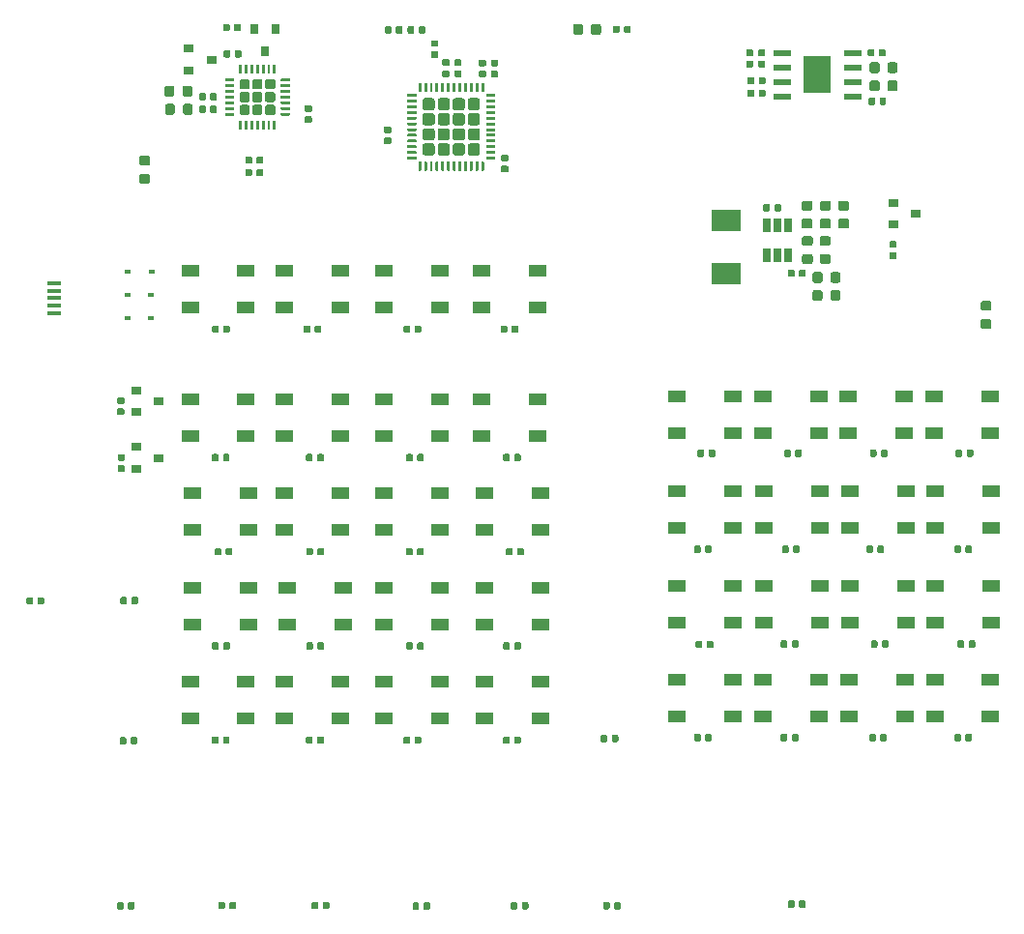
<source format=gbr>
G04 #@! TF.GenerationSoftware,KiCad,Pcbnew,5.1.5+dfsg1-2build2*
G04 #@! TF.CreationDate,2020-10-09T20:30:26+02:00*
G04 #@! TF.ProjectId,Logic_panel,4c6f6769-635f-4706-916e-656c2e6b6963,rev?*
G04 #@! TF.SameCoordinates,Original*
G04 #@! TF.FileFunction,Paste,Top*
G04 #@! TF.FilePolarity,Positive*
%FSLAX46Y46*%
G04 Gerber Fmt 4.6, Leading zero omitted, Abs format (unit mm)*
G04 Created by KiCad (PCBNEW 5.1.5+dfsg1-2build2) date 2020-10-09 20:30:26*
%MOMM*%
%LPD*%
G04 APERTURE LIST*
%ADD10C,0.350000*%
%ADD11R,1.500000X1.000000*%
%ADD12R,0.600000X0.450000*%
%ADD13R,1.300000X0.450000*%
%ADD14R,2.500000X1.900000*%
%ADD15R,0.900000X0.800000*%
%ADD16R,0.800000X0.900000*%
%ADD17R,0.650000X1.220000*%
%ADD18R,1.500000X0.600000*%
%ADD19R,2.400000X3.300000*%
G04 APERTURE END LIST*
D10*
G04 #@! TO.C,C1*
G36*
X95224858Y-55301959D02*
G01*
X95239176Y-55304083D01*
X95253217Y-55307600D01*
X95266846Y-55312477D01*
X95279931Y-55318666D01*
X95292347Y-55326107D01*
X95303973Y-55334730D01*
X95314698Y-55344451D01*
X95324419Y-55355176D01*
X95333042Y-55366802D01*
X95340483Y-55379218D01*
X95346672Y-55392303D01*
X95351549Y-55405932D01*
X95355066Y-55419973D01*
X95357190Y-55434291D01*
X95357900Y-55448749D01*
X95357900Y-55743749D01*
X95357190Y-55758207D01*
X95355066Y-55772525D01*
X95351549Y-55786566D01*
X95346672Y-55800195D01*
X95340483Y-55813280D01*
X95333042Y-55825696D01*
X95324419Y-55837322D01*
X95314698Y-55848047D01*
X95303973Y-55857768D01*
X95292347Y-55866391D01*
X95279931Y-55873832D01*
X95266846Y-55880021D01*
X95253217Y-55884898D01*
X95239176Y-55888415D01*
X95224858Y-55890539D01*
X95210400Y-55891249D01*
X94865400Y-55891249D01*
X94850942Y-55890539D01*
X94836624Y-55888415D01*
X94822583Y-55884898D01*
X94808954Y-55880021D01*
X94795869Y-55873832D01*
X94783453Y-55866391D01*
X94771827Y-55857768D01*
X94761102Y-55848047D01*
X94751381Y-55837322D01*
X94742758Y-55825696D01*
X94735317Y-55813280D01*
X94729128Y-55800195D01*
X94724251Y-55786566D01*
X94720734Y-55772525D01*
X94718610Y-55758207D01*
X94717900Y-55743749D01*
X94717900Y-55448749D01*
X94718610Y-55434291D01*
X94720734Y-55419973D01*
X94724251Y-55405932D01*
X94729128Y-55392303D01*
X94735317Y-55379218D01*
X94742758Y-55366802D01*
X94751381Y-55355176D01*
X94761102Y-55344451D01*
X94771827Y-55334730D01*
X94783453Y-55326107D01*
X94795869Y-55318666D01*
X94808954Y-55312477D01*
X94822583Y-55307600D01*
X94836624Y-55304083D01*
X94850942Y-55301959D01*
X94865400Y-55301249D01*
X95210400Y-55301249D01*
X95224858Y-55301959D01*
G37*
G36*
X95224858Y-56271959D02*
G01*
X95239176Y-56274083D01*
X95253217Y-56277600D01*
X95266846Y-56282477D01*
X95279931Y-56288666D01*
X95292347Y-56296107D01*
X95303973Y-56304730D01*
X95314698Y-56314451D01*
X95324419Y-56325176D01*
X95333042Y-56336802D01*
X95340483Y-56349218D01*
X95346672Y-56362303D01*
X95351549Y-56375932D01*
X95355066Y-56389973D01*
X95357190Y-56404291D01*
X95357900Y-56418749D01*
X95357900Y-56713749D01*
X95357190Y-56728207D01*
X95355066Y-56742525D01*
X95351549Y-56756566D01*
X95346672Y-56770195D01*
X95340483Y-56783280D01*
X95333042Y-56795696D01*
X95324419Y-56807322D01*
X95314698Y-56818047D01*
X95303973Y-56827768D01*
X95292347Y-56836391D01*
X95279931Y-56843832D01*
X95266846Y-56850021D01*
X95253217Y-56854898D01*
X95239176Y-56858415D01*
X95224858Y-56860539D01*
X95210400Y-56861249D01*
X94865400Y-56861249D01*
X94850942Y-56860539D01*
X94836624Y-56858415D01*
X94822583Y-56854898D01*
X94808954Y-56850021D01*
X94795869Y-56843832D01*
X94783453Y-56836391D01*
X94771827Y-56827768D01*
X94761102Y-56818047D01*
X94751381Y-56807322D01*
X94742758Y-56795696D01*
X94735317Y-56783280D01*
X94729128Y-56770195D01*
X94724251Y-56756566D01*
X94720734Y-56742525D01*
X94718610Y-56728207D01*
X94717900Y-56713749D01*
X94717900Y-56418749D01*
X94718610Y-56404291D01*
X94720734Y-56389973D01*
X94724251Y-56375932D01*
X94729128Y-56362303D01*
X94735317Y-56349218D01*
X94742758Y-56336802D01*
X94751381Y-56325176D01*
X94761102Y-56314451D01*
X94771827Y-56304730D01*
X94783453Y-56296107D01*
X94795869Y-56288666D01*
X94808954Y-56282477D01*
X94822583Y-56277600D01*
X94836624Y-56274083D01*
X94850942Y-56271959D01*
X94865400Y-56271249D01*
X95210400Y-56271249D01*
X95224858Y-56271959D01*
G37*
G04 #@! TD*
G04 #@! TO.C,C2*
G36*
X92024858Y-56246959D02*
G01*
X92039176Y-56249083D01*
X92053217Y-56252600D01*
X92066846Y-56257477D01*
X92079931Y-56263666D01*
X92092347Y-56271107D01*
X92103973Y-56279730D01*
X92114698Y-56289451D01*
X92124419Y-56300176D01*
X92133042Y-56311802D01*
X92140483Y-56324218D01*
X92146672Y-56337303D01*
X92151549Y-56350932D01*
X92155066Y-56364973D01*
X92157190Y-56379291D01*
X92157900Y-56393749D01*
X92157900Y-56688749D01*
X92157190Y-56703207D01*
X92155066Y-56717525D01*
X92151549Y-56731566D01*
X92146672Y-56745195D01*
X92140483Y-56758280D01*
X92133042Y-56770696D01*
X92124419Y-56782322D01*
X92114698Y-56793047D01*
X92103973Y-56802768D01*
X92092347Y-56811391D01*
X92079931Y-56818832D01*
X92066846Y-56825021D01*
X92053217Y-56829898D01*
X92039176Y-56833415D01*
X92024858Y-56835539D01*
X92010400Y-56836249D01*
X91665400Y-56836249D01*
X91650942Y-56835539D01*
X91636624Y-56833415D01*
X91622583Y-56829898D01*
X91608954Y-56825021D01*
X91595869Y-56818832D01*
X91583453Y-56811391D01*
X91571827Y-56802768D01*
X91561102Y-56793047D01*
X91551381Y-56782322D01*
X91542758Y-56770696D01*
X91535317Y-56758280D01*
X91529128Y-56745195D01*
X91524251Y-56731566D01*
X91520734Y-56717525D01*
X91518610Y-56703207D01*
X91517900Y-56688749D01*
X91517900Y-56393749D01*
X91518610Y-56379291D01*
X91520734Y-56364973D01*
X91524251Y-56350932D01*
X91529128Y-56337303D01*
X91535317Y-56324218D01*
X91542758Y-56311802D01*
X91551381Y-56300176D01*
X91561102Y-56289451D01*
X91571827Y-56279730D01*
X91583453Y-56271107D01*
X91595869Y-56263666D01*
X91608954Y-56257477D01*
X91622583Y-56252600D01*
X91636624Y-56249083D01*
X91650942Y-56246959D01*
X91665400Y-56246249D01*
X92010400Y-56246249D01*
X92024858Y-56246959D01*
G37*
G36*
X92024858Y-55276959D02*
G01*
X92039176Y-55279083D01*
X92053217Y-55282600D01*
X92066846Y-55287477D01*
X92079931Y-55293666D01*
X92092347Y-55301107D01*
X92103973Y-55309730D01*
X92114698Y-55319451D01*
X92124419Y-55330176D01*
X92133042Y-55341802D01*
X92140483Y-55354218D01*
X92146672Y-55367303D01*
X92151549Y-55380932D01*
X92155066Y-55394973D01*
X92157190Y-55409291D01*
X92157900Y-55423749D01*
X92157900Y-55718749D01*
X92157190Y-55733207D01*
X92155066Y-55747525D01*
X92151549Y-55761566D01*
X92146672Y-55775195D01*
X92140483Y-55788280D01*
X92133042Y-55800696D01*
X92124419Y-55812322D01*
X92114698Y-55823047D01*
X92103973Y-55832768D01*
X92092347Y-55841391D01*
X92079931Y-55848832D01*
X92066846Y-55855021D01*
X92053217Y-55859898D01*
X92039176Y-55863415D01*
X92024858Y-55865539D01*
X92010400Y-55866249D01*
X91665400Y-55866249D01*
X91650942Y-55865539D01*
X91636624Y-55863415D01*
X91622583Y-55859898D01*
X91608954Y-55855021D01*
X91595869Y-55848832D01*
X91583453Y-55841391D01*
X91571827Y-55832768D01*
X91561102Y-55823047D01*
X91551381Y-55812322D01*
X91542758Y-55800696D01*
X91535317Y-55788280D01*
X91529128Y-55775195D01*
X91524251Y-55761566D01*
X91520734Y-55747525D01*
X91518610Y-55733207D01*
X91517900Y-55718749D01*
X91517900Y-55423749D01*
X91518610Y-55409291D01*
X91520734Y-55394973D01*
X91524251Y-55380932D01*
X91529128Y-55367303D01*
X91535317Y-55354218D01*
X91542758Y-55341802D01*
X91551381Y-55330176D01*
X91561102Y-55319451D01*
X91571827Y-55309730D01*
X91583453Y-55301107D01*
X91595869Y-55293666D01*
X91608954Y-55287477D01*
X91622583Y-55282600D01*
X91636624Y-55279083D01*
X91650942Y-55276959D01*
X91665400Y-55276249D01*
X92010400Y-55276249D01*
X92024858Y-55276959D01*
G37*
G04 #@! TD*
G04 #@! TO.C,C3*
G36*
X85874858Y-62121959D02*
G01*
X85889176Y-62124083D01*
X85903217Y-62127600D01*
X85916846Y-62132477D01*
X85929931Y-62138666D01*
X85942347Y-62146107D01*
X85953973Y-62154730D01*
X85964698Y-62164451D01*
X85974419Y-62175176D01*
X85983042Y-62186802D01*
X85990483Y-62199218D01*
X85996672Y-62212303D01*
X86001549Y-62225932D01*
X86005066Y-62239973D01*
X86007190Y-62254291D01*
X86007900Y-62268749D01*
X86007900Y-62563749D01*
X86007190Y-62578207D01*
X86005066Y-62592525D01*
X86001549Y-62606566D01*
X85996672Y-62620195D01*
X85990483Y-62633280D01*
X85983042Y-62645696D01*
X85974419Y-62657322D01*
X85964698Y-62668047D01*
X85953973Y-62677768D01*
X85942347Y-62686391D01*
X85929931Y-62693832D01*
X85916846Y-62700021D01*
X85903217Y-62704898D01*
X85889176Y-62708415D01*
X85874858Y-62710539D01*
X85860400Y-62711249D01*
X85515400Y-62711249D01*
X85500942Y-62710539D01*
X85486624Y-62708415D01*
X85472583Y-62704898D01*
X85458954Y-62700021D01*
X85445869Y-62693832D01*
X85433453Y-62686391D01*
X85421827Y-62677768D01*
X85411102Y-62668047D01*
X85401381Y-62657322D01*
X85392758Y-62645696D01*
X85385317Y-62633280D01*
X85379128Y-62620195D01*
X85374251Y-62606566D01*
X85370734Y-62592525D01*
X85368610Y-62578207D01*
X85367900Y-62563749D01*
X85367900Y-62268749D01*
X85368610Y-62254291D01*
X85370734Y-62239973D01*
X85374251Y-62225932D01*
X85379128Y-62212303D01*
X85385317Y-62199218D01*
X85392758Y-62186802D01*
X85401381Y-62175176D01*
X85411102Y-62164451D01*
X85421827Y-62154730D01*
X85433453Y-62146107D01*
X85445869Y-62138666D01*
X85458954Y-62132477D01*
X85472583Y-62127600D01*
X85486624Y-62124083D01*
X85500942Y-62121959D01*
X85515400Y-62121249D01*
X85860400Y-62121249D01*
X85874858Y-62121959D01*
G37*
G36*
X85874858Y-61151959D02*
G01*
X85889176Y-61154083D01*
X85903217Y-61157600D01*
X85916846Y-61162477D01*
X85929931Y-61168666D01*
X85942347Y-61176107D01*
X85953973Y-61184730D01*
X85964698Y-61194451D01*
X85974419Y-61205176D01*
X85983042Y-61216802D01*
X85990483Y-61229218D01*
X85996672Y-61242303D01*
X86001549Y-61255932D01*
X86005066Y-61269973D01*
X86007190Y-61284291D01*
X86007900Y-61298749D01*
X86007900Y-61593749D01*
X86007190Y-61608207D01*
X86005066Y-61622525D01*
X86001549Y-61636566D01*
X85996672Y-61650195D01*
X85990483Y-61663280D01*
X85983042Y-61675696D01*
X85974419Y-61687322D01*
X85964698Y-61698047D01*
X85953973Y-61707768D01*
X85942347Y-61716391D01*
X85929931Y-61723832D01*
X85916846Y-61730021D01*
X85903217Y-61734898D01*
X85889176Y-61738415D01*
X85874858Y-61740539D01*
X85860400Y-61741249D01*
X85515400Y-61741249D01*
X85500942Y-61740539D01*
X85486624Y-61738415D01*
X85472583Y-61734898D01*
X85458954Y-61730021D01*
X85445869Y-61723832D01*
X85433453Y-61716391D01*
X85421827Y-61707768D01*
X85411102Y-61698047D01*
X85401381Y-61687322D01*
X85392758Y-61675696D01*
X85385317Y-61663280D01*
X85379128Y-61650195D01*
X85374251Y-61636566D01*
X85370734Y-61622525D01*
X85368610Y-61608207D01*
X85367900Y-61593749D01*
X85367900Y-61298749D01*
X85368610Y-61284291D01*
X85370734Y-61269973D01*
X85374251Y-61255932D01*
X85379128Y-61242303D01*
X85385317Y-61229218D01*
X85392758Y-61216802D01*
X85401381Y-61205176D01*
X85411102Y-61194451D01*
X85421827Y-61184730D01*
X85433453Y-61176107D01*
X85445869Y-61168666D01*
X85458954Y-61162477D01*
X85472583Y-61157600D01*
X85486624Y-61154083D01*
X85500942Y-61151959D01*
X85515400Y-61151249D01*
X85860400Y-61151249D01*
X85874858Y-61151959D01*
G37*
G04 #@! TD*
G04 #@! TO.C,C4*
G36*
X94174858Y-56271959D02*
G01*
X94189176Y-56274083D01*
X94203217Y-56277600D01*
X94216846Y-56282477D01*
X94229931Y-56288666D01*
X94242347Y-56296107D01*
X94253973Y-56304730D01*
X94264698Y-56314451D01*
X94274419Y-56325176D01*
X94283042Y-56336802D01*
X94290483Y-56349218D01*
X94296672Y-56362303D01*
X94301549Y-56375932D01*
X94305066Y-56389973D01*
X94307190Y-56404291D01*
X94307900Y-56418749D01*
X94307900Y-56713749D01*
X94307190Y-56728207D01*
X94305066Y-56742525D01*
X94301549Y-56756566D01*
X94296672Y-56770195D01*
X94290483Y-56783280D01*
X94283042Y-56795696D01*
X94274419Y-56807322D01*
X94264698Y-56818047D01*
X94253973Y-56827768D01*
X94242347Y-56836391D01*
X94229931Y-56843832D01*
X94216846Y-56850021D01*
X94203217Y-56854898D01*
X94189176Y-56858415D01*
X94174858Y-56860539D01*
X94160400Y-56861249D01*
X93815400Y-56861249D01*
X93800942Y-56860539D01*
X93786624Y-56858415D01*
X93772583Y-56854898D01*
X93758954Y-56850021D01*
X93745869Y-56843832D01*
X93733453Y-56836391D01*
X93721827Y-56827768D01*
X93711102Y-56818047D01*
X93701381Y-56807322D01*
X93692758Y-56795696D01*
X93685317Y-56783280D01*
X93679128Y-56770195D01*
X93674251Y-56756566D01*
X93670734Y-56742525D01*
X93668610Y-56728207D01*
X93667900Y-56713749D01*
X93667900Y-56418749D01*
X93668610Y-56404291D01*
X93670734Y-56389973D01*
X93674251Y-56375932D01*
X93679128Y-56362303D01*
X93685317Y-56349218D01*
X93692758Y-56336802D01*
X93701381Y-56325176D01*
X93711102Y-56314451D01*
X93721827Y-56304730D01*
X93733453Y-56296107D01*
X93745869Y-56288666D01*
X93758954Y-56282477D01*
X93772583Y-56277600D01*
X93786624Y-56274083D01*
X93800942Y-56271959D01*
X93815400Y-56271249D01*
X94160400Y-56271249D01*
X94174858Y-56271959D01*
G37*
G36*
X94174858Y-55301959D02*
G01*
X94189176Y-55304083D01*
X94203217Y-55307600D01*
X94216846Y-55312477D01*
X94229931Y-55318666D01*
X94242347Y-55326107D01*
X94253973Y-55334730D01*
X94264698Y-55344451D01*
X94274419Y-55355176D01*
X94283042Y-55366802D01*
X94290483Y-55379218D01*
X94296672Y-55392303D01*
X94301549Y-55405932D01*
X94305066Y-55419973D01*
X94307190Y-55434291D01*
X94307900Y-55448749D01*
X94307900Y-55743749D01*
X94307190Y-55758207D01*
X94305066Y-55772525D01*
X94301549Y-55786566D01*
X94296672Y-55800195D01*
X94290483Y-55813280D01*
X94283042Y-55825696D01*
X94274419Y-55837322D01*
X94264698Y-55848047D01*
X94253973Y-55857768D01*
X94242347Y-55866391D01*
X94229931Y-55873832D01*
X94216846Y-55880021D01*
X94203217Y-55884898D01*
X94189176Y-55888415D01*
X94174858Y-55890539D01*
X94160400Y-55891249D01*
X93815400Y-55891249D01*
X93800942Y-55890539D01*
X93786624Y-55888415D01*
X93772583Y-55884898D01*
X93758954Y-55880021D01*
X93745869Y-55873832D01*
X93733453Y-55866391D01*
X93721827Y-55857768D01*
X93711102Y-55848047D01*
X93701381Y-55837322D01*
X93692758Y-55825696D01*
X93685317Y-55813280D01*
X93679128Y-55800195D01*
X93674251Y-55786566D01*
X93670734Y-55772525D01*
X93668610Y-55758207D01*
X93667900Y-55743749D01*
X93667900Y-55448749D01*
X93668610Y-55434291D01*
X93670734Y-55419973D01*
X93674251Y-55405932D01*
X93679128Y-55392303D01*
X93685317Y-55379218D01*
X93692758Y-55366802D01*
X93701381Y-55355176D01*
X93711102Y-55344451D01*
X93721827Y-55334730D01*
X93733453Y-55326107D01*
X93745869Y-55318666D01*
X93758954Y-55312477D01*
X93772583Y-55307600D01*
X93786624Y-55304083D01*
X93800942Y-55301959D01*
X93815400Y-55301249D01*
X94160400Y-55301249D01*
X94174858Y-55301959D01*
G37*
G04 #@! TD*
G04 #@! TO.C,C5*
G36*
X96124858Y-64596959D02*
G01*
X96139176Y-64599083D01*
X96153217Y-64602600D01*
X96166846Y-64607477D01*
X96179931Y-64613666D01*
X96192347Y-64621107D01*
X96203973Y-64629730D01*
X96214698Y-64639451D01*
X96224419Y-64650176D01*
X96233042Y-64661802D01*
X96240483Y-64674218D01*
X96246672Y-64687303D01*
X96251549Y-64700932D01*
X96255066Y-64714973D01*
X96257190Y-64729291D01*
X96257900Y-64743749D01*
X96257900Y-65038749D01*
X96257190Y-65053207D01*
X96255066Y-65067525D01*
X96251549Y-65081566D01*
X96246672Y-65095195D01*
X96240483Y-65108280D01*
X96233042Y-65120696D01*
X96224419Y-65132322D01*
X96214698Y-65143047D01*
X96203973Y-65152768D01*
X96192347Y-65161391D01*
X96179931Y-65168832D01*
X96166846Y-65175021D01*
X96153217Y-65179898D01*
X96139176Y-65183415D01*
X96124858Y-65185539D01*
X96110400Y-65186249D01*
X95765400Y-65186249D01*
X95750942Y-65185539D01*
X95736624Y-65183415D01*
X95722583Y-65179898D01*
X95708954Y-65175021D01*
X95695869Y-65168832D01*
X95683453Y-65161391D01*
X95671827Y-65152768D01*
X95661102Y-65143047D01*
X95651381Y-65132322D01*
X95642758Y-65120696D01*
X95635317Y-65108280D01*
X95629128Y-65095195D01*
X95624251Y-65081566D01*
X95620734Y-65067525D01*
X95618610Y-65053207D01*
X95617900Y-65038749D01*
X95617900Y-64743749D01*
X95618610Y-64729291D01*
X95620734Y-64714973D01*
X95624251Y-64700932D01*
X95629128Y-64687303D01*
X95635317Y-64674218D01*
X95642758Y-64661802D01*
X95651381Y-64650176D01*
X95661102Y-64639451D01*
X95671827Y-64629730D01*
X95683453Y-64621107D01*
X95695869Y-64613666D01*
X95708954Y-64607477D01*
X95722583Y-64602600D01*
X95736624Y-64599083D01*
X95750942Y-64596959D01*
X95765400Y-64596249D01*
X96110400Y-64596249D01*
X96124858Y-64596959D01*
G37*
G36*
X96124858Y-63626959D02*
G01*
X96139176Y-63629083D01*
X96153217Y-63632600D01*
X96166846Y-63637477D01*
X96179931Y-63643666D01*
X96192347Y-63651107D01*
X96203973Y-63659730D01*
X96214698Y-63669451D01*
X96224419Y-63680176D01*
X96233042Y-63691802D01*
X96240483Y-63704218D01*
X96246672Y-63717303D01*
X96251549Y-63730932D01*
X96255066Y-63744973D01*
X96257190Y-63759291D01*
X96257900Y-63773749D01*
X96257900Y-64068749D01*
X96257190Y-64083207D01*
X96255066Y-64097525D01*
X96251549Y-64111566D01*
X96246672Y-64125195D01*
X96240483Y-64138280D01*
X96233042Y-64150696D01*
X96224419Y-64162322D01*
X96214698Y-64173047D01*
X96203973Y-64182768D01*
X96192347Y-64191391D01*
X96179931Y-64198832D01*
X96166846Y-64205021D01*
X96153217Y-64209898D01*
X96139176Y-64213415D01*
X96124858Y-64215539D01*
X96110400Y-64216249D01*
X95765400Y-64216249D01*
X95750942Y-64215539D01*
X95736624Y-64213415D01*
X95722583Y-64209898D01*
X95708954Y-64205021D01*
X95695869Y-64198832D01*
X95683453Y-64191391D01*
X95671827Y-64182768D01*
X95661102Y-64173047D01*
X95651381Y-64162322D01*
X95642758Y-64150696D01*
X95635317Y-64138280D01*
X95629128Y-64125195D01*
X95624251Y-64111566D01*
X95620734Y-64097525D01*
X95618610Y-64083207D01*
X95617900Y-64068749D01*
X95617900Y-63773749D01*
X95618610Y-63759291D01*
X95620734Y-63744973D01*
X95624251Y-63730932D01*
X95629128Y-63717303D01*
X95635317Y-63704218D01*
X95642758Y-63691802D01*
X95651381Y-63680176D01*
X95661102Y-63669451D01*
X95671827Y-63659730D01*
X95683453Y-63651107D01*
X95695869Y-63643666D01*
X95708954Y-63637477D01*
X95722583Y-63632600D01*
X95736624Y-63629083D01*
X95750942Y-63626959D01*
X95765400Y-63626249D01*
X96110400Y-63626249D01*
X96124858Y-63626959D01*
G37*
G04 #@! TD*
G04 #@! TO.C,C6*
G36*
X90974858Y-55276959D02*
G01*
X90989176Y-55279083D01*
X91003217Y-55282600D01*
X91016846Y-55287477D01*
X91029931Y-55293666D01*
X91042347Y-55301107D01*
X91053973Y-55309730D01*
X91064698Y-55319451D01*
X91074419Y-55330176D01*
X91083042Y-55341802D01*
X91090483Y-55354218D01*
X91096672Y-55367303D01*
X91101549Y-55380932D01*
X91105066Y-55394973D01*
X91107190Y-55409291D01*
X91107900Y-55423749D01*
X91107900Y-55718749D01*
X91107190Y-55733207D01*
X91105066Y-55747525D01*
X91101549Y-55761566D01*
X91096672Y-55775195D01*
X91090483Y-55788280D01*
X91083042Y-55800696D01*
X91074419Y-55812322D01*
X91064698Y-55823047D01*
X91053973Y-55832768D01*
X91042347Y-55841391D01*
X91029931Y-55848832D01*
X91016846Y-55855021D01*
X91003217Y-55859898D01*
X90989176Y-55863415D01*
X90974858Y-55865539D01*
X90960400Y-55866249D01*
X90615400Y-55866249D01*
X90600942Y-55865539D01*
X90586624Y-55863415D01*
X90572583Y-55859898D01*
X90558954Y-55855021D01*
X90545869Y-55848832D01*
X90533453Y-55841391D01*
X90521827Y-55832768D01*
X90511102Y-55823047D01*
X90501381Y-55812322D01*
X90492758Y-55800696D01*
X90485317Y-55788280D01*
X90479128Y-55775195D01*
X90474251Y-55761566D01*
X90470734Y-55747525D01*
X90468610Y-55733207D01*
X90467900Y-55718749D01*
X90467900Y-55423749D01*
X90468610Y-55409291D01*
X90470734Y-55394973D01*
X90474251Y-55380932D01*
X90479128Y-55367303D01*
X90485317Y-55354218D01*
X90492758Y-55341802D01*
X90501381Y-55330176D01*
X90511102Y-55319451D01*
X90521827Y-55309730D01*
X90533453Y-55301107D01*
X90545869Y-55293666D01*
X90558954Y-55287477D01*
X90572583Y-55282600D01*
X90586624Y-55279083D01*
X90600942Y-55276959D01*
X90615400Y-55276249D01*
X90960400Y-55276249D01*
X90974858Y-55276959D01*
G37*
G36*
X90974858Y-56246959D02*
G01*
X90989176Y-56249083D01*
X91003217Y-56252600D01*
X91016846Y-56257477D01*
X91029931Y-56263666D01*
X91042347Y-56271107D01*
X91053973Y-56279730D01*
X91064698Y-56289451D01*
X91074419Y-56300176D01*
X91083042Y-56311802D01*
X91090483Y-56324218D01*
X91096672Y-56337303D01*
X91101549Y-56350932D01*
X91105066Y-56364973D01*
X91107190Y-56379291D01*
X91107900Y-56393749D01*
X91107900Y-56688749D01*
X91107190Y-56703207D01*
X91105066Y-56717525D01*
X91101549Y-56731566D01*
X91096672Y-56745195D01*
X91090483Y-56758280D01*
X91083042Y-56770696D01*
X91074419Y-56782322D01*
X91064698Y-56793047D01*
X91053973Y-56802768D01*
X91042347Y-56811391D01*
X91029931Y-56818832D01*
X91016846Y-56825021D01*
X91003217Y-56829898D01*
X90989176Y-56833415D01*
X90974858Y-56835539D01*
X90960400Y-56836249D01*
X90615400Y-56836249D01*
X90600942Y-56835539D01*
X90586624Y-56833415D01*
X90572583Y-56829898D01*
X90558954Y-56825021D01*
X90545869Y-56818832D01*
X90533453Y-56811391D01*
X90521827Y-56802768D01*
X90511102Y-56793047D01*
X90501381Y-56782322D01*
X90492758Y-56770696D01*
X90485317Y-56758280D01*
X90479128Y-56745195D01*
X90474251Y-56731566D01*
X90470734Y-56717525D01*
X90468610Y-56703207D01*
X90467900Y-56688749D01*
X90467900Y-56393749D01*
X90468610Y-56379291D01*
X90470734Y-56364973D01*
X90474251Y-56350932D01*
X90479128Y-56337303D01*
X90485317Y-56324218D01*
X90492758Y-56311802D01*
X90501381Y-56300176D01*
X90511102Y-56289451D01*
X90521827Y-56279730D01*
X90533453Y-56271107D01*
X90545869Y-56263666D01*
X90558954Y-56257477D01*
X90572583Y-56252600D01*
X90586624Y-56249083D01*
X90600942Y-56246959D01*
X90615400Y-56246249D01*
X90960400Y-56246249D01*
X90974858Y-56246959D01*
G37*
G04 #@! TD*
G04 #@! TO.C,C7*
G36*
X71734858Y-78586959D02*
G01*
X71749176Y-78589083D01*
X71763217Y-78592600D01*
X71776846Y-78597477D01*
X71789931Y-78603666D01*
X71802347Y-78611107D01*
X71813973Y-78619730D01*
X71824698Y-78629451D01*
X71834419Y-78640176D01*
X71843042Y-78651802D01*
X71850483Y-78664218D01*
X71856672Y-78677303D01*
X71861549Y-78690932D01*
X71865066Y-78704973D01*
X71867190Y-78719291D01*
X71867900Y-78733749D01*
X71867900Y-79078749D01*
X71867190Y-79093207D01*
X71865066Y-79107525D01*
X71861549Y-79121566D01*
X71856672Y-79135195D01*
X71850483Y-79148280D01*
X71843042Y-79160696D01*
X71834419Y-79172322D01*
X71824698Y-79183047D01*
X71813973Y-79192768D01*
X71802347Y-79201391D01*
X71789931Y-79208832D01*
X71776846Y-79215021D01*
X71763217Y-79219898D01*
X71749176Y-79223415D01*
X71734858Y-79225539D01*
X71720400Y-79226249D01*
X71425400Y-79226249D01*
X71410942Y-79225539D01*
X71396624Y-79223415D01*
X71382583Y-79219898D01*
X71368954Y-79215021D01*
X71355869Y-79208832D01*
X71343453Y-79201391D01*
X71331827Y-79192768D01*
X71321102Y-79183047D01*
X71311381Y-79172322D01*
X71302758Y-79160696D01*
X71295317Y-79148280D01*
X71289128Y-79135195D01*
X71284251Y-79121566D01*
X71280734Y-79107525D01*
X71278610Y-79093207D01*
X71277900Y-79078749D01*
X71277900Y-78733749D01*
X71278610Y-78719291D01*
X71280734Y-78704973D01*
X71284251Y-78690932D01*
X71289128Y-78677303D01*
X71295317Y-78664218D01*
X71302758Y-78651802D01*
X71311381Y-78640176D01*
X71321102Y-78629451D01*
X71331827Y-78619730D01*
X71343453Y-78611107D01*
X71355869Y-78603666D01*
X71368954Y-78597477D01*
X71382583Y-78592600D01*
X71396624Y-78589083D01*
X71410942Y-78586959D01*
X71425400Y-78586249D01*
X71720400Y-78586249D01*
X71734858Y-78586959D01*
G37*
G36*
X70764858Y-78586959D02*
G01*
X70779176Y-78589083D01*
X70793217Y-78592600D01*
X70806846Y-78597477D01*
X70819931Y-78603666D01*
X70832347Y-78611107D01*
X70843973Y-78619730D01*
X70854698Y-78629451D01*
X70864419Y-78640176D01*
X70873042Y-78651802D01*
X70880483Y-78664218D01*
X70886672Y-78677303D01*
X70891549Y-78690932D01*
X70895066Y-78704973D01*
X70897190Y-78719291D01*
X70897900Y-78733749D01*
X70897900Y-79078749D01*
X70897190Y-79093207D01*
X70895066Y-79107525D01*
X70891549Y-79121566D01*
X70886672Y-79135195D01*
X70880483Y-79148280D01*
X70873042Y-79160696D01*
X70864419Y-79172322D01*
X70854698Y-79183047D01*
X70843973Y-79192768D01*
X70832347Y-79201391D01*
X70819931Y-79208832D01*
X70806846Y-79215021D01*
X70793217Y-79219898D01*
X70779176Y-79223415D01*
X70764858Y-79225539D01*
X70750400Y-79226249D01*
X70455400Y-79226249D01*
X70440942Y-79225539D01*
X70426624Y-79223415D01*
X70412583Y-79219898D01*
X70398954Y-79215021D01*
X70385869Y-79208832D01*
X70373453Y-79201391D01*
X70361827Y-79192768D01*
X70351102Y-79183047D01*
X70341381Y-79172322D01*
X70332758Y-79160696D01*
X70325317Y-79148280D01*
X70319128Y-79135195D01*
X70314251Y-79121566D01*
X70310734Y-79107525D01*
X70308610Y-79093207D01*
X70307900Y-79078749D01*
X70307900Y-78733749D01*
X70308610Y-78719291D01*
X70310734Y-78704973D01*
X70314251Y-78690932D01*
X70319128Y-78677303D01*
X70325317Y-78664218D01*
X70332758Y-78651802D01*
X70341381Y-78640176D01*
X70351102Y-78629451D01*
X70361827Y-78619730D01*
X70373453Y-78611107D01*
X70385869Y-78603666D01*
X70398954Y-78597477D01*
X70412583Y-78592600D01*
X70426624Y-78589083D01*
X70440942Y-78586959D01*
X70455400Y-78586249D01*
X70750400Y-78586249D01*
X70764858Y-78586959D01*
G37*
G04 #@! TD*
G04 #@! TO.C,C8*
G36*
X79749858Y-78586959D02*
G01*
X79764176Y-78589083D01*
X79778217Y-78592600D01*
X79791846Y-78597477D01*
X79804931Y-78603666D01*
X79817347Y-78611107D01*
X79828973Y-78619730D01*
X79839698Y-78629451D01*
X79849419Y-78640176D01*
X79858042Y-78651802D01*
X79865483Y-78664218D01*
X79871672Y-78677303D01*
X79876549Y-78690932D01*
X79880066Y-78704973D01*
X79882190Y-78719291D01*
X79882900Y-78733749D01*
X79882900Y-79078749D01*
X79882190Y-79093207D01*
X79880066Y-79107525D01*
X79876549Y-79121566D01*
X79871672Y-79135195D01*
X79865483Y-79148280D01*
X79858042Y-79160696D01*
X79849419Y-79172322D01*
X79839698Y-79183047D01*
X79828973Y-79192768D01*
X79817347Y-79201391D01*
X79804931Y-79208832D01*
X79791846Y-79215021D01*
X79778217Y-79219898D01*
X79764176Y-79223415D01*
X79749858Y-79225539D01*
X79735400Y-79226249D01*
X79440400Y-79226249D01*
X79425942Y-79225539D01*
X79411624Y-79223415D01*
X79397583Y-79219898D01*
X79383954Y-79215021D01*
X79370869Y-79208832D01*
X79358453Y-79201391D01*
X79346827Y-79192768D01*
X79336102Y-79183047D01*
X79326381Y-79172322D01*
X79317758Y-79160696D01*
X79310317Y-79148280D01*
X79304128Y-79135195D01*
X79299251Y-79121566D01*
X79295734Y-79107525D01*
X79293610Y-79093207D01*
X79292900Y-79078749D01*
X79292900Y-78733749D01*
X79293610Y-78719291D01*
X79295734Y-78704973D01*
X79299251Y-78690932D01*
X79304128Y-78677303D01*
X79310317Y-78664218D01*
X79317758Y-78651802D01*
X79326381Y-78640176D01*
X79336102Y-78629451D01*
X79346827Y-78619730D01*
X79358453Y-78611107D01*
X79370869Y-78603666D01*
X79383954Y-78597477D01*
X79397583Y-78592600D01*
X79411624Y-78589083D01*
X79425942Y-78586959D01*
X79440400Y-78586249D01*
X79735400Y-78586249D01*
X79749858Y-78586959D01*
G37*
G36*
X78779858Y-78586959D02*
G01*
X78794176Y-78589083D01*
X78808217Y-78592600D01*
X78821846Y-78597477D01*
X78834931Y-78603666D01*
X78847347Y-78611107D01*
X78858973Y-78619730D01*
X78869698Y-78629451D01*
X78879419Y-78640176D01*
X78888042Y-78651802D01*
X78895483Y-78664218D01*
X78901672Y-78677303D01*
X78906549Y-78690932D01*
X78910066Y-78704973D01*
X78912190Y-78719291D01*
X78912900Y-78733749D01*
X78912900Y-79078749D01*
X78912190Y-79093207D01*
X78910066Y-79107525D01*
X78906549Y-79121566D01*
X78901672Y-79135195D01*
X78895483Y-79148280D01*
X78888042Y-79160696D01*
X78879419Y-79172322D01*
X78869698Y-79183047D01*
X78858973Y-79192768D01*
X78847347Y-79201391D01*
X78834931Y-79208832D01*
X78821846Y-79215021D01*
X78808217Y-79219898D01*
X78794176Y-79223415D01*
X78779858Y-79225539D01*
X78765400Y-79226249D01*
X78470400Y-79226249D01*
X78455942Y-79225539D01*
X78441624Y-79223415D01*
X78427583Y-79219898D01*
X78413954Y-79215021D01*
X78400869Y-79208832D01*
X78388453Y-79201391D01*
X78376827Y-79192768D01*
X78366102Y-79183047D01*
X78356381Y-79172322D01*
X78347758Y-79160696D01*
X78340317Y-79148280D01*
X78334128Y-79135195D01*
X78329251Y-79121566D01*
X78325734Y-79107525D01*
X78323610Y-79093207D01*
X78322900Y-79078749D01*
X78322900Y-78733749D01*
X78323610Y-78719291D01*
X78325734Y-78704973D01*
X78329251Y-78690932D01*
X78334128Y-78677303D01*
X78340317Y-78664218D01*
X78347758Y-78651802D01*
X78356381Y-78640176D01*
X78366102Y-78629451D01*
X78376827Y-78619730D01*
X78388453Y-78611107D01*
X78400869Y-78603666D01*
X78413954Y-78597477D01*
X78427583Y-78592600D01*
X78441624Y-78589083D01*
X78455942Y-78586959D01*
X78470400Y-78586249D01*
X78765400Y-78586249D01*
X78779858Y-78586959D01*
G37*
G04 #@! TD*
G04 #@! TO.C,C9*
G36*
X88499858Y-78586959D02*
G01*
X88514176Y-78589083D01*
X88528217Y-78592600D01*
X88541846Y-78597477D01*
X88554931Y-78603666D01*
X88567347Y-78611107D01*
X88578973Y-78619730D01*
X88589698Y-78629451D01*
X88599419Y-78640176D01*
X88608042Y-78651802D01*
X88615483Y-78664218D01*
X88621672Y-78677303D01*
X88626549Y-78690932D01*
X88630066Y-78704973D01*
X88632190Y-78719291D01*
X88632900Y-78733749D01*
X88632900Y-79078749D01*
X88632190Y-79093207D01*
X88630066Y-79107525D01*
X88626549Y-79121566D01*
X88621672Y-79135195D01*
X88615483Y-79148280D01*
X88608042Y-79160696D01*
X88599419Y-79172322D01*
X88589698Y-79183047D01*
X88578973Y-79192768D01*
X88567347Y-79201391D01*
X88554931Y-79208832D01*
X88541846Y-79215021D01*
X88528217Y-79219898D01*
X88514176Y-79223415D01*
X88499858Y-79225539D01*
X88485400Y-79226249D01*
X88190400Y-79226249D01*
X88175942Y-79225539D01*
X88161624Y-79223415D01*
X88147583Y-79219898D01*
X88133954Y-79215021D01*
X88120869Y-79208832D01*
X88108453Y-79201391D01*
X88096827Y-79192768D01*
X88086102Y-79183047D01*
X88076381Y-79172322D01*
X88067758Y-79160696D01*
X88060317Y-79148280D01*
X88054128Y-79135195D01*
X88049251Y-79121566D01*
X88045734Y-79107525D01*
X88043610Y-79093207D01*
X88042900Y-79078749D01*
X88042900Y-78733749D01*
X88043610Y-78719291D01*
X88045734Y-78704973D01*
X88049251Y-78690932D01*
X88054128Y-78677303D01*
X88060317Y-78664218D01*
X88067758Y-78651802D01*
X88076381Y-78640176D01*
X88086102Y-78629451D01*
X88096827Y-78619730D01*
X88108453Y-78611107D01*
X88120869Y-78603666D01*
X88133954Y-78597477D01*
X88147583Y-78592600D01*
X88161624Y-78589083D01*
X88175942Y-78586959D01*
X88190400Y-78586249D01*
X88485400Y-78586249D01*
X88499858Y-78586959D01*
G37*
G36*
X87529858Y-78586959D02*
G01*
X87544176Y-78589083D01*
X87558217Y-78592600D01*
X87571846Y-78597477D01*
X87584931Y-78603666D01*
X87597347Y-78611107D01*
X87608973Y-78619730D01*
X87619698Y-78629451D01*
X87629419Y-78640176D01*
X87638042Y-78651802D01*
X87645483Y-78664218D01*
X87651672Y-78677303D01*
X87656549Y-78690932D01*
X87660066Y-78704973D01*
X87662190Y-78719291D01*
X87662900Y-78733749D01*
X87662900Y-79078749D01*
X87662190Y-79093207D01*
X87660066Y-79107525D01*
X87656549Y-79121566D01*
X87651672Y-79135195D01*
X87645483Y-79148280D01*
X87638042Y-79160696D01*
X87629419Y-79172322D01*
X87619698Y-79183047D01*
X87608973Y-79192768D01*
X87597347Y-79201391D01*
X87584931Y-79208832D01*
X87571846Y-79215021D01*
X87558217Y-79219898D01*
X87544176Y-79223415D01*
X87529858Y-79225539D01*
X87515400Y-79226249D01*
X87220400Y-79226249D01*
X87205942Y-79225539D01*
X87191624Y-79223415D01*
X87177583Y-79219898D01*
X87163954Y-79215021D01*
X87150869Y-79208832D01*
X87138453Y-79201391D01*
X87126827Y-79192768D01*
X87116102Y-79183047D01*
X87106381Y-79172322D01*
X87097758Y-79160696D01*
X87090317Y-79148280D01*
X87084128Y-79135195D01*
X87079251Y-79121566D01*
X87075734Y-79107525D01*
X87073610Y-79093207D01*
X87072900Y-79078749D01*
X87072900Y-78733749D01*
X87073610Y-78719291D01*
X87075734Y-78704973D01*
X87079251Y-78690932D01*
X87084128Y-78677303D01*
X87090317Y-78664218D01*
X87097758Y-78651802D01*
X87106381Y-78640176D01*
X87116102Y-78629451D01*
X87126827Y-78619730D01*
X87138453Y-78611107D01*
X87150869Y-78603666D01*
X87163954Y-78597477D01*
X87177583Y-78592600D01*
X87191624Y-78589083D01*
X87205942Y-78586959D01*
X87220400Y-78586249D01*
X87515400Y-78586249D01*
X87529858Y-78586959D01*
G37*
G04 #@! TD*
G04 #@! TO.C,C10*
G36*
X96999858Y-78586959D02*
G01*
X97014176Y-78589083D01*
X97028217Y-78592600D01*
X97041846Y-78597477D01*
X97054931Y-78603666D01*
X97067347Y-78611107D01*
X97078973Y-78619730D01*
X97089698Y-78629451D01*
X97099419Y-78640176D01*
X97108042Y-78651802D01*
X97115483Y-78664218D01*
X97121672Y-78677303D01*
X97126549Y-78690932D01*
X97130066Y-78704973D01*
X97132190Y-78719291D01*
X97132900Y-78733749D01*
X97132900Y-79078749D01*
X97132190Y-79093207D01*
X97130066Y-79107525D01*
X97126549Y-79121566D01*
X97121672Y-79135195D01*
X97115483Y-79148280D01*
X97108042Y-79160696D01*
X97099419Y-79172322D01*
X97089698Y-79183047D01*
X97078973Y-79192768D01*
X97067347Y-79201391D01*
X97054931Y-79208832D01*
X97041846Y-79215021D01*
X97028217Y-79219898D01*
X97014176Y-79223415D01*
X96999858Y-79225539D01*
X96985400Y-79226249D01*
X96690400Y-79226249D01*
X96675942Y-79225539D01*
X96661624Y-79223415D01*
X96647583Y-79219898D01*
X96633954Y-79215021D01*
X96620869Y-79208832D01*
X96608453Y-79201391D01*
X96596827Y-79192768D01*
X96586102Y-79183047D01*
X96576381Y-79172322D01*
X96567758Y-79160696D01*
X96560317Y-79148280D01*
X96554128Y-79135195D01*
X96549251Y-79121566D01*
X96545734Y-79107525D01*
X96543610Y-79093207D01*
X96542900Y-79078749D01*
X96542900Y-78733749D01*
X96543610Y-78719291D01*
X96545734Y-78704973D01*
X96549251Y-78690932D01*
X96554128Y-78677303D01*
X96560317Y-78664218D01*
X96567758Y-78651802D01*
X96576381Y-78640176D01*
X96586102Y-78629451D01*
X96596827Y-78619730D01*
X96608453Y-78611107D01*
X96620869Y-78603666D01*
X96633954Y-78597477D01*
X96647583Y-78592600D01*
X96661624Y-78589083D01*
X96675942Y-78586959D01*
X96690400Y-78586249D01*
X96985400Y-78586249D01*
X96999858Y-78586959D01*
G37*
G36*
X96029858Y-78586959D02*
G01*
X96044176Y-78589083D01*
X96058217Y-78592600D01*
X96071846Y-78597477D01*
X96084931Y-78603666D01*
X96097347Y-78611107D01*
X96108973Y-78619730D01*
X96119698Y-78629451D01*
X96129419Y-78640176D01*
X96138042Y-78651802D01*
X96145483Y-78664218D01*
X96151672Y-78677303D01*
X96156549Y-78690932D01*
X96160066Y-78704973D01*
X96162190Y-78719291D01*
X96162900Y-78733749D01*
X96162900Y-79078749D01*
X96162190Y-79093207D01*
X96160066Y-79107525D01*
X96156549Y-79121566D01*
X96151672Y-79135195D01*
X96145483Y-79148280D01*
X96138042Y-79160696D01*
X96129419Y-79172322D01*
X96119698Y-79183047D01*
X96108973Y-79192768D01*
X96097347Y-79201391D01*
X96084931Y-79208832D01*
X96071846Y-79215021D01*
X96058217Y-79219898D01*
X96044176Y-79223415D01*
X96029858Y-79225539D01*
X96015400Y-79226249D01*
X95720400Y-79226249D01*
X95705942Y-79225539D01*
X95691624Y-79223415D01*
X95677583Y-79219898D01*
X95663954Y-79215021D01*
X95650869Y-79208832D01*
X95638453Y-79201391D01*
X95626827Y-79192768D01*
X95616102Y-79183047D01*
X95606381Y-79172322D01*
X95597758Y-79160696D01*
X95590317Y-79148280D01*
X95584128Y-79135195D01*
X95579251Y-79121566D01*
X95575734Y-79107525D01*
X95573610Y-79093207D01*
X95572900Y-79078749D01*
X95572900Y-78733749D01*
X95573610Y-78719291D01*
X95575734Y-78704973D01*
X95579251Y-78690932D01*
X95584128Y-78677303D01*
X95590317Y-78664218D01*
X95597758Y-78651802D01*
X95606381Y-78640176D01*
X95616102Y-78629451D01*
X95626827Y-78619730D01*
X95638453Y-78611107D01*
X95650869Y-78603666D01*
X95663954Y-78597477D01*
X95677583Y-78592600D01*
X95691624Y-78589083D01*
X95705942Y-78586959D01*
X95720400Y-78586249D01*
X96015400Y-78586249D01*
X96029858Y-78586959D01*
G37*
G04 #@! TD*
G04 #@! TO.C,C11*
G36*
X122159858Y-128936959D02*
G01*
X122174176Y-128939083D01*
X122188217Y-128942600D01*
X122201846Y-128947477D01*
X122214931Y-128953666D01*
X122227347Y-128961107D01*
X122238973Y-128969730D01*
X122249698Y-128979451D01*
X122259419Y-128990176D01*
X122268042Y-129001802D01*
X122275483Y-129014218D01*
X122281672Y-129027303D01*
X122286549Y-129040932D01*
X122290066Y-129054973D01*
X122292190Y-129069291D01*
X122292900Y-129083749D01*
X122292900Y-129428749D01*
X122292190Y-129443207D01*
X122290066Y-129457525D01*
X122286549Y-129471566D01*
X122281672Y-129485195D01*
X122275483Y-129498280D01*
X122268042Y-129510696D01*
X122259419Y-129522322D01*
X122249698Y-129533047D01*
X122238973Y-129542768D01*
X122227347Y-129551391D01*
X122214931Y-129558832D01*
X122201846Y-129565021D01*
X122188217Y-129569898D01*
X122174176Y-129573415D01*
X122159858Y-129575539D01*
X122145400Y-129576249D01*
X121850400Y-129576249D01*
X121835942Y-129575539D01*
X121821624Y-129573415D01*
X121807583Y-129569898D01*
X121793954Y-129565021D01*
X121780869Y-129558832D01*
X121768453Y-129551391D01*
X121756827Y-129542768D01*
X121746102Y-129533047D01*
X121736381Y-129522322D01*
X121727758Y-129510696D01*
X121720317Y-129498280D01*
X121714128Y-129485195D01*
X121709251Y-129471566D01*
X121705734Y-129457525D01*
X121703610Y-129443207D01*
X121702900Y-129428749D01*
X121702900Y-129083749D01*
X121703610Y-129069291D01*
X121705734Y-129054973D01*
X121709251Y-129040932D01*
X121714128Y-129027303D01*
X121720317Y-129014218D01*
X121727758Y-129001802D01*
X121736381Y-128990176D01*
X121746102Y-128979451D01*
X121756827Y-128969730D01*
X121768453Y-128961107D01*
X121780869Y-128953666D01*
X121793954Y-128947477D01*
X121807583Y-128942600D01*
X121821624Y-128939083D01*
X121835942Y-128936959D01*
X121850400Y-128936249D01*
X122145400Y-128936249D01*
X122159858Y-128936959D01*
G37*
G36*
X121189858Y-128936959D02*
G01*
X121204176Y-128939083D01*
X121218217Y-128942600D01*
X121231846Y-128947477D01*
X121244931Y-128953666D01*
X121257347Y-128961107D01*
X121268973Y-128969730D01*
X121279698Y-128979451D01*
X121289419Y-128990176D01*
X121298042Y-129001802D01*
X121305483Y-129014218D01*
X121311672Y-129027303D01*
X121316549Y-129040932D01*
X121320066Y-129054973D01*
X121322190Y-129069291D01*
X121322900Y-129083749D01*
X121322900Y-129428749D01*
X121322190Y-129443207D01*
X121320066Y-129457525D01*
X121316549Y-129471566D01*
X121311672Y-129485195D01*
X121305483Y-129498280D01*
X121298042Y-129510696D01*
X121289419Y-129522322D01*
X121279698Y-129533047D01*
X121268973Y-129542768D01*
X121257347Y-129551391D01*
X121244931Y-129558832D01*
X121231846Y-129565021D01*
X121218217Y-129569898D01*
X121204176Y-129573415D01*
X121189858Y-129575539D01*
X121175400Y-129576249D01*
X120880400Y-129576249D01*
X120865942Y-129575539D01*
X120851624Y-129573415D01*
X120837583Y-129569898D01*
X120823954Y-129565021D01*
X120810869Y-129558832D01*
X120798453Y-129551391D01*
X120786827Y-129542768D01*
X120776102Y-129533047D01*
X120766381Y-129522322D01*
X120757758Y-129510696D01*
X120750317Y-129498280D01*
X120744128Y-129485195D01*
X120739251Y-129471566D01*
X120735734Y-129457525D01*
X120733610Y-129443207D01*
X120732900Y-129428749D01*
X120732900Y-129083749D01*
X120733610Y-129069291D01*
X120735734Y-129054973D01*
X120739251Y-129040932D01*
X120744128Y-129027303D01*
X120750317Y-129014218D01*
X120757758Y-129001802D01*
X120766381Y-128990176D01*
X120776102Y-128979451D01*
X120786827Y-128969730D01*
X120798453Y-128961107D01*
X120810869Y-128953666D01*
X120823954Y-128947477D01*
X120837583Y-128942600D01*
X120851624Y-128939083D01*
X120865942Y-128936959D01*
X120880400Y-128936249D01*
X121175400Y-128936249D01*
X121189858Y-128936959D01*
G37*
G04 #@! TD*
G04 #@! TO.C,C12*
G36*
X63709858Y-102361959D02*
G01*
X63724176Y-102364083D01*
X63738217Y-102367600D01*
X63751846Y-102372477D01*
X63764931Y-102378666D01*
X63777347Y-102386107D01*
X63788973Y-102394730D01*
X63799698Y-102404451D01*
X63809419Y-102415176D01*
X63818042Y-102426802D01*
X63825483Y-102439218D01*
X63831672Y-102452303D01*
X63836549Y-102465932D01*
X63840066Y-102479973D01*
X63842190Y-102494291D01*
X63842900Y-102508749D01*
X63842900Y-102853749D01*
X63842190Y-102868207D01*
X63840066Y-102882525D01*
X63836549Y-102896566D01*
X63831672Y-102910195D01*
X63825483Y-102923280D01*
X63818042Y-102935696D01*
X63809419Y-102947322D01*
X63799698Y-102958047D01*
X63788973Y-102967768D01*
X63777347Y-102976391D01*
X63764931Y-102983832D01*
X63751846Y-102990021D01*
X63738217Y-102994898D01*
X63724176Y-102998415D01*
X63709858Y-103000539D01*
X63695400Y-103001249D01*
X63400400Y-103001249D01*
X63385942Y-103000539D01*
X63371624Y-102998415D01*
X63357583Y-102994898D01*
X63343954Y-102990021D01*
X63330869Y-102983832D01*
X63318453Y-102976391D01*
X63306827Y-102967768D01*
X63296102Y-102958047D01*
X63286381Y-102947322D01*
X63277758Y-102935696D01*
X63270317Y-102923280D01*
X63264128Y-102910195D01*
X63259251Y-102896566D01*
X63255734Y-102882525D01*
X63253610Y-102868207D01*
X63252900Y-102853749D01*
X63252900Y-102508749D01*
X63253610Y-102494291D01*
X63255734Y-102479973D01*
X63259251Y-102465932D01*
X63264128Y-102452303D01*
X63270317Y-102439218D01*
X63277758Y-102426802D01*
X63286381Y-102415176D01*
X63296102Y-102404451D01*
X63306827Y-102394730D01*
X63318453Y-102386107D01*
X63330869Y-102378666D01*
X63343954Y-102372477D01*
X63357583Y-102367600D01*
X63371624Y-102364083D01*
X63385942Y-102361959D01*
X63400400Y-102361249D01*
X63695400Y-102361249D01*
X63709858Y-102361959D01*
G37*
G36*
X62739858Y-102361959D02*
G01*
X62754176Y-102364083D01*
X62768217Y-102367600D01*
X62781846Y-102372477D01*
X62794931Y-102378666D01*
X62807347Y-102386107D01*
X62818973Y-102394730D01*
X62829698Y-102404451D01*
X62839419Y-102415176D01*
X62848042Y-102426802D01*
X62855483Y-102439218D01*
X62861672Y-102452303D01*
X62866549Y-102465932D01*
X62870066Y-102479973D01*
X62872190Y-102494291D01*
X62872900Y-102508749D01*
X62872900Y-102853749D01*
X62872190Y-102868207D01*
X62870066Y-102882525D01*
X62866549Y-102896566D01*
X62861672Y-102910195D01*
X62855483Y-102923280D01*
X62848042Y-102935696D01*
X62839419Y-102947322D01*
X62829698Y-102958047D01*
X62818973Y-102967768D01*
X62807347Y-102976391D01*
X62794931Y-102983832D01*
X62781846Y-102990021D01*
X62768217Y-102994898D01*
X62754176Y-102998415D01*
X62739858Y-103000539D01*
X62725400Y-103001249D01*
X62430400Y-103001249D01*
X62415942Y-103000539D01*
X62401624Y-102998415D01*
X62387583Y-102994898D01*
X62373954Y-102990021D01*
X62360869Y-102983832D01*
X62348453Y-102976391D01*
X62336827Y-102967768D01*
X62326102Y-102958047D01*
X62316381Y-102947322D01*
X62307758Y-102935696D01*
X62300317Y-102923280D01*
X62294128Y-102910195D01*
X62289251Y-102896566D01*
X62285734Y-102882525D01*
X62283610Y-102868207D01*
X62282900Y-102853749D01*
X62282900Y-102508749D01*
X62283610Y-102494291D01*
X62285734Y-102479973D01*
X62289251Y-102465932D01*
X62294128Y-102452303D01*
X62300317Y-102439218D01*
X62307758Y-102426802D01*
X62316381Y-102415176D01*
X62326102Y-102404451D01*
X62336827Y-102394730D01*
X62348453Y-102386107D01*
X62360869Y-102378666D01*
X62373954Y-102372477D01*
X62387583Y-102367600D01*
X62401624Y-102364083D01*
X62415942Y-102361959D01*
X62430400Y-102361249D01*
X62725400Y-102361249D01*
X62739858Y-102361959D01*
G37*
G04 #@! TD*
G04 #@! TO.C,C13*
G36*
X54514858Y-102386959D02*
G01*
X54529176Y-102389083D01*
X54543217Y-102392600D01*
X54556846Y-102397477D01*
X54569931Y-102403666D01*
X54582347Y-102411107D01*
X54593973Y-102419730D01*
X54604698Y-102429451D01*
X54614419Y-102440176D01*
X54623042Y-102451802D01*
X54630483Y-102464218D01*
X54636672Y-102477303D01*
X54641549Y-102490932D01*
X54645066Y-102504973D01*
X54647190Y-102519291D01*
X54647900Y-102533749D01*
X54647900Y-102878749D01*
X54647190Y-102893207D01*
X54645066Y-102907525D01*
X54641549Y-102921566D01*
X54636672Y-102935195D01*
X54630483Y-102948280D01*
X54623042Y-102960696D01*
X54614419Y-102972322D01*
X54604698Y-102983047D01*
X54593973Y-102992768D01*
X54582347Y-103001391D01*
X54569931Y-103008832D01*
X54556846Y-103015021D01*
X54543217Y-103019898D01*
X54529176Y-103023415D01*
X54514858Y-103025539D01*
X54500400Y-103026249D01*
X54205400Y-103026249D01*
X54190942Y-103025539D01*
X54176624Y-103023415D01*
X54162583Y-103019898D01*
X54148954Y-103015021D01*
X54135869Y-103008832D01*
X54123453Y-103001391D01*
X54111827Y-102992768D01*
X54101102Y-102983047D01*
X54091381Y-102972322D01*
X54082758Y-102960696D01*
X54075317Y-102948280D01*
X54069128Y-102935195D01*
X54064251Y-102921566D01*
X54060734Y-102907525D01*
X54058610Y-102893207D01*
X54057900Y-102878749D01*
X54057900Y-102533749D01*
X54058610Y-102519291D01*
X54060734Y-102504973D01*
X54064251Y-102490932D01*
X54069128Y-102477303D01*
X54075317Y-102464218D01*
X54082758Y-102451802D01*
X54091381Y-102440176D01*
X54101102Y-102429451D01*
X54111827Y-102419730D01*
X54123453Y-102411107D01*
X54135869Y-102403666D01*
X54148954Y-102397477D01*
X54162583Y-102392600D01*
X54176624Y-102389083D01*
X54190942Y-102386959D01*
X54205400Y-102386249D01*
X54500400Y-102386249D01*
X54514858Y-102386959D01*
G37*
G36*
X55484858Y-102386959D02*
G01*
X55499176Y-102389083D01*
X55513217Y-102392600D01*
X55526846Y-102397477D01*
X55539931Y-102403666D01*
X55552347Y-102411107D01*
X55563973Y-102419730D01*
X55574698Y-102429451D01*
X55584419Y-102440176D01*
X55593042Y-102451802D01*
X55600483Y-102464218D01*
X55606672Y-102477303D01*
X55611549Y-102490932D01*
X55615066Y-102504973D01*
X55617190Y-102519291D01*
X55617900Y-102533749D01*
X55617900Y-102878749D01*
X55617190Y-102893207D01*
X55615066Y-102907525D01*
X55611549Y-102921566D01*
X55606672Y-102935195D01*
X55600483Y-102948280D01*
X55593042Y-102960696D01*
X55584419Y-102972322D01*
X55574698Y-102983047D01*
X55563973Y-102992768D01*
X55552347Y-103001391D01*
X55539931Y-103008832D01*
X55526846Y-103015021D01*
X55513217Y-103019898D01*
X55499176Y-103023415D01*
X55484858Y-103025539D01*
X55470400Y-103026249D01*
X55175400Y-103026249D01*
X55160942Y-103025539D01*
X55146624Y-103023415D01*
X55132583Y-103019898D01*
X55118954Y-103015021D01*
X55105869Y-103008832D01*
X55093453Y-103001391D01*
X55081827Y-102992768D01*
X55071102Y-102983047D01*
X55061381Y-102972322D01*
X55052758Y-102960696D01*
X55045317Y-102948280D01*
X55039128Y-102935195D01*
X55034251Y-102921566D01*
X55030734Y-102907525D01*
X55028610Y-102893207D01*
X55027900Y-102878749D01*
X55027900Y-102533749D01*
X55028610Y-102519291D01*
X55030734Y-102504973D01*
X55034251Y-102490932D01*
X55039128Y-102477303D01*
X55045317Y-102464218D01*
X55052758Y-102451802D01*
X55061381Y-102440176D01*
X55071102Y-102429451D01*
X55081827Y-102419730D01*
X55093453Y-102411107D01*
X55105869Y-102403666D01*
X55118954Y-102397477D01*
X55132583Y-102392600D01*
X55146624Y-102389083D01*
X55160942Y-102386959D01*
X55175400Y-102386249D01*
X55470400Y-102386249D01*
X55484858Y-102386959D01*
G37*
G04 #@! TD*
G04 #@! TO.C,C14*
G36*
X63634858Y-114636959D02*
G01*
X63649176Y-114639083D01*
X63663217Y-114642600D01*
X63676846Y-114647477D01*
X63689931Y-114653666D01*
X63702347Y-114661107D01*
X63713973Y-114669730D01*
X63724698Y-114679451D01*
X63734419Y-114690176D01*
X63743042Y-114701802D01*
X63750483Y-114714218D01*
X63756672Y-114727303D01*
X63761549Y-114740932D01*
X63765066Y-114754973D01*
X63767190Y-114769291D01*
X63767900Y-114783749D01*
X63767900Y-115128749D01*
X63767190Y-115143207D01*
X63765066Y-115157525D01*
X63761549Y-115171566D01*
X63756672Y-115185195D01*
X63750483Y-115198280D01*
X63743042Y-115210696D01*
X63734419Y-115222322D01*
X63724698Y-115233047D01*
X63713973Y-115242768D01*
X63702347Y-115251391D01*
X63689931Y-115258832D01*
X63676846Y-115265021D01*
X63663217Y-115269898D01*
X63649176Y-115273415D01*
X63634858Y-115275539D01*
X63620400Y-115276249D01*
X63325400Y-115276249D01*
X63310942Y-115275539D01*
X63296624Y-115273415D01*
X63282583Y-115269898D01*
X63268954Y-115265021D01*
X63255869Y-115258832D01*
X63243453Y-115251391D01*
X63231827Y-115242768D01*
X63221102Y-115233047D01*
X63211381Y-115222322D01*
X63202758Y-115210696D01*
X63195317Y-115198280D01*
X63189128Y-115185195D01*
X63184251Y-115171566D01*
X63180734Y-115157525D01*
X63178610Y-115143207D01*
X63177900Y-115128749D01*
X63177900Y-114783749D01*
X63178610Y-114769291D01*
X63180734Y-114754973D01*
X63184251Y-114740932D01*
X63189128Y-114727303D01*
X63195317Y-114714218D01*
X63202758Y-114701802D01*
X63211381Y-114690176D01*
X63221102Y-114679451D01*
X63231827Y-114669730D01*
X63243453Y-114661107D01*
X63255869Y-114653666D01*
X63268954Y-114647477D01*
X63282583Y-114642600D01*
X63296624Y-114639083D01*
X63310942Y-114636959D01*
X63325400Y-114636249D01*
X63620400Y-114636249D01*
X63634858Y-114636959D01*
G37*
G36*
X62664858Y-114636959D02*
G01*
X62679176Y-114639083D01*
X62693217Y-114642600D01*
X62706846Y-114647477D01*
X62719931Y-114653666D01*
X62732347Y-114661107D01*
X62743973Y-114669730D01*
X62754698Y-114679451D01*
X62764419Y-114690176D01*
X62773042Y-114701802D01*
X62780483Y-114714218D01*
X62786672Y-114727303D01*
X62791549Y-114740932D01*
X62795066Y-114754973D01*
X62797190Y-114769291D01*
X62797900Y-114783749D01*
X62797900Y-115128749D01*
X62797190Y-115143207D01*
X62795066Y-115157525D01*
X62791549Y-115171566D01*
X62786672Y-115185195D01*
X62780483Y-115198280D01*
X62773042Y-115210696D01*
X62764419Y-115222322D01*
X62754698Y-115233047D01*
X62743973Y-115242768D01*
X62732347Y-115251391D01*
X62719931Y-115258832D01*
X62706846Y-115265021D01*
X62693217Y-115269898D01*
X62679176Y-115273415D01*
X62664858Y-115275539D01*
X62650400Y-115276249D01*
X62355400Y-115276249D01*
X62340942Y-115275539D01*
X62326624Y-115273415D01*
X62312583Y-115269898D01*
X62298954Y-115265021D01*
X62285869Y-115258832D01*
X62273453Y-115251391D01*
X62261827Y-115242768D01*
X62251102Y-115233047D01*
X62241381Y-115222322D01*
X62232758Y-115210696D01*
X62225317Y-115198280D01*
X62219128Y-115185195D01*
X62214251Y-115171566D01*
X62210734Y-115157525D01*
X62208610Y-115143207D01*
X62207900Y-115128749D01*
X62207900Y-114783749D01*
X62208610Y-114769291D01*
X62210734Y-114754973D01*
X62214251Y-114740932D01*
X62219128Y-114727303D01*
X62225317Y-114714218D01*
X62232758Y-114701802D01*
X62241381Y-114690176D01*
X62251102Y-114679451D01*
X62261827Y-114669730D01*
X62273453Y-114661107D01*
X62285869Y-114653666D01*
X62298954Y-114647477D01*
X62312583Y-114642600D01*
X62326624Y-114639083D01*
X62340942Y-114636959D01*
X62355400Y-114636249D01*
X62650400Y-114636249D01*
X62664858Y-114636959D01*
G37*
G04 #@! TD*
G04 #@! TO.C,C15*
G36*
X105759858Y-114436959D02*
G01*
X105774176Y-114439083D01*
X105788217Y-114442600D01*
X105801846Y-114447477D01*
X105814931Y-114453666D01*
X105827347Y-114461107D01*
X105838973Y-114469730D01*
X105849698Y-114479451D01*
X105859419Y-114490176D01*
X105868042Y-114501802D01*
X105875483Y-114514218D01*
X105881672Y-114527303D01*
X105886549Y-114540932D01*
X105890066Y-114554973D01*
X105892190Y-114569291D01*
X105892900Y-114583749D01*
X105892900Y-114928749D01*
X105892190Y-114943207D01*
X105890066Y-114957525D01*
X105886549Y-114971566D01*
X105881672Y-114985195D01*
X105875483Y-114998280D01*
X105868042Y-115010696D01*
X105859419Y-115022322D01*
X105849698Y-115033047D01*
X105838973Y-115042768D01*
X105827347Y-115051391D01*
X105814931Y-115058832D01*
X105801846Y-115065021D01*
X105788217Y-115069898D01*
X105774176Y-115073415D01*
X105759858Y-115075539D01*
X105745400Y-115076249D01*
X105450400Y-115076249D01*
X105435942Y-115075539D01*
X105421624Y-115073415D01*
X105407583Y-115069898D01*
X105393954Y-115065021D01*
X105380869Y-115058832D01*
X105368453Y-115051391D01*
X105356827Y-115042768D01*
X105346102Y-115033047D01*
X105336381Y-115022322D01*
X105327758Y-115010696D01*
X105320317Y-114998280D01*
X105314128Y-114985195D01*
X105309251Y-114971566D01*
X105305734Y-114957525D01*
X105303610Y-114943207D01*
X105302900Y-114928749D01*
X105302900Y-114583749D01*
X105303610Y-114569291D01*
X105305734Y-114554973D01*
X105309251Y-114540932D01*
X105314128Y-114527303D01*
X105320317Y-114514218D01*
X105327758Y-114501802D01*
X105336381Y-114490176D01*
X105346102Y-114479451D01*
X105356827Y-114469730D01*
X105368453Y-114461107D01*
X105380869Y-114453666D01*
X105393954Y-114447477D01*
X105407583Y-114442600D01*
X105421624Y-114439083D01*
X105435942Y-114436959D01*
X105450400Y-114436249D01*
X105745400Y-114436249D01*
X105759858Y-114436959D01*
G37*
G36*
X104789858Y-114436959D02*
G01*
X104804176Y-114439083D01*
X104818217Y-114442600D01*
X104831846Y-114447477D01*
X104844931Y-114453666D01*
X104857347Y-114461107D01*
X104868973Y-114469730D01*
X104879698Y-114479451D01*
X104889419Y-114490176D01*
X104898042Y-114501802D01*
X104905483Y-114514218D01*
X104911672Y-114527303D01*
X104916549Y-114540932D01*
X104920066Y-114554973D01*
X104922190Y-114569291D01*
X104922900Y-114583749D01*
X104922900Y-114928749D01*
X104922190Y-114943207D01*
X104920066Y-114957525D01*
X104916549Y-114971566D01*
X104911672Y-114985195D01*
X104905483Y-114998280D01*
X104898042Y-115010696D01*
X104889419Y-115022322D01*
X104879698Y-115033047D01*
X104868973Y-115042768D01*
X104857347Y-115051391D01*
X104844931Y-115058832D01*
X104831846Y-115065021D01*
X104818217Y-115069898D01*
X104804176Y-115073415D01*
X104789858Y-115075539D01*
X104775400Y-115076249D01*
X104480400Y-115076249D01*
X104465942Y-115075539D01*
X104451624Y-115073415D01*
X104437583Y-115069898D01*
X104423954Y-115065021D01*
X104410869Y-115058832D01*
X104398453Y-115051391D01*
X104386827Y-115042768D01*
X104376102Y-115033047D01*
X104366381Y-115022322D01*
X104357758Y-115010696D01*
X104350317Y-114998280D01*
X104344128Y-114985195D01*
X104339251Y-114971566D01*
X104335734Y-114957525D01*
X104333610Y-114943207D01*
X104332900Y-114928749D01*
X104332900Y-114583749D01*
X104333610Y-114569291D01*
X104335734Y-114554973D01*
X104339251Y-114540932D01*
X104344128Y-114527303D01*
X104350317Y-114514218D01*
X104357758Y-114501802D01*
X104366381Y-114490176D01*
X104376102Y-114479451D01*
X104386827Y-114469730D01*
X104398453Y-114461107D01*
X104410869Y-114453666D01*
X104423954Y-114447477D01*
X104437583Y-114442600D01*
X104451624Y-114439083D01*
X104465942Y-114436959D01*
X104480400Y-114436249D01*
X104775400Y-114436249D01*
X104789858Y-114436959D01*
G37*
G04 #@! TD*
G04 #@! TO.C,C16*
G36*
X63409858Y-129086959D02*
G01*
X63424176Y-129089083D01*
X63438217Y-129092600D01*
X63451846Y-129097477D01*
X63464931Y-129103666D01*
X63477347Y-129111107D01*
X63488973Y-129119730D01*
X63499698Y-129129451D01*
X63509419Y-129140176D01*
X63518042Y-129151802D01*
X63525483Y-129164218D01*
X63531672Y-129177303D01*
X63536549Y-129190932D01*
X63540066Y-129204973D01*
X63542190Y-129219291D01*
X63542900Y-129233749D01*
X63542900Y-129578749D01*
X63542190Y-129593207D01*
X63540066Y-129607525D01*
X63536549Y-129621566D01*
X63531672Y-129635195D01*
X63525483Y-129648280D01*
X63518042Y-129660696D01*
X63509419Y-129672322D01*
X63499698Y-129683047D01*
X63488973Y-129692768D01*
X63477347Y-129701391D01*
X63464931Y-129708832D01*
X63451846Y-129715021D01*
X63438217Y-129719898D01*
X63424176Y-129723415D01*
X63409858Y-129725539D01*
X63395400Y-129726249D01*
X63100400Y-129726249D01*
X63085942Y-129725539D01*
X63071624Y-129723415D01*
X63057583Y-129719898D01*
X63043954Y-129715021D01*
X63030869Y-129708832D01*
X63018453Y-129701391D01*
X63006827Y-129692768D01*
X62996102Y-129683047D01*
X62986381Y-129672322D01*
X62977758Y-129660696D01*
X62970317Y-129648280D01*
X62964128Y-129635195D01*
X62959251Y-129621566D01*
X62955734Y-129607525D01*
X62953610Y-129593207D01*
X62952900Y-129578749D01*
X62952900Y-129233749D01*
X62953610Y-129219291D01*
X62955734Y-129204973D01*
X62959251Y-129190932D01*
X62964128Y-129177303D01*
X62970317Y-129164218D01*
X62977758Y-129151802D01*
X62986381Y-129140176D01*
X62996102Y-129129451D01*
X63006827Y-129119730D01*
X63018453Y-129111107D01*
X63030869Y-129103666D01*
X63043954Y-129097477D01*
X63057583Y-129092600D01*
X63071624Y-129089083D01*
X63085942Y-129086959D01*
X63100400Y-129086249D01*
X63395400Y-129086249D01*
X63409858Y-129086959D01*
G37*
G36*
X62439858Y-129086959D02*
G01*
X62454176Y-129089083D01*
X62468217Y-129092600D01*
X62481846Y-129097477D01*
X62494931Y-129103666D01*
X62507347Y-129111107D01*
X62518973Y-129119730D01*
X62529698Y-129129451D01*
X62539419Y-129140176D01*
X62548042Y-129151802D01*
X62555483Y-129164218D01*
X62561672Y-129177303D01*
X62566549Y-129190932D01*
X62570066Y-129204973D01*
X62572190Y-129219291D01*
X62572900Y-129233749D01*
X62572900Y-129578749D01*
X62572190Y-129593207D01*
X62570066Y-129607525D01*
X62566549Y-129621566D01*
X62561672Y-129635195D01*
X62555483Y-129648280D01*
X62548042Y-129660696D01*
X62539419Y-129672322D01*
X62529698Y-129683047D01*
X62518973Y-129692768D01*
X62507347Y-129701391D01*
X62494931Y-129708832D01*
X62481846Y-129715021D01*
X62468217Y-129719898D01*
X62454176Y-129723415D01*
X62439858Y-129725539D01*
X62425400Y-129726249D01*
X62130400Y-129726249D01*
X62115942Y-129725539D01*
X62101624Y-129723415D01*
X62087583Y-129719898D01*
X62073954Y-129715021D01*
X62060869Y-129708832D01*
X62048453Y-129701391D01*
X62036827Y-129692768D01*
X62026102Y-129683047D01*
X62016381Y-129672322D01*
X62007758Y-129660696D01*
X62000317Y-129648280D01*
X61994128Y-129635195D01*
X61989251Y-129621566D01*
X61985734Y-129607525D01*
X61983610Y-129593207D01*
X61982900Y-129578749D01*
X61982900Y-129233749D01*
X61983610Y-129219291D01*
X61985734Y-129204973D01*
X61989251Y-129190932D01*
X61994128Y-129177303D01*
X62000317Y-129164218D01*
X62007758Y-129151802D01*
X62016381Y-129140176D01*
X62026102Y-129129451D01*
X62036827Y-129119730D01*
X62048453Y-129111107D01*
X62060869Y-129103666D01*
X62073954Y-129097477D01*
X62087583Y-129092600D01*
X62101624Y-129089083D01*
X62115942Y-129086959D01*
X62130400Y-129086249D01*
X62425400Y-129086249D01*
X62439858Y-129086959D01*
G37*
G04 #@! TD*
G04 #@! TO.C,C17*
G36*
X72284858Y-129061959D02*
G01*
X72299176Y-129064083D01*
X72313217Y-129067600D01*
X72326846Y-129072477D01*
X72339931Y-129078666D01*
X72352347Y-129086107D01*
X72363973Y-129094730D01*
X72374698Y-129104451D01*
X72384419Y-129115176D01*
X72393042Y-129126802D01*
X72400483Y-129139218D01*
X72406672Y-129152303D01*
X72411549Y-129165932D01*
X72415066Y-129179973D01*
X72417190Y-129194291D01*
X72417900Y-129208749D01*
X72417900Y-129553749D01*
X72417190Y-129568207D01*
X72415066Y-129582525D01*
X72411549Y-129596566D01*
X72406672Y-129610195D01*
X72400483Y-129623280D01*
X72393042Y-129635696D01*
X72384419Y-129647322D01*
X72374698Y-129658047D01*
X72363973Y-129667768D01*
X72352347Y-129676391D01*
X72339931Y-129683832D01*
X72326846Y-129690021D01*
X72313217Y-129694898D01*
X72299176Y-129698415D01*
X72284858Y-129700539D01*
X72270400Y-129701249D01*
X71975400Y-129701249D01*
X71960942Y-129700539D01*
X71946624Y-129698415D01*
X71932583Y-129694898D01*
X71918954Y-129690021D01*
X71905869Y-129683832D01*
X71893453Y-129676391D01*
X71881827Y-129667768D01*
X71871102Y-129658047D01*
X71861381Y-129647322D01*
X71852758Y-129635696D01*
X71845317Y-129623280D01*
X71839128Y-129610195D01*
X71834251Y-129596566D01*
X71830734Y-129582525D01*
X71828610Y-129568207D01*
X71827900Y-129553749D01*
X71827900Y-129208749D01*
X71828610Y-129194291D01*
X71830734Y-129179973D01*
X71834251Y-129165932D01*
X71839128Y-129152303D01*
X71845317Y-129139218D01*
X71852758Y-129126802D01*
X71861381Y-129115176D01*
X71871102Y-129104451D01*
X71881827Y-129094730D01*
X71893453Y-129086107D01*
X71905869Y-129078666D01*
X71918954Y-129072477D01*
X71932583Y-129067600D01*
X71946624Y-129064083D01*
X71960942Y-129061959D01*
X71975400Y-129061249D01*
X72270400Y-129061249D01*
X72284858Y-129061959D01*
G37*
G36*
X71314858Y-129061959D02*
G01*
X71329176Y-129064083D01*
X71343217Y-129067600D01*
X71356846Y-129072477D01*
X71369931Y-129078666D01*
X71382347Y-129086107D01*
X71393973Y-129094730D01*
X71404698Y-129104451D01*
X71414419Y-129115176D01*
X71423042Y-129126802D01*
X71430483Y-129139218D01*
X71436672Y-129152303D01*
X71441549Y-129165932D01*
X71445066Y-129179973D01*
X71447190Y-129194291D01*
X71447900Y-129208749D01*
X71447900Y-129553749D01*
X71447190Y-129568207D01*
X71445066Y-129582525D01*
X71441549Y-129596566D01*
X71436672Y-129610195D01*
X71430483Y-129623280D01*
X71423042Y-129635696D01*
X71414419Y-129647322D01*
X71404698Y-129658047D01*
X71393973Y-129667768D01*
X71382347Y-129676391D01*
X71369931Y-129683832D01*
X71356846Y-129690021D01*
X71343217Y-129694898D01*
X71329176Y-129698415D01*
X71314858Y-129700539D01*
X71300400Y-129701249D01*
X71005400Y-129701249D01*
X70990942Y-129700539D01*
X70976624Y-129698415D01*
X70962583Y-129694898D01*
X70948954Y-129690021D01*
X70935869Y-129683832D01*
X70923453Y-129676391D01*
X70911827Y-129667768D01*
X70901102Y-129658047D01*
X70891381Y-129647322D01*
X70882758Y-129635696D01*
X70875317Y-129623280D01*
X70869128Y-129610195D01*
X70864251Y-129596566D01*
X70860734Y-129582525D01*
X70858610Y-129568207D01*
X70857900Y-129553749D01*
X70857900Y-129208749D01*
X70858610Y-129194291D01*
X70860734Y-129179973D01*
X70864251Y-129165932D01*
X70869128Y-129152303D01*
X70875317Y-129139218D01*
X70882758Y-129126802D01*
X70891381Y-129115176D01*
X70901102Y-129104451D01*
X70911827Y-129094730D01*
X70923453Y-129086107D01*
X70935869Y-129078666D01*
X70948954Y-129072477D01*
X70962583Y-129067600D01*
X70976624Y-129064083D01*
X70990942Y-129061959D01*
X71005400Y-129061249D01*
X71300400Y-129061249D01*
X71314858Y-129061959D01*
G37*
G04 #@! TD*
G04 #@! TO.C,C19*
G36*
X73689858Y-63786959D02*
G01*
X73704176Y-63789083D01*
X73718217Y-63792600D01*
X73731846Y-63797477D01*
X73744931Y-63803666D01*
X73757347Y-63811107D01*
X73768973Y-63819730D01*
X73779698Y-63829451D01*
X73789419Y-63840176D01*
X73798042Y-63851802D01*
X73805483Y-63864218D01*
X73811672Y-63877303D01*
X73816549Y-63890932D01*
X73820066Y-63904973D01*
X73822190Y-63919291D01*
X73822900Y-63933749D01*
X73822900Y-64278749D01*
X73822190Y-64293207D01*
X73820066Y-64307525D01*
X73816549Y-64321566D01*
X73811672Y-64335195D01*
X73805483Y-64348280D01*
X73798042Y-64360696D01*
X73789419Y-64372322D01*
X73779698Y-64383047D01*
X73768973Y-64392768D01*
X73757347Y-64401391D01*
X73744931Y-64408832D01*
X73731846Y-64415021D01*
X73718217Y-64419898D01*
X73704176Y-64423415D01*
X73689858Y-64425539D01*
X73675400Y-64426249D01*
X73380400Y-64426249D01*
X73365942Y-64425539D01*
X73351624Y-64423415D01*
X73337583Y-64419898D01*
X73323954Y-64415021D01*
X73310869Y-64408832D01*
X73298453Y-64401391D01*
X73286827Y-64392768D01*
X73276102Y-64383047D01*
X73266381Y-64372322D01*
X73257758Y-64360696D01*
X73250317Y-64348280D01*
X73244128Y-64335195D01*
X73239251Y-64321566D01*
X73235734Y-64307525D01*
X73233610Y-64293207D01*
X73232900Y-64278749D01*
X73232900Y-63933749D01*
X73233610Y-63919291D01*
X73235734Y-63904973D01*
X73239251Y-63890932D01*
X73244128Y-63877303D01*
X73250317Y-63864218D01*
X73257758Y-63851802D01*
X73266381Y-63840176D01*
X73276102Y-63829451D01*
X73286827Y-63819730D01*
X73298453Y-63811107D01*
X73310869Y-63803666D01*
X73323954Y-63797477D01*
X73337583Y-63792600D01*
X73351624Y-63789083D01*
X73365942Y-63786959D01*
X73380400Y-63786249D01*
X73675400Y-63786249D01*
X73689858Y-63786959D01*
G37*
G36*
X74659858Y-63786959D02*
G01*
X74674176Y-63789083D01*
X74688217Y-63792600D01*
X74701846Y-63797477D01*
X74714931Y-63803666D01*
X74727347Y-63811107D01*
X74738973Y-63819730D01*
X74749698Y-63829451D01*
X74759419Y-63840176D01*
X74768042Y-63851802D01*
X74775483Y-63864218D01*
X74781672Y-63877303D01*
X74786549Y-63890932D01*
X74790066Y-63904973D01*
X74792190Y-63919291D01*
X74792900Y-63933749D01*
X74792900Y-64278749D01*
X74792190Y-64293207D01*
X74790066Y-64307525D01*
X74786549Y-64321566D01*
X74781672Y-64335195D01*
X74775483Y-64348280D01*
X74768042Y-64360696D01*
X74759419Y-64372322D01*
X74749698Y-64383047D01*
X74738973Y-64392768D01*
X74727347Y-64401391D01*
X74714931Y-64408832D01*
X74701846Y-64415021D01*
X74688217Y-64419898D01*
X74674176Y-64423415D01*
X74659858Y-64425539D01*
X74645400Y-64426249D01*
X74350400Y-64426249D01*
X74335942Y-64425539D01*
X74321624Y-64423415D01*
X74307583Y-64419898D01*
X74293954Y-64415021D01*
X74280869Y-64408832D01*
X74268453Y-64401391D01*
X74256827Y-64392768D01*
X74246102Y-64383047D01*
X74236381Y-64372322D01*
X74227758Y-64360696D01*
X74220317Y-64348280D01*
X74214128Y-64335195D01*
X74209251Y-64321566D01*
X74205734Y-64307525D01*
X74203610Y-64293207D01*
X74202900Y-64278749D01*
X74202900Y-63933749D01*
X74203610Y-63919291D01*
X74205734Y-63904973D01*
X74209251Y-63890932D01*
X74214128Y-63877303D01*
X74220317Y-63864218D01*
X74227758Y-63851802D01*
X74236381Y-63840176D01*
X74246102Y-63829451D01*
X74256827Y-63819730D01*
X74268453Y-63811107D01*
X74280869Y-63803666D01*
X74293954Y-63797477D01*
X74307583Y-63792600D01*
X74321624Y-63789083D01*
X74335942Y-63786959D01*
X74350400Y-63786249D01*
X74645400Y-63786249D01*
X74659858Y-63786959D01*
G37*
G04 #@! TD*
G04 #@! TO.C,C20*
G36*
X120009858Y-67961959D02*
G01*
X120024176Y-67964083D01*
X120038217Y-67967600D01*
X120051846Y-67972477D01*
X120064931Y-67978666D01*
X120077347Y-67986107D01*
X120088973Y-67994730D01*
X120099698Y-68004451D01*
X120109419Y-68015176D01*
X120118042Y-68026802D01*
X120125483Y-68039218D01*
X120131672Y-68052303D01*
X120136549Y-68065932D01*
X120140066Y-68079973D01*
X120142190Y-68094291D01*
X120142900Y-68108749D01*
X120142900Y-68453749D01*
X120142190Y-68468207D01*
X120140066Y-68482525D01*
X120136549Y-68496566D01*
X120131672Y-68510195D01*
X120125483Y-68523280D01*
X120118042Y-68535696D01*
X120109419Y-68547322D01*
X120099698Y-68558047D01*
X120088973Y-68567768D01*
X120077347Y-68576391D01*
X120064931Y-68583832D01*
X120051846Y-68590021D01*
X120038217Y-68594898D01*
X120024176Y-68598415D01*
X120009858Y-68600539D01*
X119995400Y-68601249D01*
X119700400Y-68601249D01*
X119685942Y-68600539D01*
X119671624Y-68598415D01*
X119657583Y-68594898D01*
X119643954Y-68590021D01*
X119630869Y-68583832D01*
X119618453Y-68576391D01*
X119606827Y-68567768D01*
X119596102Y-68558047D01*
X119586381Y-68547322D01*
X119577758Y-68535696D01*
X119570317Y-68523280D01*
X119564128Y-68510195D01*
X119559251Y-68496566D01*
X119555734Y-68482525D01*
X119553610Y-68468207D01*
X119552900Y-68453749D01*
X119552900Y-68108749D01*
X119553610Y-68094291D01*
X119555734Y-68079973D01*
X119559251Y-68065932D01*
X119564128Y-68052303D01*
X119570317Y-68039218D01*
X119577758Y-68026802D01*
X119586381Y-68015176D01*
X119596102Y-68004451D01*
X119606827Y-67994730D01*
X119618453Y-67986107D01*
X119630869Y-67978666D01*
X119643954Y-67972477D01*
X119657583Y-67967600D01*
X119671624Y-67964083D01*
X119685942Y-67961959D01*
X119700400Y-67961249D01*
X119995400Y-67961249D01*
X120009858Y-67961959D01*
G37*
G36*
X119039858Y-67961959D02*
G01*
X119054176Y-67964083D01*
X119068217Y-67967600D01*
X119081846Y-67972477D01*
X119094931Y-67978666D01*
X119107347Y-67986107D01*
X119118973Y-67994730D01*
X119129698Y-68004451D01*
X119139419Y-68015176D01*
X119148042Y-68026802D01*
X119155483Y-68039218D01*
X119161672Y-68052303D01*
X119166549Y-68065932D01*
X119170066Y-68079973D01*
X119172190Y-68094291D01*
X119172900Y-68108749D01*
X119172900Y-68453749D01*
X119172190Y-68468207D01*
X119170066Y-68482525D01*
X119166549Y-68496566D01*
X119161672Y-68510195D01*
X119155483Y-68523280D01*
X119148042Y-68535696D01*
X119139419Y-68547322D01*
X119129698Y-68558047D01*
X119118973Y-68567768D01*
X119107347Y-68576391D01*
X119094931Y-68583832D01*
X119081846Y-68590021D01*
X119068217Y-68594898D01*
X119054176Y-68598415D01*
X119039858Y-68600539D01*
X119025400Y-68601249D01*
X118730400Y-68601249D01*
X118715942Y-68600539D01*
X118701624Y-68598415D01*
X118687583Y-68594898D01*
X118673954Y-68590021D01*
X118660869Y-68583832D01*
X118648453Y-68576391D01*
X118636827Y-68567768D01*
X118626102Y-68558047D01*
X118616381Y-68547322D01*
X118607758Y-68535696D01*
X118600317Y-68523280D01*
X118594128Y-68510195D01*
X118589251Y-68496566D01*
X118585734Y-68482525D01*
X118583610Y-68468207D01*
X118582900Y-68453749D01*
X118582900Y-68108749D01*
X118583610Y-68094291D01*
X118585734Y-68079973D01*
X118589251Y-68065932D01*
X118594128Y-68052303D01*
X118600317Y-68039218D01*
X118607758Y-68026802D01*
X118616381Y-68015176D01*
X118626102Y-68004451D01*
X118636827Y-67994730D01*
X118648453Y-67986107D01*
X118660869Y-67978666D01*
X118673954Y-67972477D01*
X118687583Y-67967600D01*
X118701624Y-67964083D01*
X118715942Y-67961959D01*
X118730400Y-67961249D01*
X119025400Y-67961249D01*
X119039858Y-67961959D01*
G37*
G04 #@! TD*
G04 #@! TO.C,C21*
G36*
X122159858Y-73686959D02*
G01*
X122174176Y-73689083D01*
X122188217Y-73692600D01*
X122201846Y-73697477D01*
X122214931Y-73703666D01*
X122227347Y-73711107D01*
X122238973Y-73719730D01*
X122249698Y-73729451D01*
X122259419Y-73740176D01*
X122268042Y-73751802D01*
X122275483Y-73764218D01*
X122281672Y-73777303D01*
X122286549Y-73790932D01*
X122290066Y-73804973D01*
X122292190Y-73819291D01*
X122292900Y-73833749D01*
X122292900Y-74178749D01*
X122292190Y-74193207D01*
X122290066Y-74207525D01*
X122286549Y-74221566D01*
X122281672Y-74235195D01*
X122275483Y-74248280D01*
X122268042Y-74260696D01*
X122259419Y-74272322D01*
X122249698Y-74283047D01*
X122238973Y-74292768D01*
X122227347Y-74301391D01*
X122214931Y-74308832D01*
X122201846Y-74315021D01*
X122188217Y-74319898D01*
X122174176Y-74323415D01*
X122159858Y-74325539D01*
X122145400Y-74326249D01*
X121850400Y-74326249D01*
X121835942Y-74325539D01*
X121821624Y-74323415D01*
X121807583Y-74319898D01*
X121793954Y-74315021D01*
X121780869Y-74308832D01*
X121768453Y-74301391D01*
X121756827Y-74292768D01*
X121746102Y-74283047D01*
X121736381Y-74272322D01*
X121727758Y-74260696D01*
X121720317Y-74248280D01*
X121714128Y-74235195D01*
X121709251Y-74221566D01*
X121705734Y-74207525D01*
X121703610Y-74193207D01*
X121702900Y-74178749D01*
X121702900Y-73833749D01*
X121703610Y-73819291D01*
X121705734Y-73804973D01*
X121709251Y-73790932D01*
X121714128Y-73777303D01*
X121720317Y-73764218D01*
X121727758Y-73751802D01*
X121736381Y-73740176D01*
X121746102Y-73729451D01*
X121756827Y-73719730D01*
X121768453Y-73711107D01*
X121780869Y-73703666D01*
X121793954Y-73697477D01*
X121807583Y-73692600D01*
X121821624Y-73689083D01*
X121835942Y-73686959D01*
X121850400Y-73686249D01*
X122145400Y-73686249D01*
X122159858Y-73686959D01*
G37*
G36*
X121189858Y-73686959D02*
G01*
X121204176Y-73689083D01*
X121218217Y-73692600D01*
X121231846Y-73697477D01*
X121244931Y-73703666D01*
X121257347Y-73711107D01*
X121268973Y-73719730D01*
X121279698Y-73729451D01*
X121289419Y-73740176D01*
X121298042Y-73751802D01*
X121305483Y-73764218D01*
X121311672Y-73777303D01*
X121316549Y-73790932D01*
X121320066Y-73804973D01*
X121322190Y-73819291D01*
X121322900Y-73833749D01*
X121322900Y-74178749D01*
X121322190Y-74193207D01*
X121320066Y-74207525D01*
X121316549Y-74221566D01*
X121311672Y-74235195D01*
X121305483Y-74248280D01*
X121298042Y-74260696D01*
X121289419Y-74272322D01*
X121279698Y-74283047D01*
X121268973Y-74292768D01*
X121257347Y-74301391D01*
X121244931Y-74308832D01*
X121231846Y-74315021D01*
X121218217Y-74319898D01*
X121204176Y-74323415D01*
X121189858Y-74325539D01*
X121175400Y-74326249D01*
X120880400Y-74326249D01*
X120865942Y-74325539D01*
X120851624Y-74323415D01*
X120837583Y-74319898D01*
X120823954Y-74315021D01*
X120810869Y-74308832D01*
X120798453Y-74301391D01*
X120786827Y-74292768D01*
X120776102Y-74283047D01*
X120766381Y-74272322D01*
X120757758Y-74260696D01*
X120750317Y-74248280D01*
X120744128Y-74235195D01*
X120739251Y-74221566D01*
X120735734Y-74207525D01*
X120733610Y-74193207D01*
X120732900Y-74178749D01*
X120732900Y-73833749D01*
X120733610Y-73819291D01*
X120735734Y-73804973D01*
X120739251Y-73790932D01*
X120744128Y-73777303D01*
X120750317Y-73764218D01*
X120757758Y-73751802D01*
X120766381Y-73740176D01*
X120776102Y-73729451D01*
X120786827Y-73719730D01*
X120798453Y-73711107D01*
X120810869Y-73703666D01*
X120823954Y-73697477D01*
X120837583Y-73692600D01*
X120851624Y-73689083D01*
X120865942Y-73686959D01*
X120880400Y-73686249D01*
X121175400Y-73686249D01*
X121189858Y-73686959D01*
G37*
G04 #@! TD*
G04 #@! TO.C,C22*
G36*
X122715591Y-70757302D02*
G01*
X122736826Y-70760452D01*
X122757650Y-70765668D01*
X122777862Y-70772900D01*
X122797268Y-70782079D01*
X122815681Y-70793115D01*
X122832924Y-70805903D01*
X122848830Y-70820319D01*
X122863246Y-70836225D01*
X122876034Y-70853468D01*
X122887070Y-70871881D01*
X122896249Y-70891287D01*
X122903481Y-70911499D01*
X122908697Y-70932323D01*
X122911847Y-70953558D01*
X122912900Y-70974999D01*
X122912900Y-71412499D01*
X122911847Y-71433940D01*
X122908697Y-71455175D01*
X122903481Y-71475999D01*
X122896249Y-71496211D01*
X122887070Y-71515617D01*
X122876034Y-71534030D01*
X122863246Y-71551273D01*
X122848830Y-71567179D01*
X122832924Y-71581595D01*
X122815681Y-71594383D01*
X122797268Y-71605419D01*
X122777862Y-71614598D01*
X122757650Y-71621830D01*
X122736826Y-71627046D01*
X122715591Y-71630196D01*
X122694150Y-71631249D01*
X122181650Y-71631249D01*
X122160209Y-71630196D01*
X122138974Y-71627046D01*
X122118150Y-71621830D01*
X122097938Y-71614598D01*
X122078532Y-71605419D01*
X122060119Y-71594383D01*
X122042876Y-71581595D01*
X122026970Y-71567179D01*
X122012554Y-71551273D01*
X121999766Y-71534030D01*
X121988730Y-71515617D01*
X121979551Y-71496211D01*
X121972319Y-71475999D01*
X121967103Y-71455175D01*
X121963953Y-71433940D01*
X121962900Y-71412499D01*
X121962900Y-70974999D01*
X121963953Y-70953558D01*
X121967103Y-70932323D01*
X121972319Y-70911499D01*
X121979551Y-70891287D01*
X121988730Y-70871881D01*
X121999766Y-70853468D01*
X122012554Y-70836225D01*
X122026970Y-70820319D01*
X122042876Y-70805903D01*
X122060119Y-70793115D01*
X122078532Y-70782079D01*
X122097938Y-70772900D01*
X122118150Y-70765668D01*
X122138974Y-70760452D01*
X122160209Y-70757302D01*
X122181650Y-70756249D01*
X122694150Y-70756249D01*
X122715591Y-70757302D01*
G37*
G36*
X122715591Y-72332302D02*
G01*
X122736826Y-72335452D01*
X122757650Y-72340668D01*
X122777862Y-72347900D01*
X122797268Y-72357079D01*
X122815681Y-72368115D01*
X122832924Y-72380903D01*
X122848830Y-72395319D01*
X122863246Y-72411225D01*
X122876034Y-72428468D01*
X122887070Y-72446881D01*
X122896249Y-72466287D01*
X122903481Y-72486499D01*
X122908697Y-72507323D01*
X122911847Y-72528558D01*
X122912900Y-72549999D01*
X122912900Y-72987499D01*
X122911847Y-73008940D01*
X122908697Y-73030175D01*
X122903481Y-73050999D01*
X122896249Y-73071211D01*
X122887070Y-73090617D01*
X122876034Y-73109030D01*
X122863246Y-73126273D01*
X122848830Y-73142179D01*
X122832924Y-73156595D01*
X122815681Y-73169383D01*
X122797268Y-73180419D01*
X122777862Y-73189598D01*
X122757650Y-73196830D01*
X122736826Y-73202046D01*
X122715591Y-73205196D01*
X122694150Y-73206249D01*
X122181650Y-73206249D01*
X122160209Y-73205196D01*
X122138974Y-73202046D01*
X122118150Y-73196830D01*
X122097938Y-73189598D01*
X122078532Y-73180419D01*
X122060119Y-73169383D01*
X122042876Y-73156595D01*
X122026970Y-73142179D01*
X122012554Y-73126273D01*
X121999766Y-73109030D01*
X121988730Y-73090617D01*
X121979551Y-73071211D01*
X121972319Y-73050999D01*
X121967103Y-73030175D01*
X121963953Y-73008940D01*
X121962900Y-72987499D01*
X121962900Y-72549999D01*
X121963953Y-72528558D01*
X121967103Y-72507323D01*
X121972319Y-72486499D01*
X121979551Y-72466287D01*
X121988730Y-72446881D01*
X121999766Y-72428468D01*
X122012554Y-72411225D01*
X122026970Y-72395319D01*
X122042876Y-72380903D01*
X122060119Y-72368115D01*
X122078532Y-72357079D01*
X122097938Y-72347900D01*
X122118150Y-72340668D01*
X122138974Y-72335452D01*
X122160209Y-72332302D01*
X122181650Y-72331249D01*
X122694150Y-72331249D01*
X122715591Y-72332302D01*
G37*
G04 #@! TD*
G04 #@! TO.C,C23*
G36*
X124265591Y-70757302D02*
G01*
X124286826Y-70760452D01*
X124307650Y-70765668D01*
X124327862Y-70772900D01*
X124347268Y-70782079D01*
X124365681Y-70793115D01*
X124382924Y-70805903D01*
X124398830Y-70820319D01*
X124413246Y-70836225D01*
X124426034Y-70853468D01*
X124437070Y-70871881D01*
X124446249Y-70891287D01*
X124453481Y-70911499D01*
X124458697Y-70932323D01*
X124461847Y-70953558D01*
X124462900Y-70974999D01*
X124462900Y-71412499D01*
X124461847Y-71433940D01*
X124458697Y-71455175D01*
X124453481Y-71475999D01*
X124446249Y-71496211D01*
X124437070Y-71515617D01*
X124426034Y-71534030D01*
X124413246Y-71551273D01*
X124398830Y-71567179D01*
X124382924Y-71581595D01*
X124365681Y-71594383D01*
X124347268Y-71605419D01*
X124327862Y-71614598D01*
X124307650Y-71621830D01*
X124286826Y-71627046D01*
X124265591Y-71630196D01*
X124244150Y-71631249D01*
X123731650Y-71631249D01*
X123710209Y-71630196D01*
X123688974Y-71627046D01*
X123668150Y-71621830D01*
X123647938Y-71614598D01*
X123628532Y-71605419D01*
X123610119Y-71594383D01*
X123592876Y-71581595D01*
X123576970Y-71567179D01*
X123562554Y-71551273D01*
X123549766Y-71534030D01*
X123538730Y-71515617D01*
X123529551Y-71496211D01*
X123522319Y-71475999D01*
X123517103Y-71455175D01*
X123513953Y-71433940D01*
X123512900Y-71412499D01*
X123512900Y-70974999D01*
X123513953Y-70953558D01*
X123517103Y-70932323D01*
X123522319Y-70911499D01*
X123529551Y-70891287D01*
X123538730Y-70871881D01*
X123549766Y-70853468D01*
X123562554Y-70836225D01*
X123576970Y-70820319D01*
X123592876Y-70805903D01*
X123610119Y-70793115D01*
X123628532Y-70782079D01*
X123647938Y-70772900D01*
X123668150Y-70765668D01*
X123688974Y-70760452D01*
X123710209Y-70757302D01*
X123731650Y-70756249D01*
X124244150Y-70756249D01*
X124265591Y-70757302D01*
G37*
G36*
X124265591Y-72332302D02*
G01*
X124286826Y-72335452D01*
X124307650Y-72340668D01*
X124327862Y-72347900D01*
X124347268Y-72357079D01*
X124365681Y-72368115D01*
X124382924Y-72380903D01*
X124398830Y-72395319D01*
X124413246Y-72411225D01*
X124426034Y-72428468D01*
X124437070Y-72446881D01*
X124446249Y-72466287D01*
X124453481Y-72486499D01*
X124458697Y-72507323D01*
X124461847Y-72528558D01*
X124462900Y-72549999D01*
X124462900Y-72987499D01*
X124461847Y-73008940D01*
X124458697Y-73030175D01*
X124453481Y-73050999D01*
X124446249Y-73071211D01*
X124437070Y-73090617D01*
X124426034Y-73109030D01*
X124413246Y-73126273D01*
X124398830Y-73142179D01*
X124382924Y-73156595D01*
X124365681Y-73169383D01*
X124347268Y-73180419D01*
X124327862Y-73189598D01*
X124307650Y-73196830D01*
X124286826Y-73202046D01*
X124265591Y-73205196D01*
X124244150Y-73206249D01*
X123731650Y-73206249D01*
X123710209Y-73205196D01*
X123688974Y-73202046D01*
X123668150Y-73196830D01*
X123647938Y-73189598D01*
X123628532Y-73180419D01*
X123610119Y-73169383D01*
X123592876Y-73156595D01*
X123576970Y-73142179D01*
X123562554Y-73126273D01*
X123549766Y-73109030D01*
X123538730Y-73090617D01*
X123529551Y-73071211D01*
X123522319Y-73050999D01*
X123517103Y-73030175D01*
X123513953Y-73008940D01*
X123512900Y-72987499D01*
X123512900Y-72549999D01*
X123513953Y-72528558D01*
X123517103Y-72507323D01*
X123522319Y-72486499D01*
X123529551Y-72466287D01*
X123538730Y-72446881D01*
X123549766Y-72428468D01*
X123562554Y-72411225D01*
X123576970Y-72395319D01*
X123592876Y-72380903D01*
X123610119Y-72368115D01*
X123628532Y-72357079D01*
X123647938Y-72347900D01*
X123668150Y-72340668D01*
X123688974Y-72335452D01*
X123710209Y-72332302D01*
X123731650Y-72331249D01*
X124244150Y-72331249D01*
X124265591Y-72332302D01*
G37*
G04 #@! TD*
G04 #@! TO.C,C24*
G36*
X125890591Y-67657302D02*
G01*
X125911826Y-67660452D01*
X125932650Y-67665668D01*
X125952862Y-67672900D01*
X125972268Y-67682079D01*
X125990681Y-67693115D01*
X126007924Y-67705903D01*
X126023830Y-67720319D01*
X126038246Y-67736225D01*
X126051034Y-67753468D01*
X126062070Y-67771881D01*
X126071249Y-67791287D01*
X126078481Y-67811499D01*
X126083697Y-67832323D01*
X126086847Y-67853558D01*
X126087900Y-67874999D01*
X126087900Y-68312499D01*
X126086847Y-68333940D01*
X126083697Y-68355175D01*
X126078481Y-68375999D01*
X126071249Y-68396211D01*
X126062070Y-68415617D01*
X126051034Y-68434030D01*
X126038246Y-68451273D01*
X126023830Y-68467179D01*
X126007924Y-68481595D01*
X125990681Y-68494383D01*
X125972268Y-68505419D01*
X125952862Y-68514598D01*
X125932650Y-68521830D01*
X125911826Y-68527046D01*
X125890591Y-68530196D01*
X125869150Y-68531249D01*
X125356650Y-68531249D01*
X125335209Y-68530196D01*
X125313974Y-68527046D01*
X125293150Y-68521830D01*
X125272938Y-68514598D01*
X125253532Y-68505419D01*
X125235119Y-68494383D01*
X125217876Y-68481595D01*
X125201970Y-68467179D01*
X125187554Y-68451273D01*
X125174766Y-68434030D01*
X125163730Y-68415617D01*
X125154551Y-68396211D01*
X125147319Y-68375999D01*
X125142103Y-68355175D01*
X125138953Y-68333940D01*
X125137900Y-68312499D01*
X125137900Y-67874999D01*
X125138953Y-67853558D01*
X125142103Y-67832323D01*
X125147319Y-67811499D01*
X125154551Y-67791287D01*
X125163730Y-67771881D01*
X125174766Y-67753468D01*
X125187554Y-67736225D01*
X125201970Y-67720319D01*
X125217876Y-67705903D01*
X125235119Y-67693115D01*
X125253532Y-67682079D01*
X125272938Y-67672900D01*
X125293150Y-67665668D01*
X125313974Y-67660452D01*
X125335209Y-67657302D01*
X125356650Y-67656249D01*
X125869150Y-67656249D01*
X125890591Y-67657302D01*
G37*
G36*
X125890591Y-69232302D02*
G01*
X125911826Y-69235452D01*
X125932650Y-69240668D01*
X125952862Y-69247900D01*
X125972268Y-69257079D01*
X125990681Y-69268115D01*
X126007924Y-69280903D01*
X126023830Y-69295319D01*
X126038246Y-69311225D01*
X126051034Y-69328468D01*
X126062070Y-69346881D01*
X126071249Y-69366287D01*
X126078481Y-69386499D01*
X126083697Y-69407323D01*
X126086847Y-69428558D01*
X126087900Y-69449999D01*
X126087900Y-69887499D01*
X126086847Y-69908940D01*
X126083697Y-69930175D01*
X126078481Y-69950999D01*
X126071249Y-69971211D01*
X126062070Y-69990617D01*
X126051034Y-70009030D01*
X126038246Y-70026273D01*
X126023830Y-70042179D01*
X126007924Y-70056595D01*
X125990681Y-70069383D01*
X125972268Y-70080419D01*
X125952862Y-70089598D01*
X125932650Y-70096830D01*
X125911826Y-70102046D01*
X125890591Y-70105196D01*
X125869150Y-70106249D01*
X125356650Y-70106249D01*
X125335209Y-70105196D01*
X125313974Y-70102046D01*
X125293150Y-70096830D01*
X125272938Y-70089598D01*
X125253532Y-70080419D01*
X125235119Y-70069383D01*
X125217876Y-70056595D01*
X125201970Y-70042179D01*
X125187554Y-70026273D01*
X125174766Y-70009030D01*
X125163730Y-69990617D01*
X125154551Y-69971211D01*
X125147319Y-69950999D01*
X125142103Y-69930175D01*
X125138953Y-69908940D01*
X125137900Y-69887499D01*
X125137900Y-69449999D01*
X125138953Y-69428558D01*
X125142103Y-69407323D01*
X125147319Y-69386499D01*
X125154551Y-69366287D01*
X125163730Y-69346881D01*
X125174766Y-69328468D01*
X125187554Y-69311225D01*
X125201970Y-69295319D01*
X125217876Y-69280903D01*
X125235119Y-69268115D01*
X125253532Y-69257079D01*
X125272938Y-69247900D01*
X125293150Y-69240668D01*
X125313974Y-69235452D01*
X125335209Y-69232302D01*
X125356650Y-69231249D01*
X125869150Y-69231249D01*
X125890591Y-69232302D01*
G37*
G04 #@! TD*
G04 #@! TO.C,C25*
G36*
X124290591Y-67657302D02*
G01*
X124311826Y-67660452D01*
X124332650Y-67665668D01*
X124352862Y-67672900D01*
X124372268Y-67682079D01*
X124390681Y-67693115D01*
X124407924Y-67705903D01*
X124423830Y-67720319D01*
X124438246Y-67736225D01*
X124451034Y-67753468D01*
X124462070Y-67771881D01*
X124471249Y-67791287D01*
X124478481Y-67811499D01*
X124483697Y-67832323D01*
X124486847Y-67853558D01*
X124487900Y-67874999D01*
X124487900Y-68312499D01*
X124486847Y-68333940D01*
X124483697Y-68355175D01*
X124478481Y-68375999D01*
X124471249Y-68396211D01*
X124462070Y-68415617D01*
X124451034Y-68434030D01*
X124438246Y-68451273D01*
X124423830Y-68467179D01*
X124407924Y-68481595D01*
X124390681Y-68494383D01*
X124372268Y-68505419D01*
X124352862Y-68514598D01*
X124332650Y-68521830D01*
X124311826Y-68527046D01*
X124290591Y-68530196D01*
X124269150Y-68531249D01*
X123756650Y-68531249D01*
X123735209Y-68530196D01*
X123713974Y-68527046D01*
X123693150Y-68521830D01*
X123672938Y-68514598D01*
X123653532Y-68505419D01*
X123635119Y-68494383D01*
X123617876Y-68481595D01*
X123601970Y-68467179D01*
X123587554Y-68451273D01*
X123574766Y-68434030D01*
X123563730Y-68415617D01*
X123554551Y-68396211D01*
X123547319Y-68375999D01*
X123542103Y-68355175D01*
X123538953Y-68333940D01*
X123537900Y-68312499D01*
X123537900Y-67874999D01*
X123538953Y-67853558D01*
X123542103Y-67832323D01*
X123547319Y-67811499D01*
X123554551Y-67791287D01*
X123563730Y-67771881D01*
X123574766Y-67753468D01*
X123587554Y-67736225D01*
X123601970Y-67720319D01*
X123617876Y-67705903D01*
X123635119Y-67693115D01*
X123653532Y-67682079D01*
X123672938Y-67672900D01*
X123693150Y-67665668D01*
X123713974Y-67660452D01*
X123735209Y-67657302D01*
X123756650Y-67656249D01*
X124269150Y-67656249D01*
X124290591Y-67657302D01*
G37*
G36*
X124290591Y-69232302D02*
G01*
X124311826Y-69235452D01*
X124332650Y-69240668D01*
X124352862Y-69247900D01*
X124372268Y-69257079D01*
X124390681Y-69268115D01*
X124407924Y-69280903D01*
X124423830Y-69295319D01*
X124438246Y-69311225D01*
X124451034Y-69328468D01*
X124462070Y-69346881D01*
X124471249Y-69366287D01*
X124478481Y-69386499D01*
X124483697Y-69407323D01*
X124486847Y-69428558D01*
X124487900Y-69449999D01*
X124487900Y-69887499D01*
X124486847Y-69908940D01*
X124483697Y-69930175D01*
X124478481Y-69950999D01*
X124471249Y-69971211D01*
X124462070Y-69990617D01*
X124451034Y-70009030D01*
X124438246Y-70026273D01*
X124423830Y-70042179D01*
X124407924Y-70056595D01*
X124390681Y-70069383D01*
X124372268Y-70080419D01*
X124352862Y-70089598D01*
X124332650Y-70096830D01*
X124311826Y-70102046D01*
X124290591Y-70105196D01*
X124269150Y-70106249D01*
X123756650Y-70106249D01*
X123735209Y-70105196D01*
X123713974Y-70102046D01*
X123693150Y-70096830D01*
X123672938Y-70089598D01*
X123653532Y-70080419D01*
X123635119Y-70069383D01*
X123617876Y-70056595D01*
X123601970Y-70042179D01*
X123587554Y-70026273D01*
X123574766Y-70009030D01*
X123563730Y-69990617D01*
X123554551Y-69971211D01*
X123547319Y-69950999D01*
X123542103Y-69930175D01*
X123538953Y-69908940D01*
X123537900Y-69887499D01*
X123537900Y-69449999D01*
X123538953Y-69428558D01*
X123542103Y-69407323D01*
X123547319Y-69386499D01*
X123554551Y-69366287D01*
X123563730Y-69346881D01*
X123574766Y-69328468D01*
X123587554Y-69311225D01*
X123601970Y-69295319D01*
X123617876Y-69280903D01*
X123635119Y-69268115D01*
X123653532Y-69257079D01*
X123672938Y-69247900D01*
X123693150Y-69240668D01*
X123713974Y-69235452D01*
X123735209Y-69232302D01*
X123756650Y-69231249D01*
X124269150Y-69231249D01*
X124290591Y-69232302D01*
G37*
G04 #@! TD*
G04 #@! TO.C,C26*
G36*
X122690591Y-67657302D02*
G01*
X122711826Y-67660452D01*
X122732650Y-67665668D01*
X122752862Y-67672900D01*
X122772268Y-67682079D01*
X122790681Y-67693115D01*
X122807924Y-67705903D01*
X122823830Y-67720319D01*
X122838246Y-67736225D01*
X122851034Y-67753468D01*
X122862070Y-67771881D01*
X122871249Y-67791287D01*
X122878481Y-67811499D01*
X122883697Y-67832323D01*
X122886847Y-67853558D01*
X122887900Y-67874999D01*
X122887900Y-68312499D01*
X122886847Y-68333940D01*
X122883697Y-68355175D01*
X122878481Y-68375999D01*
X122871249Y-68396211D01*
X122862070Y-68415617D01*
X122851034Y-68434030D01*
X122838246Y-68451273D01*
X122823830Y-68467179D01*
X122807924Y-68481595D01*
X122790681Y-68494383D01*
X122772268Y-68505419D01*
X122752862Y-68514598D01*
X122732650Y-68521830D01*
X122711826Y-68527046D01*
X122690591Y-68530196D01*
X122669150Y-68531249D01*
X122156650Y-68531249D01*
X122135209Y-68530196D01*
X122113974Y-68527046D01*
X122093150Y-68521830D01*
X122072938Y-68514598D01*
X122053532Y-68505419D01*
X122035119Y-68494383D01*
X122017876Y-68481595D01*
X122001970Y-68467179D01*
X121987554Y-68451273D01*
X121974766Y-68434030D01*
X121963730Y-68415617D01*
X121954551Y-68396211D01*
X121947319Y-68375999D01*
X121942103Y-68355175D01*
X121938953Y-68333940D01*
X121937900Y-68312499D01*
X121937900Y-67874999D01*
X121938953Y-67853558D01*
X121942103Y-67832323D01*
X121947319Y-67811499D01*
X121954551Y-67791287D01*
X121963730Y-67771881D01*
X121974766Y-67753468D01*
X121987554Y-67736225D01*
X122001970Y-67720319D01*
X122017876Y-67705903D01*
X122035119Y-67693115D01*
X122053532Y-67682079D01*
X122072938Y-67672900D01*
X122093150Y-67665668D01*
X122113974Y-67660452D01*
X122135209Y-67657302D01*
X122156650Y-67656249D01*
X122669150Y-67656249D01*
X122690591Y-67657302D01*
G37*
G36*
X122690591Y-69232302D02*
G01*
X122711826Y-69235452D01*
X122732650Y-69240668D01*
X122752862Y-69247900D01*
X122772268Y-69257079D01*
X122790681Y-69268115D01*
X122807924Y-69280903D01*
X122823830Y-69295319D01*
X122838246Y-69311225D01*
X122851034Y-69328468D01*
X122862070Y-69346881D01*
X122871249Y-69366287D01*
X122878481Y-69386499D01*
X122883697Y-69407323D01*
X122886847Y-69428558D01*
X122887900Y-69449999D01*
X122887900Y-69887499D01*
X122886847Y-69908940D01*
X122883697Y-69930175D01*
X122878481Y-69950999D01*
X122871249Y-69971211D01*
X122862070Y-69990617D01*
X122851034Y-70009030D01*
X122838246Y-70026273D01*
X122823830Y-70042179D01*
X122807924Y-70056595D01*
X122790681Y-70069383D01*
X122772268Y-70080419D01*
X122752862Y-70089598D01*
X122732650Y-70096830D01*
X122711826Y-70102046D01*
X122690591Y-70105196D01*
X122669150Y-70106249D01*
X122156650Y-70106249D01*
X122135209Y-70105196D01*
X122113974Y-70102046D01*
X122093150Y-70096830D01*
X122072938Y-70089598D01*
X122053532Y-70080419D01*
X122035119Y-70069383D01*
X122017876Y-70056595D01*
X122001970Y-70042179D01*
X121987554Y-70026273D01*
X121974766Y-70009030D01*
X121963730Y-69990617D01*
X121954551Y-69971211D01*
X121947319Y-69950999D01*
X121942103Y-69930175D01*
X121938953Y-69908940D01*
X121937900Y-69887499D01*
X121937900Y-69449999D01*
X121938953Y-69428558D01*
X121942103Y-69407323D01*
X121947319Y-69386499D01*
X121954551Y-69366287D01*
X121963730Y-69346881D01*
X121974766Y-69328468D01*
X121987554Y-69311225D01*
X122001970Y-69295319D01*
X122017876Y-69280903D01*
X122035119Y-69268115D01*
X122053532Y-69257079D01*
X122072938Y-69247900D01*
X122093150Y-69240668D01*
X122113974Y-69235452D01*
X122135209Y-69232302D01*
X122156650Y-69231249D01*
X122669150Y-69231249D01*
X122690591Y-69232302D01*
G37*
G04 #@! TD*
G04 #@! TO.C,C27*
G36*
X117574858Y-55396959D02*
G01*
X117589176Y-55399083D01*
X117603217Y-55402600D01*
X117616846Y-55407477D01*
X117629931Y-55413666D01*
X117642347Y-55421107D01*
X117653973Y-55429730D01*
X117664698Y-55439451D01*
X117674419Y-55450176D01*
X117683042Y-55461802D01*
X117690483Y-55474218D01*
X117696672Y-55487303D01*
X117701549Y-55500932D01*
X117705066Y-55514973D01*
X117707190Y-55529291D01*
X117707900Y-55543749D01*
X117707900Y-55838749D01*
X117707190Y-55853207D01*
X117705066Y-55867525D01*
X117701549Y-55881566D01*
X117696672Y-55895195D01*
X117690483Y-55908280D01*
X117683042Y-55920696D01*
X117674419Y-55932322D01*
X117664698Y-55943047D01*
X117653973Y-55952768D01*
X117642347Y-55961391D01*
X117629931Y-55968832D01*
X117616846Y-55975021D01*
X117603217Y-55979898D01*
X117589176Y-55983415D01*
X117574858Y-55985539D01*
X117560400Y-55986249D01*
X117215400Y-55986249D01*
X117200942Y-55985539D01*
X117186624Y-55983415D01*
X117172583Y-55979898D01*
X117158954Y-55975021D01*
X117145869Y-55968832D01*
X117133453Y-55961391D01*
X117121827Y-55952768D01*
X117111102Y-55943047D01*
X117101381Y-55932322D01*
X117092758Y-55920696D01*
X117085317Y-55908280D01*
X117079128Y-55895195D01*
X117074251Y-55881566D01*
X117070734Y-55867525D01*
X117068610Y-55853207D01*
X117067900Y-55838749D01*
X117067900Y-55543749D01*
X117068610Y-55529291D01*
X117070734Y-55514973D01*
X117074251Y-55500932D01*
X117079128Y-55487303D01*
X117085317Y-55474218D01*
X117092758Y-55461802D01*
X117101381Y-55450176D01*
X117111102Y-55439451D01*
X117121827Y-55429730D01*
X117133453Y-55421107D01*
X117145869Y-55413666D01*
X117158954Y-55407477D01*
X117172583Y-55402600D01*
X117186624Y-55399083D01*
X117200942Y-55396959D01*
X117215400Y-55396249D01*
X117560400Y-55396249D01*
X117574858Y-55396959D01*
G37*
G36*
X117574858Y-54426959D02*
G01*
X117589176Y-54429083D01*
X117603217Y-54432600D01*
X117616846Y-54437477D01*
X117629931Y-54443666D01*
X117642347Y-54451107D01*
X117653973Y-54459730D01*
X117664698Y-54469451D01*
X117674419Y-54480176D01*
X117683042Y-54491802D01*
X117690483Y-54504218D01*
X117696672Y-54517303D01*
X117701549Y-54530932D01*
X117705066Y-54544973D01*
X117707190Y-54559291D01*
X117707900Y-54573749D01*
X117707900Y-54868749D01*
X117707190Y-54883207D01*
X117705066Y-54897525D01*
X117701549Y-54911566D01*
X117696672Y-54925195D01*
X117690483Y-54938280D01*
X117683042Y-54950696D01*
X117674419Y-54962322D01*
X117664698Y-54973047D01*
X117653973Y-54982768D01*
X117642347Y-54991391D01*
X117629931Y-54998832D01*
X117616846Y-55005021D01*
X117603217Y-55009898D01*
X117589176Y-55013415D01*
X117574858Y-55015539D01*
X117560400Y-55016249D01*
X117215400Y-55016249D01*
X117200942Y-55015539D01*
X117186624Y-55013415D01*
X117172583Y-55009898D01*
X117158954Y-55005021D01*
X117145869Y-54998832D01*
X117133453Y-54991391D01*
X117121827Y-54982768D01*
X117111102Y-54973047D01*
X117101381Y-54962322D01*
X117092758Y-54950696D01*
X117085317Y-54938280D01*
X117079128Y-54925195D01*
X117074251Y-54911566D01*
X117070734Y-54897525D01*
X117068610Y-54883207D01*
X117067900Y-54868749D01*
X117067900Y-54573749D01*
X117068610Y-54559291D01*
X117070734Y-54544973D01*
X117074251Y-54530932D01*
X117079128Y-54517303D01*
X117085317Y-54504218D01*
X117092758Y-54491802D01*
X117101381Y-54480176D01*
X117111102Y-54469451D01*
X117121827Y-54459730D01*
X117133453Y-54451107D01*
X117145869Y-54443666D01*
X117158954Y-54437477D01*
X117172583Y-54432600D01*
X117186624Y-54429083D01*
X117200942Y-54426959D01*
X117215400Y-54426249D01*
X117560400Y-54426249D01*
X117574858Y-54426959D01*
G37*
G04 #@! TD*
G04 #@! TO.C,C28*
G36*
X128239858Y-58636959D02*
G01*
X128254176Y-58639083D01*
X128268217Y-58642600D01*
X128281846Y-58647477D01*
X128294931Y-58653666D01*
X128307347Y-58661107D01*
X128318973Y-58669730D01*
X128329698Y-58679451D01*
X128339419Y-58690176D01*
X128348042Y-58701802D01*
X128355483Y-58714218D01*
X128361672Y-58727303D01*
X128366549Y-58740932D01*
X128370066Y-58754973D01*
X128372190Y-58769291D01*
X128372900Y-58783749D01*
X128372900Y-59128749D01*
X128372190Y-59143207D01*
X128370066Y-59157525D01*
X128366549Y-59171566D01*
X128361672Y-59185195D01*
X128355483Y-59198280D01*
X128348042Y-59210696D01*
X128339419Y-59222322D01*
X128329698Y-59233047D01*
X128318973Y-59242768D01*
X128307347Y-59251391D01*
X128294931Y-59258832D01*
X128281846Y-59265021D01*
X128268217Y-59269898D01*
X128254176Y-59273415D01*
X128239858Y-59275539D01*
X128225400Y-59276249D01*
X127930400Y-59276249D01*
X127915942Y-59275539D01*
X127901624Y-59273415D01*
X127887583Y-59269898D01*
X127873954Y-59265021D01*
X127860869Y-59258832D01*
X127848453Y-59251391D01*
X127836827Y-59242768D01*
X127826102Y-59233047D01*
X127816381Y-59222322D01*
X127807758Y-59210696D01*
X127800317Y-59198280D01*
X127794128Y-59185195D01*
X127789251Y-59171566D01*
X127785734Y-59157525D01*
X127783610Y-59143207D01*
X127782900Y-59128749D01*
X127782900Y-58783749D01*
X127783610Y-58769291D01*
X127785734Y-58754973D01*
X127789251Y-58740932D01*
X127794128Y-58727303D01*
X127800317Y-58714218D01*
X127807758Y-58701802D01*
X127816381Y-58690176D01*
X127826102Y-58679451D01*
X127836827Y-58669730D01*
X127848453Y-58661107D01*
X127860869Y-58653666D01*
X127873954Y-58647477D01*
X127887583Y-58642600D01*
X127901624Y-58639083D01*
X127915942Y-58636959D01*
X127930400Y-58636249D01*
X128225400Y-58636249D01*
X128239858Y-58636959D01*
G37*
G36*
X129209858Y-58636959D02*
G01*
X129224176Y-58639083D01*
X129238217Y-58642600D01*
X129251846Y-58647477D01*
X129264931Y-58653666D01*
X129277347Y-58661107D01*
X129288973Y-58669730D01*
X129299698Y-58679451D01*
X129309419Y-58690176D01*
X129318042Y-58701802D01*
X129325483Y-58714218D01*
X129331672Y-58727303D01*
X129336549Y-58740932D01*
X129340066Y-58754973D01*
X129342190Y-58769291D01*
X129342900Y-58783749D01*
X129342900Y-59128749D01*
X129342190Y-59143207D01*
X129340066Y-59157525D01*
X129336549Y-59171566D01*
X129331672Y-59185195D01*
X129325483Y-59198280D01*
X129318042Y-59210696D01*
X129309419Y-59222322D01*
X129299698Y-59233047D01*
X129288973Y-59242768D01*
X129277347Y-59251391D01*
X129264931Y-59258832D01*
X129251846Y-59265021D01*
X129238217Y-59269898D01*
X129224176Y-59273415D01*
X129209858Y-59275539D01*
X129195400Y-59276249D01*
X128900400Y-59276249D01*
X128885942Y-59275539D01*
X128871624Y-59273415D01*
X128857583Y-59269898D01*
X128843954Y-59265021D01*
X128830869Y-59258832D01*
X128818453Y-59251391D01*
X128806827Y-59242768D01*
X128796102Y-59233047D01*
X128786381Y-59222322D01*
X128777758Y-59210696D01*
X128770317Y-59198280D01*
X128764128Y-59185195D01*
X128759251Y-59171566D01*
X128755734Y-59157525D01*
X128753610Y-59143207D01*
X128752900Y-59128749D01*
X128752900Y-58783749D01*
X128753610Y-58769291D01*
X128755734Y-58754973D01*
X128759251Y-58740932D01*
X128764128Y-58727303D01*
X128770317Y-58714218D01*
X128777758Y-58701802D01*
X128786381Y-58690176D01*
X128796102Y-58679451D01*
X128806827Y-58669730D01*
X128818453Y-58661107D01*
X128830869Y-58653666D01*
X128843954Y-58647477D01*
X128857583Y-58642600D01*
X128871624Y-58639083D01*
X128885942Y-58636959D01*
X128900400Y-58636249D01*
X129195400Y-58636249D01*
X129209858Y-58636959D01*
G37*
G04 #@! TD*
G04 #@! TO.C,C29*
G36*
X71719858Y-89836959D02*
G01*
X71734176Y-89839083D01*
X71748217Y-89842600D01*
X71761846Y-89847477D01*
X71774931Y-89853666D01*
X71787347Y-89861107D01*
X71798973Y-89869730D01*
X71809698Y-89879451D01*
X71819419Y-89890176D01*
X71828042Y-89901802D01*
X71835483Y-89914218D01*
X71841672Y-89927303D01*
X71846549Y-89940932D01*
X71850066Y-89954973D01*
X71852190Y-89969291D01*
X71852900Y-89983749D01*
X71852900Y-90328749D01*
X71852190Y-90343207D01*
X71850066Y-90357525D01*
X71846549Y-90371566D01*
X71841672Y-90385195D01*
X71835483Y-90398280D01*
X71828042Y-90410696D01*
X71819419Y-90422322D01*
X71809698Y-90433047D01*
X71798973Y-90442768D01*
X71787347Y-90451391D01*
X71774931Y-90458832D01*
X71761846Y-90465021D01*
X71748217Y-90469898D01*
X71734176Y-90473415D01*
X71719858Y-90475539D01*
X71705400Y-90476249D01*
X71410400Y-90476249D01*
X71395942Y-90475539D01*
X71381624Y-90473415D01*
X71367583Y-90469898D01*
X71353954Y-90465021D01*
X71340869Y-90458832D01*
X71328453Y-90451391D01*
X71316827Y-90442768D01*
X71306102Y-90433047D01*
X71296381Y-90422322D01*
X71287758Y-90410696D01*
X71280317Y-90398280D01*
X71274128Y-90385195D01*
X71269251Y-90371566D01*
X71265734Y-90357525D01*
X71263610Y-90343207D01*
X71262900Y-90328749D01*
X71262900Y-89983749D01*
X71263610Y-89969291D01*
X71265734Y-89954973D01*
X71269251Y-89940932D01*
X71274128Y-89927303D01*
X71280317Y-89914218D01*
X71287758Y-89901802D01*
X71296381Y-89890176D01*
X71306102Y-89879451D01*
X71316827Y-89869730D01*
X71328453Y-89861107D01*
X71340869Y-89853666D01*
X71353954Y-89847477D01*
X71367583Y-89842600D01*
X71381624Y-89839083D01*
X71395942Y-89836959D01*
X71410400Y-89836249D01*
X71705400Y-89836249D01*
X71719858Y-89836959D01*
G37*
G36*
X70749858Y-89836959D02*
G01*
X70764176Y-89839083D01*
X70778217Y-89842600D01*
X70791846Y-89847477D01*
X70804931Y-89853666D01*
X70817347Y-89861107D01*
X70828973Y-89869730D01*
X70839698Y-89879451D01*
X70849419Y-89890176D01*
X70858042Y-89901802D01*
X70865483Y-89914218D01*
X70871672Y-89927303D01*
X70876549Y-89940932D01*
X70880066Y-89954973D01*
X70882190Y-89969291D01*
X70882900Y-89983749D01*
X70882900Y-90328749D01*
X70882190Y-90343207D01*
X70880066Y-90357525D01*
X70876549Y-90371566D01*
X70871672Y-90385195D01*
X70865483Y-90398280D01*
X70858042Y-90410696D01*
X70849419Y-90422322D01*
X70839698Y-90433047D01*
X70828973Y-90442768D01*
X70817347Y-90451391D01*
X70804931Y-90458832D01*
X70791846Y-90465021D01*
X70778217Y-90469898D01*
X70764176Y-90473415D01*
X70749858Y-90475539D01*
X70735400Y-90476249D01*
X70440400Y-90476249D01*
X70425942Y-90475539D01*
X70411624Y-90473415D01*
X70397583Y-90469898D01*
X70383954Y-90465021D01*
X70370869Y-90458832D01*
X70358453Y-90451391D01*
X70346827Y-90442768D01*
X70336102Y-90433047D01*
X70326381Y-90422322D01*
X70317758Y-90410696D01*
X70310317Y-90398280D01*
X70304128Y-90385195D01*
X70299251Y-90371566D01*
X70295734Y-90357525D01*
X70293610Y-90343207D01*
X70292900Y-90328749D01*
X70292900Y-89983749D01*
X70293610Y-89969291D01*
X70295734Y-89954973D01*
X70299251Y-89940932D01*
X70304128Y-89927303D01*
X70310317Y-89914218D01*
X70317758Y-89901802D01*
X70326381Y-89890176D01*
X70336102Y-89879451D01*
X70346827Y-89869730D01*
X70358453Y-89861107D01*
X70370869Y-89853666D01*
X70383954Y-89847477D01*
X70397583Y-89842600D01*
X70411624Y-89839083D01*
X70425942Y-89836959D01*
X70440400Y-89836249D01*
X70735400Y-89836249D01*
X70749858Y-89836959D01*
G37*
G04 #@! TD*
G04 #@! TO.C,C31*
G36*
X79969858Y-89836959D02*
G01*
X79984176Y-89839083D01*
X79998217Y-89842600D01*
X80011846Y-89847477D01*
X80024931Y-89853666D01*
X80037347Y-89861107D01*
X80048973Y-89869730D01*
X80059698Y-89879451D01*
X80069419Y-89890176D01*
X80078042Y-89901802D01*
X80085483Y-89914218D01*
X80091672Y-89927303D01*
X80096549Y-89940932D01*
X80100066Y-89954973D01*
X80102190Y-89969291D01*
X80102900Y-89983749D01*
X80102900Y-90328749D01*
X80102190Y-90343207D01*
X80100066Y-90357525D01*
X80096549Y-90371566D01*
X80091672Y-90385195D01*
X80085483Y-90398280D01*
X80078042Y-90410696D01*
X80069419Y-90422322D01*
X80059698Y-90433047D01*
X80048973Y-90442768D01*
X80037347Y-90451391D01*
X80024931Y-90458832D01*
X80011846Y-90465021D01*
X79998217Y-90469898D01*
X79984176Y-90473415D01*
X79969858Y-90475539D01*
X79955400Y-90476249D01*
X79660400Y-90476249D01*
X79645942Y-90475539D01*
X79631624Y-90473415D01*
X79617583Y-90469898D01*
X79603954Y-90465021D01*
X79590869Y-90458832D01*
X79578453Y-90451391D01*
X79566827Y-90442768D01*
X79556102Y-90433047D01*
X79546381Y-90422322D01*
X79537758Y-90410696D01*
X79530317Y-90398280D01*
X79524128Y-90385195D01*
X79519251Y-90371566D01*
X79515734Y-90357525D01*
X79513610Y-90343207D01*
X79512900Y-90328749D01*
X79512900Y-89983749D01*
X79513610Y-89969291D01*
X79515734Y-89954973D01*
X79519251Y-89940932D01*
X79524128Y-89927303D01*
X79530317Y-89914218D01*
X79537758Y-89901802D01*
X79546381Y-89890176D01*
X79556102Y-89879451D01*
X79566827Y-89869730D01*
X79578453Y-89861107D01*
X79590869Y-89853666D01*
X79603954Y-89847477D01*
X79617583Y-89842600D01*
X79631624Y-89839083D01*
X79645942Y-89836959D01*
X79660400Y-89836249D01*
X79955400Y-89836249D01*
X79969858Y-89836959D01*
G37*
G36*
X78999858Y-89836959D02*
G01*
X79014176Y-89839083D01*
X79028217Y-89842600D01*
X79041846Y-89847477D01*
X79054931Y-89853666D01*
X79067347Y-89861107D01*
X79078973Y-89869730D01*
X79089698Y-89879451D01*
X79099419Y-89890176D01*
X79108042Y-89901802D01*
X79115483Y-89914218D01*
X79121672Y-89927303D01*
X79126549Y-89940932D01*
X79130066Y-89954973D01*
X79132190Y-89969291D01*
X79132900Y-89983749D01*
X79132900Y-90328749D01*
X79132190Y-90343207D01*
X79130066Y-90357525D01*
X79126549Y-90371566D01*
X79121672Y-90385195D01*
X79115483Y-90398280D01*
X79108042Y-90410696D01*
X79099419Y-90422322D01*
X79089698Y-90433047D01*
X79078973Y-90442768D01*
X79067347Y-90451391D01*
X79054931Y-90458832D01*
X79041846Y-90465021D01*
X79028217Y-90469898D01*
X79014176Y-90473415D01*
X78999858Y-90475539D01*
X78985400Y-90476249D01*
X78690400Y-90476249D01*
X78675942Y-90475539D01*
X78661624Y-90473415D01*
X78647583Y-90469898D01*
X78633954Y-90465021D01*
X78620869Y-90458832D01*
X78608453Y-90451391D01*
X78596827Y-90442768D01*
X78586102Y-90433047D01*
X78576381Y-90422322D01*
X78567758Y-90410696D01*
X78560317Y-90398280D01*
X78554128Y-90385195D01*
X78549251Y-90371566D01*
X78545734Y-90357525D01*
X78543610Y-90343207D01*
X78542900Y-90328749D01*
X78542900Y-89983749D01*
X78543610Y-89969291D01*
X78545734Y-89954973D01*
X78549251Y-89940932D01*
X78554128Y-89927303D01*
X78560317Y-89914218D01*
X78567758Y-89901802D01*
X78576381Y-89890176D01*
X78586102Y-89879451D01*
X78596827Y-89869730D01*
X78608453Y-89861107D01*
X78620869Y-89853666D01*
X78633954Y-89847477D01*
X78647583Y-89842600D01*
X78661624Y-89839083D01*
X78675942Y-89836959D01*
X78690400Y-89836249D01*
X78985400Y-89836249D01*
X78999858Y-89836959D01*
G37*
G04 #@! TD*
G04 #@! TO.C,C33*
G36*
X88734858Y-89836959D02*
G01*
X88749176Y-89839083D01*
X88763217Y-89842600D01*
X88776846Y-89847477D01*
X88789931Y-89853666D01*
X88802347Y-89861107D01*
X88813973Y-89869730D01*
X88824698Y-89879451D01*
X88834419Y-89890176D01*
X88843042Y-89901802D01*
X88850483Y-89914218D01*
X88856672Y-89927303D01*
X88861549Y-89940932D01*
X88865066Y-89954973D01*
X88867190Y-89969291D01*
X88867900Y-89983749D01*
X88867900Y-90328749D01*
X88867190Y-90343207D01*
X88865066Y-90357525D01*
X88861549Y-90371566D01*
X88856672Y-90385195D01*
X88850483Y-90398280D01*
X88843042Y-90410696D01*
X88834419Y-90422322D01*
X88824698Y-90433047D01*
X88813973Y-90442768D01*
X88802347Y-90451391D01*
X88789931Y-90458832D01*
X88776846Y-90465021D01*
X88763217Y-90469898D01*
X88749176Y-90473415D01*
X88734858Y-90475539D01*
X88720400Y-90476249D01*
X88425400Y-90476249D01*
X88410942Y-90475539D01*
X88396624Y-90473415D01*
X88382583Y-90469898D01*
X88368954Y-90465021D01*
X88355869Y-90458832D01*
X88343453Y-90451391D01*
X88331827Y-90442768D01*
X88321102Y-90433047D01*
X88311381Y-90422322D01*
X88302758Y-90410696D01*
X88295317Y-90398280D01*
X88289128Y-90385195D01*
X88284251Y-90371566D01*
X88280734Y-90357525D01*
X88278610Y-90343207D01*
X88277900Y-90328749D01*
X88277900Y-89983749D01*
X88278610Y-89969291D01*
X88280734Y-89954973D01*
X88284251Y-89940932D01*
X88289128Y-89927303D01*
X88295317Y-89914218D01*
X88302758Y-89901802D01*
X88311381Y-89890176D01*
X88321102Y-89879451D01*
X88331827Y-89869730D01*
X88343453Y-89861107D01*
X88355869Y-89853666D01*
X88368954Y-89847477D01*
X88382583Y-89842600D01*
X88396624Y-89839083D01*
X88410942Y-89836959D01*
X88425400Y-89836249D01*
X88720400Y-89836249D01*
X88734858Y-89836959D01*
G37*
G36*
X87764858Y-89836959D02*
G01*
X87779176Y-89839083D01*
X87793217Y-89842600D01*
X87806846Y-89847477D01*
X87819931Y-89853666D01*
X87832347Y-89861107D01*
X87843973Y-89869730D01*
X87854698Y-89879451D01*
X87864419Y-89890176D01*
X87873042Y-89901802D01*
X87880483Y-89914218D01*
X87886672Y-89927303D01*
X87891549Y-89940932D01*
X87895066Y-89954973D01*
X87897190Y-89969291D01*
X87897900Y-89983749D01*
X87897900Y-90328749D01*
X87897190Y-90343207D01*
X87895066Y-90357525D01*
X87891549Y-90371566D01*
X87886672Y-90385195D01*
X87880483Y-90398280D01*
X87873042Y-90410696D01*
X87864419Y-90422322D01*
X87854698Y-90433047D01*
X87843973Y-90442768D01*
X87832347Y-90451391D01*
X87819931Y-90458832D01*
X87806846Y-90465021D01*
X87793217Y-90469898D01*
X87779176Y-90473415D01*
X87764858Y-90475539D01*
X87750400Y-90476249D01*
X87455400Y-90476249D01*
X87440942Y-90475539D01*
X87426624Y-90473415D01*
X87412583Y-90469898D01*
X87398954Y-90465021D01*
X87385869Y-90458832D01*
X87373453Y-90451391D01*
X87361827Y-90442768D01*
X87351102Y-90433047D01*
X87341381Y-90422322D01*
X87332758Y-90410696D01*
X87325317Y-90398280D01*
X87319128Y-90385195D01*
X87314251Y-90371566D01*
X87310734Y-90357525D01*
X87308610Y-90343207D01*
X87307900Y-90328749D01*
X87307900Y-89983749D01*
X87308610Y-89969291D01*
X87310734Y-89954973D01*
X87314251Y-89940932D01*
X87319128Y-89927303D01*
X87325317Y-89914218D01*
X87332758Y-89901802D01*
X87341381Y-89890176D01*
X87351102Y-89879451D01*
X87361827Y-89869730D01*
X87373453Y-89861107D01*
X87385869Y-89853666D01*
X87398954Y-89847477D01*
X87412583Y-89842600D01*
X87426624Y-89839083D01*
X87440942Y-89836959D01*
X87455400Y-89836249D01*
X87750400Y-89836249D01*
X87764858Y-89836959D01*
G37*
G04 #@! TD*
G04 #@! TO.C,C35*
G36*
X97219858Y-89836959D02*
G01*
X97234176Y-89839083D01*
X97248217Y-89842600D01*
X97261846Y-89847477D01*
X97274931Y-89853666D01*
X97287347Y-89861107D01*
X97298973Y-89869730D01*
X97309698Y-89879451D01*
X97319419Y-89890176D01*
X97328042Y-89901802D01*
X97335483Y-89914218D01*
X97341672Y-89927303D01*
X97346549Y-89940932D01*
X97350066Y-89954973D01*
X97352190Y-89969291D01*
X97352900Y-89983749D01*
X97352900Y-90328749D01*
X97352190Y-90343207D01*
X97350066Y-90357525D01*
X97346549Y-90371566D01*
X97341672Y-90385195D01*
X97335483Y-90398280D01*
X97328042Y-90410696D01*
X97319419Y-90422322D01*
X97309698Y-90433047D01*
X97298973Y-90442768D01*
X97287347Y-90451391D01*
X97274931Y-90458832D01*
X97261846Y-90465021D01*
X97248217Y-90469898D01*
X97234176Y-90473415D01*
X97219858Y-90475539D01*
X97205400Y-90476249D01*
X96910400Y-90476249D01*
X96895942Y-90475539D01*
X96881624Y-90473415D01*
X96867583Y-90469898D01*
X96853954Y-90465021D01*
X96840869Y-90458832D01*
X96828453Y-90451391D01*
X96816827Y-90442768D01*
X96806102Y-90433047D01*
X96796381Y-90422322D01*
X96787758Y-90410696D01*
X96780317Y-90398280D01*
X96774128Y-90385195D01*
X96769251Y-90371566D01*
X96765734Y-90357525D01*
X96763610Y-90343207D01*
X96762900Y-90328749D01*
X96762900Y-89983749D01*
X96763610Y-89969291D01*
X96765734Y-89954973D01*
X96769251Y-89940932D01*
X96774128Y-89927303D01*
X96780317Y-89914218D01*
X96787758Y-89901802D01*
X96796381Y-89890176D01*
X96806102Y-89879451D01*
X96816827Y-89869730D01*
X96828453Y-89861107D01*
X96840869Y-89853666D01*
X96853954Y-89847477D01*
X96867583Y-89842600D01*
X96881624Y-89839083D01*
X96895942Y-89836959D01*
X96910400Y-89836249D01*
X97205400Y-89836249D01*
X97219858Y-89836959D01*
G37*
G36*
X96249858Y-89836959D02*
G01*
X96264176Y-89839083D01*
X96278217Y-89842600D01*
X96291846Y-89847477D01*
X96304931Y-89853666D01*
X96317347Y-89861107D01*
X96328973Y-89869730D01*
X96339698Y-89879451D01*
X96349419Y-89890176D01*
X96358042Y-89901802D01*
X96365483Y-89914218D01*
X96371672Y-89927303D01*
X96376549Y-89940932D01*
X96380066Y-89954973D01*
X96382190Y-89969291D01*
X96382900Y-89983749D01*
X96382900Y-90328749D01*
X96382190Y-90343207D01*
X96380066Y-90357525D01*
X96376549Y-90371566D01*
X96371672Y-90385195D01*
X96365483Y-90398280D01*
X96358042Y-90410696D01*
X96349419Y-90422322D01*
X96339698Y-90433047D01*
X96328973Y-90442768D01*
X96317347Y-90451391D01*
X96304931Y-90458832D01*
X96291846Y-90465021D01*
X96278217Y-90469898D01*
X96264176Y-90473415D01*
X96249858Y-90475539D01*
X96235400Y-90476249D01*
X95940400Y-90476249D01*
X95925942Y-90475539D01*
X95911624Y-90473415D01*
X95897583Y-90469898D01*
X95883954Y-90465021D01*
X95870869Y-90458832D01*
X95858453Y-90451391D01*
X95846827Y-90442768D01*
X95836102Y-90433047D01*
X95826381Y-90422322D01*
X95817758Y-90410696D01*
X95810317Y-90398280D01*
X95804128Y-90385195D01*
X95799251Y-90371566D01*
X95795734Y-90357525D01*
X95793610Y-90343207D01*
X95792900Y-90328749D01*
X95792900Y-89983749D01*
X95793610Y-89969291D01*
X95795734Y-89954973D01*
X95799251Y-89940932D01*
X95804128Y-89927303D01*
X95810317Y-89914218D01*
X95817758Y-89901802D01*
X95826381Y-89890176D01*
X95836102Y-89879451D01*
X95846827Y-89869730D01*
X95858453Y-89861107D01*
X95870869Y-89853666D01*
X95883954Y-89847477D01*
X95897583Y-89842600D01*
X95911624Y-89839083D01*
X95925942Y-89836959D01*
X95940400Y-89836249D01*
X96235400Y-89836249D01*
X96249858Y-89836959D01*
G37*
G04 #@! TD*
G04 #@! TO.C,C37*
G36*
X71969858Y-98086959D02*
G01*
X71984176Y-98089083D01*
X71998217Y-98092600D01*
X72011846Y-98097477D01*
X72024931Y-98103666D01*
X72037347Y-98111107D01*
X72048973Y-98119730D01*
X72059698Y-98129451D01*
X72069419Y-98140176D01*
X72078042Y-98151802D01*
X72085483Y-98164218D01*
X72091672Y-98177303D01*
X72096549Y-98190932D01*
X72100066Y-98204973D01*
X72102190Y-98219291D01*
X72102900Y-98233749D01*
X72102900Y-98578749D01*
X72102190Y-98593207D01*
X72100066Y-98607525D01*
X72096549Y-98621566D01*
X72091672Y-98635195D01*
X72085483Y-98648280D01*
X72078042Y-98660696D01*
X72069419Y-98672322D01*
X72059698Y-98683047D01*
X72048973Y-98692768D01*
X72037347Y-98701391D01*
X72024931Y-98708832D01*
X72011846Y-98715021D01*
X71998217Y-98719898D01*
X71984176Y-98723415D01*
X71969858Y-98725539D01*
X71955400Y-98726249D01*
X71660400Y-98726249D01*
X71645942Y-98725539D01*
X71631624Y-98723415D01*
X71617583Y-98719898D01*
X71603954Y-98715021D01*
X71590869Y-98708832D01*
X71578453Y-98701391D01*
X71566827Y-98692768D01*
X71556102Y-98683047D01*
X71546381Y-98672322D01*
X71537758Y-98660696D01*
X71530317Y-98648280D01*
X71524128Y-98635195D01*
X71519251Y-98621566D01*
X71515734Y-98607525D01*
X71513610Y-98593207D01*
X71512900Y-98578749D01*
X71512900Y-98233749D01*
X71513610Y-98219291D01*
X71515734Y-98204973D01*
X71519251Y-98190932D01*
X71524128Y-98177303D01*
X71530317Y-98164218D01*
X71537758Y-98151802D01*
X71546381Y-98140176D01*
X71556102Y-98129451D01*
X71566827Y-98119730D01*
X71578453Y-98111107D01*
X71590869Y-98103666D01*
X71603954Y-98097477D01*
X71617583Y-98092600D01*
X71631624Y-98089083D01*
X71645942Y-98086959D01*
X71660400Y-98086249D01*
X71955400Y-98086249D01*
X71969858Y-98086959D01*
G37*
G36*
X70999858Y-98086959D02*
G01*
X71014176Y-98089083D01*
X71028217Y-98092600D01*
X71041846Y-98097477D01*
X71054931Y-98103666D01*
X71067347Y-98111107D01*
X71078973Y-98119730D01*
X71089698Y-98129451D01*
X71099419Y-98140176D01*
X71108042Y-98151802D01*
X71115483Y-98164218D01*
X71121672Y-98177303D01*
X71126549Y-98190932D01*
X71130066Y-98204973D01*
X71132190Y-98219291D01*
X71132900Y-98233749D01*
X71132900Y-98578749D01*
X71132190Y-98593207D01*
X71130066Y-98607525D01*
X71126549Y-98621566D01*
X71121672Y-98635195D01*
X71115483Y-98648280D01*
X71108042Y-98660696D01*
X71099419Y-98672322D01*
X71089698Y-98683047D01*
X71078973Y-98692768D01*
X71067347Y-98701391D01*
X71054931Y-98708832D01*
X71041846Y-98715021D01*
X71028217Y-98719898D01*
X71014176Y-98723415D01*
X70999858Y-98725539D01*
X70985400Y-98726249D01*
X70690400Y-98726249D01*
X70675942Y-98725539D01*
X70661624Y-98723415D01*
X70647583Y-98719898D01*
X70633954Y-98715021D01*
X70620869Y-98708832D01*
X70608453Y-98701391D01*
X70596827Y-98692768D01*
X70586102Y-98683047D01*
X70576381Y-98672322D01*
X70567758Y-98660696D01*
X70560317Y-98648280D01*
X70554128Y-98635195D01*
X70549251Y-98621566D01*
X70545734Y-98607525D01*
X70543610Y-98593207D01*
X70542900Y-98578749D01*
X70542900Y-98233749D01*
X70543610Y-98219291D01*
X70545734Y-98204973D01*
X70549251Y-98190932D01*
X70554128Y-98177303D01*
X70560317Y-98164218D01*
X70567758Y-98151802D01*
X70576381Y-98140176D01*
X70586102Y-98129451D01*
X70596827Y-98119730D01*
X70608453Y-98111107D01*
X70620869Y-98103666D01*
X70633954Y-98097477D01*
X70647583Y-98092600D01*
X70661624Y-98089083D01*
X70675942Y-98086959D01*
X70690400Y-98086249D01*
X70985400Y-98086249D01*
X70999858Y-98086959D01*
G37*
G04 #@! TD*
G04 #@! TO.C,C39*
G36*
X79984858Y-98086959D02*
G01*
X79999176Y-98089083D01*
X80013217Y-98092600D01*
X80026846Y-98097477D01*
X80039931Y-98103666D01*
X80052347Y-98111107D01*
X80063973Y-98119730D01*
X80074698Y-98129451D01*
X80084419Y-98140176D01*
X80093042Y-98151802D01*
X80100483Y-98164218D01*
X80106672Y-98177303D01*
X80111549Y-98190932D01*
X80115066Y-98204973D01*
X80117190Y-98219291D01*
X80117900Y-98233749D01*
X80117900Y-98578749D01*
X80117190Y-98593207D01*
X80115066Y-98607525D01*
X80111549Y-98621566D01*
X80106672Y-98635195D01*
X80100483Y-98648280D01*
X80093042Y-98660696D01*
X80084419Y-98672322D01*
X80074698Y-98683047D01*
X80063973Y-98692768D01*
X80052347Y-98701391D01*
X80039931Y-98708832D01*
X80026846Y-98715021D01*
X80013217Y-98719898D01*
X79999176Y-98723415D01*
X79984858Y-98725539D01*
X79970400Y-98726249D01*
X79675400Y-98726249D01*
X79660942Y-98725539D01*
X79646624Y-98723415D01*
X79632583Y-98719898D01*
X79618954Y-98715021D01*
X79605869Y-98708832D01*
X79593453Y-98701391D01*
X79581827Y-98692768D01*
X79571102Y-98683047D01*
X79561381Y-98672322D01*
X79552758Y-98660696D01*
X79545317Y-98648280D01*
X79539128Y-98635195D01*
X79534251Y-98621566D01*
X79530734Y-98607525D01*
X79528610Y-98593207D01*
X79527900Y-98578749D01*
X79527900Y-98233749D01*
X79528610Y-98219291D01*
X79530734Y-98204973D01*
X79534251Y-98190932D01*
X79539128Y-98177303D01*
X79545317Y-98164218D01*
X79552758Y-98151802D01*
X79561381Y-98140176D01*
X79571102Y-98129451D01*
X79581827Y-98119730D01*
X79593453Y-98111107D01*
X79605869Y-98103666D01*
X79618954Y-98097477D01*
X79632583Y-98092600D01*
X79646624Y-98089083D01*
X79660942Y-98086959D01*
X79675400Y-98086249D01*
X79970400Y-98086249D01*
X79984858Y-98086959D01*
G37*
G36*
X79014858Y-98086959D02*
G01*
X79029176Y-98089083D01*
X79043217Y-98092600D01*
X79056846Y-98097477D01*
X79069931Y-98103666D01*
X79082347Y-98111107D01*
X79093973Y-98119730D01*
X79104698Y-98129451D01*
X79114419Y-98140176D01*
X79123042Y-98151802D01*
X79130483Y-98164218D01*
X79136672Y-98177303D01*
X79141549Y-98190932D01*
X79145066Y-98204973D01*
X79147190Y-98219291D01*
X79147900Y-98233749D01*
X79147900Y-98578749D01*
X79147190Y-98593207D01*
X79145066Y-98607525D01*
X79141549Y-98621566D01*
X79136672Y-98635195D01*
X79130483Y-98648280D01*
X79123042Y-98660696D01*
X79114419Y-98672322D01*
X79104698Y-98683047D01*
X79093973Y-98692768D01*
X79082347Y-98701391D01*
X79069931Y-98708832D01*
X79056846Y-98715021D01*
X79043217Y-98719898D01*
X79029176Y-98723415D01*
X79014858Y-98725539D01*
X79000400Y-98726249D01*
X78705400Y-98726249D01*
X78690942Y-98725539D01*
X78676624Y-98723415D01*
X78662583Y-98719898D01*
X78648954Y-98715021D01*
X78635869Y-98708832D01*
X78623453Y-98701391D01*
X78611827Y-98692768D01*
X78601102Y-98683047D01*
X78591381Y-98672322D01*
X78582758Y-98660696D01*
X78575317Y-98648280D01*
X78569128Y-98635195D01*
X78564251Y-98621566D01*
X78560734Y-98607525D01*
X78558610Y-98593207D01*
X78557900Y-98578749D01*
X78557900Y-98233749D01*
X78558610Y-98219291D01*
X78560734Y-98204973D01*
X78564251Y-98190932D01*
X78569128Y-98177303D01*
X78575317Y-98164218D01*
X78582758Y-98151802D01*
X78591381Y-98140176D01*
X78601102Y-98129451D01*
X78611827Y-98119730D01*
X78623453Y-98111107D01*
X78635869Y-98103666D01*
X78648954Y-98097477D01*
X78662583Y-98092600D01*
X78676624Y-98089083D01*
X78690942Y-98086959D01*
X78705400Y-98086249D01*
X79000400Y-98086249D01*
X79014858Y-98086959D01*
G37*
G04 #@! TD*
G04 #@! TO.C,C41*
G36*
X88719858Y-98086959D02*
G01*
X88734176Y-98089083D01*
X88748217Y-98092600D01*
X88761846Y-98097477D01*
X88774931Y-98103666D01*
X88787347Y-98111107D01*
X88798973Y-98119730D01*
X88809698Y-98129451D01*
X88819419Y-98140176D01*
X88828042Y-98151802D01*
X88835483Y-98164218D01*
X88841672Y-98177303D01*
X88846549Y-98190932D01*
X88850066Y-98204973D01*
X88852190Y-98219291D01*
X88852900Y-98233749D01*
X88852900Y-98578749D01*
X88852190Y-98593207D01*
X88850066Y-98607525D01*
X88846549Y-98621566D01*
X88841672Y-98635195D01*
X88835483Y-98648280D01*
X88828042Y-98660696D01*
X88819419Y-98672322D01*
X88809698Y-98683047D01*
X88798973Y-98692768D01*
X88787347Y-98701391D01*
X88774931Y-98708832D01*
X88761846Y-98715021D01*
X88748217Y-98719898D01*
X88734176Y-98723415D01*
X88719858Y-98725539D01*
X88705400Y-98726249D01*
X88410400Y-98726249D01*
X88395942Y-98725539D01*
X88381624Y-98723415D01*
X88367583Y-98719898D01*
X88353954Y-98715021D01*
X88340869Y-98708832D01*
X88328453Y-98701391D01*
X88316827Y-98692768D01*
X88306102Y-98683047D01*
X88296381Y-98672322D01*
X88287758Y-98660696D01*
X88280317Y-98648280D01*
X88274128Y-98635195D01*
X88269251Y-98621566D01*
X88265734Y-98607525D01*
X88263610Y-98593207D01*
X88262900Y-98578749D01*
X88262900Y-98233749D01*
X88263610Y-98219291D01*
X88265734Y-98204973D01*
X88269251Y-98190932D01*
X88274128Y-98177303D01*
X88280317Y-98164218D01*
X88287758Y-98151802D01*
X88296381Y-98140176D01*
X88306102Y-98129451D01*
X88316827Y-98119730D01*
X88328453Y-98111107D01*
X88340869Y-98103666D01*
X88353954Y-98097477D01*
X88367583Y-98092600D01*
X88381624Y-98089083D01*
X88395942Y-98086959D01*
X88410400Y-98086249D01*
X88705400Y-98086249D01*
X88719858Y-98086959D01*
G37*
G36*
X87749858Y-98086959D02*
G01*
X87764176Y-98089083D01*
X87778217Y-98092600D01*
X87791846Y-98097477D01*
X87804931Y-98103666D01*
X87817347Y-98111107D01*
X87828973Y-98119730D01*
X87839698Y-98129451D01*
X87849419Y-98140176D01*
X87858042Y-98151802D01*
X87865483Y-98164218D01*
X87871672Y-98177303D01*
X87876549Y-98190932D01*
X87880066Y-98204973D01*
X87882190Y-98219291D01*
X87882900Y-98233749D01*
X87882900Y-98578749D01*
X87882190Y-98593207D01*
X87880066Y-98607525D01*
X87876549Y-98621566D01*
X87871672Y-98635195D01*
X87865483Y-98648280D01*
X87858042Y-98660696D01*
X87849419Y-98672322D01*
X87839698Y-98683047D01*
X87828973Y-98692768D01*
X87817347Y-98701391D01*
X87804931Y-98708832D01*
X87791846Y-98715021D01*
X87778217Y-98719898D01*
X87764176Y-98723415D01*
X87749858Y-98725539D01*
X87735400Y-98726249D01*
X87440400Y-98726249D01*
X87425942Y-98725539D01*
X87411624Y-98723415D01*
X87397583Y-98719898D01*
X87383954Y-98715021D01*
X87370869Y-98708832D01*
X87358453Y-98701391D01*
X87346827Y-98692768D01*
X87336102Y-98683047D01*
X87326381Y-98672322D01*
X87317758Y-98660696D01*
X87310317Y-98648280D01*
X87304128Y-98635195D01*
X87299251Y-98621566D01*
X87295734Y-98607525D01*
X87293610Y-98593207D01*
X87292900Y-98578749D01*
X87292900Y-98233749D01*
X87293610Y-98219291D01*
X87295734Y-98204973D01*
X87299251Y-98190932D01*
X87304128Y-98177303D01*
X87310317Y-98164218D01*
X87317758Y-98151802D01*
X87326381Y-98140176D01*
X87336102Y-98129451D01*
X87346827Y-98119730D01*
X87358453Y-98111107D01*
X87370869Y-98103666D01*
X87383954Y-98097477D01*
X87397583Y-98092600D01*
X87411624Y-98089083D01*
X87425942Y-98086959D01*
X87440400Y-98086249D01*
X87735400Y-98086249D01*
X87749858Y-98086959D01*
G37*
G04 #@! TD*
G04 #@! TO.C,C43*
G36*
X97484858Y-98086959D02*
G01*
X97499176Y-98089083D01*
X97513217Y-98092600D01*
X97526846Y-98097477D01*
X97539931Y-98103666D01*
X97552347Y-98111107D01*
X97563973Y-98119730D01*
X97574698Y-98129451D01*
X97584419Y-98140176D01*
X97593042Y-98151802D01*
X97600483Y-98164218D01*
X97606672Y-98177303D01*
X97611549Y-98190932D01*
X97615066Y-98204973D01*
X97617190Y-98219291D01*
X97617900Y-98233749D01*
X97617900Y-98578749D01*
X97617190Y-98593207D01*
X97615066Y-98607525D01*
X97611549Y-98621566D01*
X97606672Y-98635195D01*
X97600483Y-98648280D01*
X97593042Y-98660696D01*
X97584419Y-98672322D01*
X97574698Y-98683047D01*
X97563973Y-98692768D01*
X97552347Y-98701391D01*
X97539931Y-98708832D01*
X97526846Y-98715021D01*
X97513217Y-98719898D01*
X97499176Y-98723415D01*
X97484858Y-98725539D01*
X97470400Y-98726249D01*
X97175400Y-98726249D01*
X97160942Y-98725539D01*
X97146624Y-98723415D01*
X97132583Y-98719898D01*
X97118954Y-98715021D01*
X97105869Y-98708832D01*
X97093453Y-98701391D01*
X97081827Y-98692768D01*
X97071102Y-98683047D01*
X97061381Y-98672322D01*
X97052758Y-98660696D01*
X97045317Y-98648280D01*
X97039128Y-98635195D01*
X97034251Y-98621566D01*
X97030734Y-98607525D01*
X97028610Y-98593207D01*
X97027900Y-98578749D01*
X97027900Y-98233749D01*
X97028610Y-98219291D01*
X97030734Y-98204973D01*
X97034251Y-98190932D01*
X97039128Y-98177303D01*
X97045317Y-98164218D01*
X97052758Y-98151802D01*
X97061381Y-98140176D01*
X97071102Y-98129451D01*
X97081827Y-98119730D01*
X97093453Y-98111107D01*
X97105869Y-98103666D01*
X97118954Y-98097477D01*
X97132583Y-98092600D01*
X97146624Y-98089083D01*
X97160942Y-98086959D01*
X97175400Y-98086249D01*
X97470400Y-98086249D01*
X97484858Y-98086959D01*
G37*
G36*
X96514858Y-98086959D02*
G01*
X96529176Y-98089083D01*
X96543217Y-98092600D01*
X96556846Y-98097477D01*
X96569931Y-98103666D01*
X96582347Y-98111107D01*
X96593973Y-98119730D01*
X96604698Y-98129451D01*
X96614419Y-98140176D01*
X96623042Y-98151802D01*
X96630483Y-98164218D01*
X96636672Y-98177303D01*
X96641549Y-98190932D01*
X96645066Y-98204973D01*
X96647190Y-98219291D01*
X96647900Y-98233749D01*
X96647900Y-98578749D01*
X96647190Y-98593207D01*
X96645066Y-98607525D01*
X96641549Y-98621566D01*
X96636672Y-98635195D01*
X96630483Y-98648280D01*
X96623042Y-98660696D01*
X96614419Y-98672322D01*
X96604698Y-98683047D01*
X96593973Y-98692768D01*
X96582347Y-98701391D01*
X96569931Y-98708832D01*
X96556846Y-98715021D01*
X96543217Y-98719898D01*
X96529176Y-98723415D01*
X96514858Y-98725539D01*
X96500400Y-98726249D01*
X96205400Y-98726249D01*
X96190942Y-98725539D01*
X96176624Y-98723415D01*
X96162583Y-98719898D01*
X96148954Y-98715021D01*
X96135869Y-98708832D01*
X96123453Y-98701391D01*
X96111827Y-98692768D01*
X96101102Y-98683047D01*
X96091381Y-98672322D01*
X96082758Y-98660696D01*
X96075317Y-98648280D01*
X96069128Y-98635195D01*
X96064251Y-98621566D01*
X96060734Y-98607525D01*
X96058610Y-98593207D01*
X96057900Y-98578749D01*
X96057900Y-98233749D01*
X96058610Y-98219291D01*
X96060734Y-98204973D01*
X96064251Y-98190932D01*
X96069128Y-98177303D01*
X96075317Y-98164218D01*
X96082758Y-98151802D01*
X96091381Y-98140176D01*
X96101102Y-98129451D01*
X96111827Y-98119730D01*
X96123453Y-98111107D01*
X96135869Y-98103666D01*
X96148954Y-98097477D01*
X96162583Y-98092600D01*
X96176624Y-98089083D01*
X96190942Y-98086959D01*
X96205400Y-98086249D01*
X96500400Y-98086249D01*
X96514858Y-98086959D01*
G37*
G04 #@! TD*
G04 #@! TO.C,C45*
G36*
X71734858Y-106336959D02*
G01*
X71749176Y-106339083D01*
X71763217Y-106342600D01*
X71776846Y-106347477D01*
X71789931Y-106353666D01*
X71802347Y-106361107D01*
X71813973Y-106369730D01*
X71824698Y-106379451D01*
X71834419Y-106390176D01*
X71843042Y-106401802D01*
X71850483Y-106414218D01*
X71856672Y-106427303D01*
X71861549Y-106440932D01*
X71865066Y-106454973D01*
X71867190Y-106469291D01*
X71867900Y-106483749D01*
X71867900Y-106828749D01*
X71867190Y-106843207D01*
X71865066Y-106857525D01*
X71861549Y-106871566D01*
X71856672Y-106885195D01*
X71850483Y-106898280D01*
X71843042Y-106910696D01*
X71834419Y-106922322D01*
X71824698Y-106933047D01*
X71813973Y-106942768D01*
X71802347Y-106951391D01*
X71789931Y-106958832D01*
X71776846Y-106965021D01*
X71763217Y-106969898D01*
X71749176Y-106973415D01*
X71734858Y-106975539D01*
X71720400Y-106976249D01*
X71425400Y-106976249D01*
X71410942Y-106975539D01*
X71396624Y-106973415D01*
X71382583Y-106969898D01*
X71368954Y-106965021D01*
X71355869Y-106958832D01*
X71343453Y-106951391D01*
X71331827Y-106942768D01*
X71321102Y-106933047D01*
X71311381Y-106922322D01*
X71302758Y-106910696D01*
X71295317Y-106898280D01*
X71289128Y-106885195D01*
X71284251Y-106871566D01*
X71280734Y-106857525D01*
X71278610Y-106843207D01*
X71277900Y-106828749D01*
X71277900Y-106483749D01*
X71278610Y-106469291D01*
X71280734Y-106454973D01*
X71284251Y-106440932D01*
X71289128Y-106427303D01*
X71295317Y-106414218D01*
X71302758Y-106401802D01*
X71311381Y-106390176D01*
X71321102Y-106379451D01*
X71331827Y-106369730D01*
X71343453Y-106361107D01*
X71355869Y-106353666D01*
X71368954Y-106347477D01*
X71382583Y-106342600D01*
X71396624Y-106339083D01*
X71410942Y-106336959D01*
X71425400Y-106336249D01*
X71720400Y-106336249D01*
X71734858Y-106336959D01*
G37*
G36*
X70764858Y-106336959D02*
G01*
X70779176Y-106339083D01*
X70793217Y-106342600D01*
X70806846Y-106347477D01*
X70819931Y-106353666D01*
X70832347Y-106361107D01*
X70843973Y-106369730D01*
X70854698Y-106379451D01*
X70864419Y-106390176D01*
X70873042Y-106401802D01*
X70880483Y-106414218D01*
X70886672Y-106427303D01*
X70891549Y-106440932D01*
X70895066Y-106454973D01*
X70897190Y-106469291D01*
X70897900Y-106483749D01*
X70897900Y-106828749D01*
X70897190Y-106843207D01*
X70895066Y-106857525D01*
X70891549Y-106871566D01*
X70886672Y-106885195D01*
X70880483Y-106898280D01*
X70873042Y-106910696D01*
X70864419Y-106922322D01*
X70854698Y-106933047D01*
X70843973Y-106942768D01*
X70832347Y-106951391D01*
X70819931Y-106958832D01*
X70806846Y-106965021D01*
X70793217Y-106969898D01*
X70779176Y-106973415D01*
X70764858Y-106975539D01*
X70750400Y-106976249D01*
X70455400Y-106976249D01*
X70440942Y-106975539D01*
X70426624Y-106973415D01*
X70412583Y-106969898D01*
X70398954Y-106965021D01*
X70385869Y-106958832D01*
X70373453Y-106951391D01*
X70361827Y-106942768D01*
X70351102Y-106933047D01*
X70341381Y-106922322D01*
X70332758Y-106910696D01*
X70325317Y-106898280D01*
X70319128Y-106885195D01*
X70314251Y-106871566D01*
X70310734Y-106857525D01*
X70308610Y-106843207D01*
X70307900Y-106828749D01*
X70307900Y-106483749D01*
X70308610Y-106469291D01*
X70310734Y-106454973D01*
X70314251Y-106440932D01*
X70319128Y-106427303D01*
X70325317Y-106414218D01*
X70332758Y-106401802D01*
X70341381Y-106390176D01*
X70351102Y-106379451D01*
X70361827Y-106369730D01*
X70373453Y-106361107D01*
X70385869Y-106353666D01*
X70398954Y-106347477D01*
X70412583Y-106342600D01*
X70426624Y-106339083D01*
X70440942Y-106336959D01*
X70455400Y-106336249D01*
X70750400Y-106336249D01*
X70764858Y-106336959D01*
G37*
G04 #@! TD*
G04 #@! TO.C,C47*
G36*
X79984858Y-106336959D02*
G01*
X79999176Y-106339083D01*
X80013217Y-106342600D01*
X80026846Y-106347477D01*
X80039931Y-106353666D01*
X80052347Y-106361107D01*
X80063973Y-106369730D01*
X80074698Y-106379451D01*
X80084419Y-106390176D01*
X80093042Y-106401802D01*
X80100483Y-106414218D01*
X80106672Y-106427303D01*
X80111549Y-106440932D01*
X80115066Y-106454973D01*
X80117190Y-106469291D01*
X80117900Y-106483749D01*
X80117900Y-106828749D01*
X80117190Y-106843207D01*
X80115066Y-106857525D01*
X80111549Y-106871566D01*
X80106672Y-106885195D01*
X80100483Y-106898280D01*
X80093042Y-106910696D01*
X80084419Y-106922322D01*
X80074698Y-106933047D01*
X80063973Y-106942768D01*
X80052347Y-106951391D01*
X80039931Y-106958832D01*
X80026846Y-106965021D01*
X80013217Y-106969898D01*
X79999176Y-106973415D01*
X79984858Y-106975539D01*
X79970400Y-106976249D01*
X79675400Y-106976249D01*
X79660942Y-106975539D01*
X79646624Y-106973415D01*
X79632583Y-106969898D01*
X79618954Y-106965021D01*
X79605869Y-106958832D01*
X79593453Y-106951391D01*
X79581827Y-106942768D01*
X79571102Y-106933047D01*
X79561381Y-106922322D01*
X79552758Y-106910696D01*
X79545317Y-106898280D01*
X79539128Y-106885195D01*
X79534251Y-106871566D01*
X79530734Y-106857525D01*
X79528610Y-106843207D01*
X79527900Y-106828749D01*
X79527900Y-106483749D01*
X79528610Y-106469291D01*
X79530734Y-106454973D01*
X79534251Y-106440932D01*
X79539128Y-106427303D01*
X79545317Y-106414218D01*
X79552758Y-106401802D01*
X79561381Y-106390176D01*
X79571102Y-106379451D01*
X79581827Y-106369730D01*
X79593453Y-106361107D01*
X79605869Y-106353666D01*
X79618954Y-106347477D01*
X79632583Y-106342600D01*
X79646624Y-106339083D01*
X79660942Y-106336959D01*
X79675400Y-106336249D01*
X79970400Y-106336249D01*
X79984858Y-106336959D01*
G37*
G36*
X79014858Y-106336959D02*
G01*
X79029176Y-106339083D01*
X79043217Y-106342600D01*
X79056846Y-106347477D01*
X79069931Y-106353666D01*
X79082347Y-106361107D01*
X79093973Y-106369730D01*
X79104698Y-106379451D01*
X79114419Y-106390176D01*
X79123042Y-106401802D01*
X79130483Y-106414218D01*
X79136672Y-106427303D01*
X79141549Y-106440932D01*
X79145066Y-106454973D01*
X79147190Y-106469291D01*
X79147900Y-106483749D01*
X79147900Y-106828749D01*
X79147190Y-106843207D01*
X79145066Y-106857525D01*
X79141549Y-106871566D01*
X79136672Y-106885195D01*
X79130483Y-106898280D01*
X79123042Y-106910696D01*
X79114419Y-106922322D01*
X79104698Y-106933047D01*
X79093973Y-106942768D01*
X79082347Y-106951391D01*
X79069931Y-106958832D01*
X79056846Y-106965021D01*
X79043217Y-106969898D01*
X79029176Y-106973415D01*
X79014858Y-106975539D01*
X79000400Y-106976249D01*
X78705400Y-106976249D01*
X78690942Y-106975539D01*
X78676624Y-106973415D01*
X78662583Y-106969898D01*
X78648954Y-106965021D01*
X78635869Y-106958832D01*
X78623453Y-106951391D01*
X78611827Y-106942768D01*
X78601102Y-106933047D01*
X78591381Y-106922322D01*
X78582758Y-106910696D01*
X78575317Y-106898280D01*
X78569128Y-106885195D01*
X78564251Y-106871566D01*
X78560734Y-106857525D01*
X78558610Y-106843207D01*
X78557900Y-106828749D01*
X78557900Y-106483749D01*
X78558610Y-106469291D01*
X78560734Y-106454973D01*
X78564251Y-106440932D01*
X78569128Y-106427303D01*
X78575317Y-106414218D01*
X78582758Y-106401802D01*
X78591381Y-106390176D01*
X78601102Y-106379451D01*
X78611827Y-106369730D01*
X78623453Y-106361107D01*
X78635869Y-106353666D01*
X78648954Y-106347477D01*
X78662583Y-106342600D01*
X78676624Y-106339083D01*
X78690942Y-106336959D01*
X78705400Y-106336249D01*
X79000400Y-106336249D01*
X79014858Y-106336959D01*
G37*
G04 #@! TD*
G04 #@! TO.C,C49*
G36*
X88734858Y-106336959D02*
G01*
X88749176Y-106339083D01*
X88763217Y-106342600D01*
X88776846Y-106347477D01*
X88789931Y-106353666D01*
X88802347Y-106361107D01*
X88813973Y-106369730D01*
X88824698Y-106379451D01*
X88834419Y-106390176D01*
X88843042Y-106401802D01*
X88850483Y-106414218D01*
X88856672Y-106427303D01*
X88861549Y-106440932D01*
X88865066Y-106454973D01*
X88867190Y-106469291D01*
X88867900Y-106483749D01*
X88867900Y-106828749D01*
X88867190Y-106843207D01*
X88865066Y-106857525D01*
X88861549Y-106871566D01*
X88856672Y-106885195D01*
X88850483Y-106898280D01*
X88843042Y-106910696D01*
X88834419Y-106922322D01*
X88824698Y-106933047D01*
X88813973Y-106942768D01*
X88802347Y-106951391D01*
X88789931Y-106958832D01*
X88776846Y-106965021D01*
X88763217Y-106969898D01*
X88749176Y-106973415D01*
X88734858Y-106975539D01*
X88720400Y-106976249D01*
X88425400Y-106976249D01*
X88410942Y-106975539D01*
X88396624Y-106973415D01*
X88382583Y-106969898D01*
X88368954Y-106965021D01*
X88355869Y-106958832D01*
X88343453Y-106951391D01*
X88331827Y-106942768D01*
X88321102Y-106933047D01*
X88311381Y-106922322D01*
X88302758Y-106910696D01*
X88295317Y-106898280D01*
X88289128Y-106885195D01*
X88284251Y-106871566D01*
X88280734Y-106857525D01*
X88278610Y-106843207D01*
X88277900Y-106828749D01*
X88277900Y-106483749D01*
X88278610Y-106469291D01*
X88280734Y-106454973D01*
X88284251Y-106440932D01*
X88289128Y-106427303D01*
X88295317Y-106414218D01*
X88302758Y-106401802D01*
X88311381Y-106390176D01*
X88321102Y-106379451D01*
X88331827Y-106369730D01*
X88343453Y-106361107D01*
X88355869Y-106353666D01*
X88368954Y-106347477D01*
X88382583Y-106342600D01*
X88396624Y-106339083D01*
X88410942Y-106336959D01*
X88425400Y-106336249D01*
X88720400Y-106336249D01*
X88734858Y-106336959D01*
G37*
G36*
X87764858Y-106336959D02*
G01*
X87779176Y-106339083D01*
X87793217Y-106342600D01*
X87806846Y-106347477D01*
X87819931Y-106353666D01*
X87832347Y-106361107D01*
X87843973Y-106369730D01*
X87854698Y-106379451D01*
X87864419Y-106390176D01*
X87873042Y-106401802D01*
X87880483Y-106414218D01*
X87886672Y-106427303D01*
X87891549Y-106440932D01*
X87895066Y-106454973D01*
X87897190Y-106469291D01*
X87897900Y-106483749D01*
X87897900Y-106828749D01*
X87897190Y-106843207D01*
X87895066Y-106857525D01*
X87891549Y-106871566D01*
X87886672Y-106885195D01*
X87880483Y-106898280D01*
X87873042Y-106910696D01*
X87864419Y-106922322D01*
X87854698Y-106933047D01*
X87843973Y-106942768D01*
X87832347Y-106951391D01*
X87819931Y-106958832D01*
X87806846Y-106965021D01*
X87793217Y-106969898D01*
X87779176Y-106973415D01*
X87764858Y-106975539D01*
X87750400Y-106976249D01*
X87455400Y-106976249D01*
X87440942Y-106975539D01*
X87426624Y-106973415D01*
X87412583Y-106969898D01*
X87398954Y-106965021D01*
X87385869Y-106958832D01*
X87373453Y-106951391D01*
X87361827Y-106942768D01*
X87351102Y-106933047D01*
X87341381Y-106922322D01*
X87332758Y-106910696D01*
X87325317Y-106898280D01*
X87319128Y-106885195D01*
X87314251Y-106871566D01*
X87310734Y-106857525D01*
X87308610Y-106843207D01*
X87307900Y-106828749D01*
X87307900Y-106483749D01*
X87308610Y-106469291D01*
X87310734Y-106454973D01*
X87314251Y-106440932D01*
X87319128Y-106427303D01*
X87325317Y-106414218D01*
X87332758Y-106401802D01*
X87341381Y-106390176D01*
X87351102Y-106379451D01*
X87361827Y-106369730D01*
X87373453Y-106361107D01*
X87385869Y-106353666D01*
X87398954Y-106347477D01*
X87412583Y-106342600D01*
X87426624Y-106339083D01*
X87440942Y-106336959D01*
X87455400Y-106336249D01*
X87750400Y-106336249D01*
X87764858Y-106336959D01*
G37*
G04 #@! TD*
G04 #@! TO.C,C51*
G36*
X97234858Y-106336959D02*
G01*
X97249176Y-106339083D01*
X97263217Y-106342600D01*
X97276846Y-106347477D01*
X97289931Y-106353666D01*
X97302347Y-106361107D01*
X97313973Y-106369730D01*
X97324698Y-106379451D01*
X97334419Y-106390176D01*
X97343042Y-106401802D01*
X97350483Y-106414218D01*
X97356672Y-106427303D01*
X97361549Y-106440932D01*
X97365066Y-106454973D01*
X97367190Y-106469291D01*
X97367900Y-106483749D01*
X97367900Y-106828749D01*
X97367190Y-106843207D01*
X97365066Y-106857525D01*
X97361549Y-106871566D01*
X97356672Y-106885195D01*
X97350483Y-106898280D01*
X97343042Y-106910696D01*
X97334419Y-106922322D01*
X97324698Y-106933047D01*
X97313973Y-106942768D01*
X97302347Y-106951391D01*
X97289931Y-106958832D01*
X97276846Y-106965021D01*
X97263217Y-106969898D01*
X97249176Y-106973415D01*
X97234858Y-106975539D01*
X97220400Y-106976249D01*
X96925400Y-106976249D01*
X96910942Y-106975539D01*
X96896624Y-106973415D01*
X96882583Y-106969898D01*
X96868954Y-106965021D01*
X96855869Y-106958832D01*
X96843453Y-106951391D01*
X96831827Y-106942768D01*
X96821102Y-106933047D01*
X96811381Y-106922322D01*
X96802758Y-106910696D01*
X96795317Y-106898280D01*
X96789128Y-106885195D01*
X96784251Y-106871566D01*
X96780734Y-106857525D01*
X96778610Y-106843207D01*
X96777900Y-106828749D01*
X96777900Y-106483749D01*
X96778610Y-106469291D01*
X96780734Y-106454973D01*
X96784251Y-106440932D01*
X96789128Y-106427303D01*
X96795317Y-106414218D01*
X96802758Y-106401802D01*
X96811381Y-106390176D01*
X96821102Y-106379451D01*
X96831827Y-106369730D01*
X96843453Y-106361107D01*
X96855869Y-106353666D01*
X96868954Y-106347477D01*
X96882583Y-106342600D01*
X96896624Y-106339083D01*
X96910942Y-106336959D01*
X96925400Y-106336249D01*
X97220400Y-106336249D01*
X97234858Y-106336959D01*
G37*
G36*
X96264858Y-106336959D02*
G01*
X96279176Y-106339083D01*
X96293217Y-106342600D01*
X96306846Y-106347477D01*
X96319931Y-106353666D01*
X96332347Y-106361107D01*
X96343973Y-106369730D01*
X96354698Y-106379451D01*
X96364419Y-106390176D01*
X96373042Y-106401802D01*
X96380483Y-106414218D01*
X96386672Y-106427303D01*
X96391549Y-106440932D01*
X96395066Y-106454973D01*
X96397190Y-106469291D01*
X96397900Y-106483749D01*
X96397900Y-106828749D01*
X96397190Y-106843207D01*
X96395066Y-106857525D01*
X96391549Y-106871566D01*
X96386672Y-106885195D01*
X96380483Y-106898280D01*
X96373042Y-106910696D01*
X96364419Y-106922322D01*
X96354698Y-106933047D01*
X96343973Y-106942768D01*
X96332347Y-106951391D01*
X96319931Y-106958832D01*
X96306846Y-106965021D01*
X96293217Y-106969898D01*
X96279176Y-106973415D01*
X96264858Y-106975539D01*
X96250400Y-106976249D01*
X95955400Y-106976249D01*
X95940942Y-106975539D01*
X95926624Y-106973415D01*
X95912583Y-106969898D01*
X95898954Y-106965021D01*
X95885869Y-106958832D01*
X95873453Y-106951391D01*
X95861827Y-106942768D01*
X95851102Y-106933047D01*
X95841381Y-106922322D01*
X95832758Y-106910696D01*
X95825317Y-106898280D01*
X95819128Y-106885195D01*
X95814251Y-106871566D01*
X95810734Y-106857525D01*
X95808610Y-106843207D01*
X95807900Y-106828749D01*
X95807900Y-106483749D01*
X95808610Y-106469291D01*
X95810734Y-106454973D01*
X95814251Y-106440932D01*
X95819128Y-106427303D01*
X95825317Y-106414218D01*
X95832758Y-106401802D01*
X95841381Y-106390176D01*
X95851102Y-106379451D01*
X95861827Y-106369730D01*
X95873453Y-106361107D01*
X95885869Y-106353666D01*
X95898954Y-106347477D01*
X95912583Y-106342600D01*
X95926624Y-106339083D01*
X95940942Y-106336959D01*
X95955400Y-106336249D01*
X96250400Y-106336249D01*
X96264858Y-106336959D01*
G37*
G04 #@! TD*
G04 #@! TO.C,C53*
G36*
X71719858Y-114586959D02*
G01*
X71734176Y-114589083D01*
X71748217Y-114592600D01*
X71761846Y-114597477D01*
X71774931Y-114603666D01*
X71787347Y-114611107D01*
X71798973Y-114619730D01*
X71809698Y-114629451D01*
X71819419Y-114640176D01*
X71828042Y-114651802D01*
X71835483Y-114664218D01*
X71841672Y-114677303D01*
X71846549Y-114690932D01*
X71850066Y-114704973D01*
X71852190Y-114719291D01*
X71852900Y-114733749D01*
X71852900Y-115078749D01*
X71852190Y-115093207D01*
X71850066Y-115107525D01*
X71846549Y-115121566D01*
X71841672Y-115135195D01*
X71835483Y-115148280D01*
X71828042Y-115160696D01*
X71819419Y-115172322D01*
X71809698Y-115183047D01*
X71798973Y-115192768D01*
X71787347Y-115201391D01*
X71774931Y-115208832D01*
X71761846Y-115215021D01*
X71748217Y-115219898D01*
X71734176Y-115223415D01*
X71719858Y-115225539D01*
X71705400Y-115226249D01*
X71410400Y-115226249D01*
X71395942Y-115225539D01*
X71381624Y-115223415D01*
X71367583Y-115219898D01*
X71353954Y-115215021D01*
X71340869Y-115208832D01*
X71328453Y-115201391D01*
X71316827Y-115192768D01*
X71306102Y-115183047D01*
X71296381Y-115172322D01*
X71287758Y-115160696D01*
X71280317Y-115148280D01*
X71274128Y-115135195D01*
X71269251Y-115121566D01*
X71265734Y-115107525D01*
X71263610Y-115093207D01*
X71262900Y-115078749D01*
X71262900Y-114733749D01*
X71263610Y-114719291D01*
X71265734Y-114704973D01*
X71269251Y-114690932D01*
X71274128Y-114677303D01*
X71280317Y-114664218D01*
X71287758Y-114651802D01*
X71296381Y-114640176D01*
X71306102Y-114629451D01*
X71316827Y-114619730D01*
X71328453Y-114611107D01*
X71340869Y-114603666D01*
X71353954Y-114597477D01*
X71367583Y-114592600D01*
X71381624Y-114589083D01*
X71395942Y-114586959D01*
X71410400Y-114586249D01*
X71705400Y-114586249D01*
X71719858Y-114586959D01*
G37*
G36*
X70749858Y-114586959D02*
G01*
X70764176Y-114589083D01*
X70778217Y-114592600D01*
X70791846Y-114597477D01*
X70804931Y-114603666D01*
X70817347Y-114611107D01*
X70828973Y-114619730D01*
X70839698Y-114629451D01*
X70849419Y-114640176D01*
X70858042Y-114651802D01*
X70865483Y-114664218D01*
X70871672Y-114677303D01*
X70876549Y-114690932D01*
X70880066Y-114704973D01*
X70882190Y-114719291D01*
X70882900Y-114733749D01*
X70882900Y-115078749D01*
X70882190Y-115093207D01*
X70880066Y-115107525D01*
X70876549Y-115121566D01*
X70871672Y-115135195D01*
X70865483Y-115148280D01*
X70858042Y-115160696D01*
X70849419Y-115172322D01*
X70839698Y-115183047D01*
X70828973Y-115192768D01*
X70817347Y-115201391D01*
X70804931Y-115208832D01*
X70791846Y-115215021D01*
X70778217Y-115219898D01*
X70764176Y-115223415D01*
X70749858Y-115225539D01*
X70735400Y-115226249D01*
X70440400Y-115226249D01*
X70425942Y-115225539D01*
X70411624Y-115223415D01*
X70397583Y-115219898D01*
X70383954Y-115215021D01*
X70370869Y-115208832D01*
X70358453Y-115201391D01*
X70346827Y-115192768D01*
X70336102Y-115183047D01*
X70326381Y-115172322D01*
X70317758Y-115160696D01*
X70310317Y-115148280D01*
X70304128Y-115135195D01*
X70299251Y-115121566D01*
X70295734Y-115107525D01*
X70293610Y-115093207D01*
X70292900Y-115078749D01*
X70292900Y-114733749D01*
X70293610Y-114719291D01*
X70295734Y-114704973D01*
X70299251Y-114690932D01*
X70304128Y-114677303D01*
X70310317Y-114664218D01*
X70317758Y-114651802D01*
X70326381Y-114640176D01*
X70336102Y-114629451D01*
X70346827Y-114619730D01*
X70358453Y-114611107D01*
X70370869Y-114603666D01*
X70383954Y-114597477D01*
X70397583Y-114592600D01*
X70411624Y-114589083D01*
X70425942Y-114586959D01*
X70440400Y-114586249D01*
X70735400Y-114586249D01*
X70749858Y-114586959D01*
G37*
G04 #@! TD*
G04 #@! TO.C,C55*
G36*
X79969858Y-114586959D02*
G01*
X79984176Y-114589083D01*
X79998217Y-114592600D01*
X80011846Y-114597477D01*
X80024931Y-114603666D01*
X80037347Y-114611107D01*
X80048973Y-114619730D01*
X80059698Y-114629451D01*
X80069419Y-114640176D01*
X80078042Y-114651802D01*
X80085483Y-114664218D01*
X80091672Y-114677303D01*
X80096549Y-114690932D01*
X80100066Y-114704973D01*
X80102190Y-114719291D01*
X80102900Y-114733749D01*
X80102900Y-115078749D01*
X80102190Y-115093207D01*
X80100066Y-115107525D01*
X80096549Y-115121566D01*
X80091672Y-115135195D01*
X80085483Y-115148280D01*
X80078042Y-115160696D01*
X80069419Y-115172322D01*
X80059698Y-115183047D01*
X80048973Y-115192768D01*
X80037347Y-115201391D01*
X80024931Y-115208832D01*
X80011846Y-115215021D01*
X79998217Y-115219898D01*
X79984176Y-115223415D01*
X79969858Y-115225539D01*
X79955400Y-115226249D01*
X79660400Y-115226249D01*
X79645942Y-115225539D01*
X79631624Y-115223415D01*
X79617583Y-115219898D01*
X79603954Y-115215021D01*
X79590869Y-115208832D01*
X79578453Y-115201391D01*
X79566827Y-115192768D01*
X79556102Y-115183047D01*
X79546381Y-115172322D01*
X79537758Y-115160696D01*
X79530317Y-115148280D01*
X79524128Y-115135195D01*
X79519251Y-115121566D01*
X79515734Y-115107525D01*
X79513610Y-115093207D01*
X79512900Y-115078749D01*
X79512900Y-114733749D01*
X79513610Y-114719291D01*
X79515734Y-114704973D01*
X79519251Y-114690932D01*
X79524128Y-114677303D01*
X79530317Y-114664218D01*
X79537758Y-114651802D01*
X79546381Y-114640176D01*
X79556102Y-114629451D01*
X79566827Y-114619730D01*
X79578453Y-114611107D01*
X79590869Y-114603666D01*
X79603954Y-114597477D01*
X79617583Y-114592600D01*
X79631624Y-114589083D01*
X79645942Y-114586959D01*
X79660400Y-114586249D01*
X79955400Y-114586249D01*
X79969858Y-114586959D01*
G37*
G36*
X78999858Y-114586959D02*
G01*
X79014176Y-114589083D01*
X79028217Y-114592600D01*
X79041846Y-114597477D01*
X79054931Y-114603666D01*
X79067347Y-114611107D01*
X79078973Y-114619730D01*
X79089698Y-114629451D01*
X79099419Y-114640176D01*
X79108042Y-114651802D01*
X79115483Y-114664218D01*
X79121672Y-114677303D01*
X79126549Y-114690932D01*
X79130066Y-114704973D01*
X79132190Y-114719291D01*
X79132900Y-114733749D01*
X79132900Y-115078749D01*
X79132190Y-115093207D01*
X79130066Y-115107525D01*
X79126549Y-115121566D01*
X79121672Y-115135195D01*
X79115483Y-115148280D01*
X79108042Y-115160696D01*
X79099419Y-115172322D01*
X79089698Y-115183047D01*
X79078973Y-115192768D01*
X79067347Y-115201391D01*
X79054931Y-115208832D01*
X79041846Y-115215021D01*
X79028217Y-115219898D01*
X79014176Y-115223415D01*
X78999858Y-115225539D01*
X78985400Y-115226249D01*
X78690400Y-115226249D01*
X78675942Y-115225539D01*
X78661624Y-115223415D01*
X78647583Y-115219898D01*
X78633954Y-115215021D01*
X78620869Y-115208832D01*
X78608453Y-115201391D01*
X78596827Y-115192768D01*
X78586102Y-115183047D01*
X78576381Y-115172322D01*
X78567758Y-115160696D01*
X78560317Y-115148280D01*
X78554128Y-115135195D01*
X78549251Y-115121566D01*
X78545734Y-115107525D01*
X78543610Y-115093207D01*
X78542900Y-115078749D01*
X78542900Y-114733749D01*
X78543610Y-114719291D01*
X78545734Y-114704973D01*
X78549251Y-114690932D01*
X78554128Y-114677303D01*
X78560317Y-114664218D01*
X78567758Y-114651802D01*
X78576381Y-114640176D01*
X78586102Y-114629451D01*
X78596827Y-114619730D01*
X78608453Y-114611107D01*
X78620869Y-114603666D01*
X78633954Y-114597477D01*
X78647583Y-114592600D01*
X78661624Y-114589083D01*
X78675942Y-114586959D01*
X78690400Y-114586249D01*
X78985400Y-114586249D01*
X78999858Y-114586959D01*
G37*
G04 #@! TD*
G04 #@! TO.C,C57*
G36*
X88499858Y-114586959D02*
G01*
X88514176Y-114589083D01*
X88528217Y-114592600D01*
X88541846Y-114597477D01*
X88554931Y-114603666D01*
X88567347Y-114611107D01*
X88578973Y-114619730D01*
X88589698Y-114629451D01*
X88599419Y-114640176D01*
X88608042Y-114651802D01*
X88615483Y-114664218D01*
X88621672Y-114677303D01*
X88626549Y-114690932D01*
X88630066Y-114704973D01*
X88632190Y-114719291D01*
X88632900Y-114733749D01*
X88632900Y-115078749D01*
X88632190Y-115093207D01*
X88630066Y-115107525D01*
X88626549Y-115121566D01*
X88621672Y-115135195D01*
X88615483Y-115148280D01*
X88608042Y-115160696D01*
X88599419Y-115172322D01*
X88589698Y-115183047D01*
X88578973Y-115192768D01*
X88567347Y-115201391D01*
X88554931Y-115208832D01*
X88541846Y-115215021D01*
X88528217Y-115219898D01*
X88514176Y-115223415D01*
X88499858Y-115225539D01*
X88485400Y-115226249D01*
X88190400Y-115226249D01*
X88175942Y-115225539D01*
X88161624Y-115223415D01*
X88147583Y-115219898D01*
X88133954Y-115215021D01*
X88120869Y-115208832D01*
X88108453Y-115201391D01*
X88096827Y-115192768D01*
X88086102Y-115183047D01*
X88076381Y-115172322D01*
X88067758Y-115160696D01*
X88060317Y-115148280D01*
X88054128Y-115135195D01*
X88049251Y-115121566D01*
X88045734Y-115107525D01*
X88043610Y-115093207D01*
X88042900Y-115078749D01*
X88042900Y-114733749D01*
X88043610Y-114719291D01*
X88045734Y-114704973D01*
X88049251Y-114690932D01*
X88054128Y-114677303D01*
X88060317Y-114664218D01*
X88067758Y-114651802D01*
X88076381Y-114640176D01*
X88086102Y-114629451D01*
X88096827Y-114619730D01*
X88108453Y-114611107D01*
X88120869Y-114603666D01*
X88133954Y-114597477D01*
X88147583Y-114592600D01*
X88161624Y-114589083D01*
X88175942Y-114586959D01*
X88190400Y-114586249D01*
X88485400Y-114586249D01*
X88499858Y-114586959D01*
G37*
G36*
X87529858Y-114586959D02*
G01*
X87544176Y-114589083D01*
X87558217Y-114592600D01*
X87571846Y-114597477D01*
X87584931Y-114603666D01*
X87597347Y-114611107D01*
X87608973Y-114619730D01*
X87619698Y-114629451D01*
X87629419Y-114640176D01*
X87638042Y-114651802D01*
X87645483Y-114664218D01*
X87651672Y-114677303D01*
X87656549Y-114690932D01*
X87660066Y-114704973D01*
X87662190Y-114719291D01*
X87662900Y-114733749D01*
X87662900Y-115078749D01*
X87662190Y-115093207D01*
X87660066Y-115107525D01*
X87656549Y-115121566D01*
X87651672Y-115135195D01*
X87645483Y-115148280D01*
X87638042Y-115160696D01*
X87629419Y-115172322D01*
X87619698Y-115183047D01*
X87608973Y-115192768D01*
X87597347Y-115201391D01*
X87584931Y-115208832D01*
X87571846Y-115215021D01*
X87558217Y-115219898D01*
X87544176Y-115223415D01*
X87529858Y-115225539D01*
X87515400Y-115226249D01*
X87220400Y-115226249D01*
X87205942Y-115225539D01*
X87191624Y-115223415D01*
X87177583Y-115219898D01*
X87163954Y-115215021D01*
X87150869Y-115208832D01*
X87138453Y-115201391D01*
X87126827Y-115192768D01*
X87116102Y-115183047D01*
X87106381Y-115172322D01*
X87097758Y-115160696D01*
X87090317Y-115148280D01*
X87084128Y-115135195D01*
X87079251Y-115121566D01*
X87075734Y-115107525D01*
X87073610Y-115093207D01*
X87072900Y-115078749D01*
X87072900Y-114733749D01*
X87073610Y-114719291D01*
X87075734Y-114704973D01*
X87079251Y-114690932D01*
X87084128Y-114677303D01*
X87090317Y-114664218D01*
X87097758Y-114651802D01*
X87106381Y-114640176D01*
X87116102Y-114629451D01*
X87126827Y-114619730D01*
X87138453Y-114611107D01*
X87150869Y-114603666D01*
X87163954Y-114597477D01*
X87177583Y-114592600D01*
X87191624Y-114589083D01*
X87205942Y-114586959D01*
X87220400Y-114586249D01*
X87515400Y-114586249D01*
X87529858Y-114586959D01*
G37*
G04 #@! TD*
G04 #@! TO.C,C59*
G36*
X97219858Y-114586959D02*
G01*
X97234176Y-114589083D01*
X97248217Y-114592600D01*
X97261846Y-114597477D01*
X97274931Y-114603666D01*
X97287347Y-114611107D01*
X97298973Y-114619730D01*
X97309698Y-114629451D01*
X97319419Y-114640176D01*
X97328042Y-114651802D01*
X97335483Y-114664218D01*
X97341672Y-114677303D01*
X97346549Y-114690932D01*
X97350066Y-114704973D01*
X97352190Y-114719291D01*
X97352900Y-114733749D01*
X97352900Y-115078749D01*
X97352190Y-115093207D01*
X97350066Y-115107525D01*
X97346549Y-115121566D01*
X97341672Y-115135195D01*
X97335483Y-115148280D01*
X97328042Y-115160696D01*
X97319419Y-115172322D01*
X97309698Y-115183047D01*
X97298973Y-115192768D01*
X97287347Y-115201391D01*
X97274931Y-115208832D01*
X97261846Y-115215021D01*
X97248217Y-115219898D01*
X97234176Y-115223415D01*
X97219858Y-115225539D01*
X97205400Y-115226249D01*
X96910400Y-115226249D01*
X96895942Y-115225539D01*
X96881624Y-115223415D01*
X96867583Y-115219898D01*
X96853954Y-115215021D01*
X96840869Y-115208832D01*
X96828453Y-115201391D01*
X96816827Y-115192768D01*
X96806102Y-115183047D01*
X96796381Y-115172322D01*
X96787758Y-115160696D01*
X96780317Y-115148280D01*
X96774128Y-115135195D01*
X96769251Y-115121566D01*
X96765734Y-115107525D01*
X96763610Y-115093207D01*
X96762900Y-115078749D01*
X96762900Y-114733749D01*
X96763610Y-114719291D01*
X96765734Y-114704973D01*
X96769251Y-114690932D01*
X96774128Y-114677303D01*
X96780317Y-114664218D01*
X96787758Y-114651802D01*
X96796381Y-114640176D01*
X96806102Y-114629451D01*
X96816827Y-114619730D01*
X96828453Y-114611107D01*
X96840869Y-114603666D01*
X96853954Y-114597477D01*
X96867583Y-114592600D01*
X96881624Y-114589083D01*
X96895942Y-114586959D01*
X96910400Y-114586249D01*
X97205400Y-114586249D01*
X97219858Y-114586959D01*
G37*
G36*
X96249858Y-114586959D02*
G01*
X96264176Y-114589083D01*
X96278217Y-114592600D01*
X96291846Y-114597477D01*
X96304931Y-114603666D01*
X96317347Y-114611107D01*
X96328973Y-114619730D01*
X96339698Y-114629451D01*
X96349419Y-114640176D01*
X96358042Y-114651802D01*
X96365483Y-114664218D01*
X96371672Y-114677303D01*
X96376549Y-114690932D01*
X96380066Y-114704973D01*
X96382190Y-114719291D01*
X96382900Y-114733749D01*
X96382900Y-115078749D01*
X96382190Y-115093207D01*
X96380066Y-115107525D01*
X96376549Y-115121566D01*
X96371672Y-115135195D01*
X96365483Y-115148280D01*
X96358042Y-115160696D01*
X96349419Y-115172322D01*
X96339698Y-115183047D01*
X96328973Y-115192768D01*
X96317347Y-115201391D01*
X96304931Y-115208832D01*
X96291846Y-115215021D01*
X96278217Y-115219898D01*
X96264176Y-115223415D01*
X96249858Y-115225539D01*
X96235400Y-115226249D01*
X95940400Y-115226249D01*
X95925942Y-115225539D01*
X95911624Y-115223415D01*
X95897583Y-115219898D01*
X95883954Y-115215021D01*
X95870869Y-115208832D01*
X95858453Y-115201391D01*
X95846827Y-115192768D01*
X95836102Y-115183047D01*
X95826381Y-115172322D01*
X95817758Y-115160696D01*
X95810317Y-115148280D01*
X95804128Y-115135195D01*
X95799251Y-115121566D01*
X95795734Y-115107525D01*
X95793610Y-115093207D01*
X95792900Y-115078749D01*
X95792900Y-114733749D01*
X95793610Y-114719291D01*
X95795734Y-114704973D01*
X95799251Y-114690932D01*
X95804128Y-114677303D01*
X95810317Y-114664218D01*
X95817758Y-114651802D01*
X95826381Y-114640176D01*
X95836102Y-114629451D01*
X95846827Y-114619730D01*
X95858453Y-114611107D01*
X95870869Y-114603666D01*
X95883954Y-114597477D01*
X95897583Y-114592600D01*
X95911624Y-114589083D01*
X95925942Y-114586959D01*
X95940400Y-114586249D01*
X96235400Y-114586249D01*
X96249858Y-114586959D01*
G37*
G04 #@! TD*
G04 #@! TO.C,C109*
G36*
X114234858Y-89461959D02*
G01*
X114249176Y-89464083D01*
X114263217Y-89467600D01*
X114276846Y-89472477D01*
X114289931Y-89478666D01*
X114302347Y-89486107D01*
X114313973Y-89494730D01*
X114324698Y-89504451D01*
X114334419Y-89515176D01*
X114343042Y-89526802D01*
X114350483Y-89539218D01*
X114356672Y-89552303D01*
X114361549Y-89565932D01*
X114365066Y-89579973D01*
X114367190Y-89594291D01*
X114367900Y-89608749D01*
X114367900Y-89953749D01*
X114367190Y-89968207D01*
X114365066Y-89982525D01*
X114361549Y-89996566D01*
X114356672Y-90010195D01*
X114350483Y-90023280D01*
X114343042Y-90035696D01*
X114334419Y-90047322D01*
X114324698Y-90058047D01*
X114313973Y-90067768D01*
X114302347Y-90076391D01*
X114289931Y-90083832D01*
X114276846Y-90090021D01*
X114263217Y-90094898D01*
X114249176Y-90098415D01*
X114234858Y-90100539D01*
X114220400Y-90101249D01*
X113925400Y-90101249D01*
X113910942Y-90100539D01*
X113896624Y-90098415D01*
X113882583Y-90094898D01*
X113868954Y-90090021D01*
X113855869Y-90083832D01*
X113843453Y-90076391D01*
X113831827Y-90067768D01*
X113821102Y-90058047D01*
X113811381Y-90047322D01*
X113802758Y-90035696D01*
X113795317Y-90023280D01*
X113789128Y-90010195D01*
X113784251Y-89996566D01*
X113780734Y-89982525D01*
X113778610Y-89968207D01*
X113777900Y-89953749D01*
X113777900Y-89608749D01*
X113778610Y-89594291D01*
X113780734Y-89579973D01*
X113784251Y-89565932D01*
X113789128Y-89552303D01*
X113795317Y-89539218D01*
X113802758Y-89526802D01*
X113811381Y-89515176D01*
X113821102Y-89504451D01*
X113831827Y-89494730D01*
X113843453Y-89486107D01*
X113855869Y-89478666D01*
X113868954Y-89472477D01*
X113882583Y-89467600D01*
X113896624Y-89464083D01*
X113910942Y-89461959D01*
X113925400Y-89461249D01*
X114220400Y-89461249D01*
X114234858Y-89461959D01*
G37*
G36*
X113264858Y-89461959D02*
G01*
X113279176Y-89464083D01*
X113293217Y-89467600D01*
X113306846Y-89472477D01*
X113319931Y-89478666D01*
X113332347Y-89486107D01*
X113343973Y-89494730D01*
X113354698Y-89504451D01*
X113364419Y-89515176D01*
X113373042Y-89526802D01*
X113380483Y-89539218D01*
X113386672Y-89552303D01*
X113391549Y-89565932D01*
X113395066Y-89579973D01*
X113397190Y-89594291D01*
X113397900Y-89608749D01*
X113397900Y-89953749D01*
X113397190Y-89968207D01*
X113395066Y-89982525D01*
X113391549Y-89996566D01*
X113386672Y-90010195D01*
X113380483Y-90023280D01*
X113373042Y-90035696D01*
X113364419Y-90047322D01*
X113354698Y-90058047D01*
X113343973Y-90067768D01*
X113332347Y-90076391D01*
X113319931Y-90083832D01*
X113306846Y-90090021D01*
X113293217Y-90094898D01*
X113279176Y-90098415D01*
X113264858Y-90100539D01*
X113250400Y-90101249D01*
X112955400Y-90101249D01*
X112940942Y-90100539D01*
X112926624Y-90098415D01*
X112912583Y-90094898D01*
X112898954Y-90090021D01*
X112885869Y-90083832D01*
X112873453Y-90076391D01*
X112861827Y-90067768D01*
X112851102Y-90058047D01*
X112841381Y-90047322D01*
X112832758Y-90035696D01*
X112825317Y-90023280D01*
X112819128Y-90010195D01*
X112814251Y-89996566D01*
X112810734Y-89982525D01*
X112808610Y-89968207D01*
X112807900Y-89953749D01*
X112807900Y-89608749D01*
X112808610Y-89594291D01*
X112810734Y-89579973D01*
X112814251Y-89565932D01*
X112819128Y-89552303D01*
X112825317Y-89539218D01*
X112832758Y-89526802D01*
X112841381Y-89515176D01*
X112851102Y-89504451D01*
X112861827Y-89494730D01*
X112873453Y-89486107D01*
X112885869Y-89478666D01*
X112898954Y-89472477D01*
X112912583Y-89467600D01*
X112926624Y-89464083D01*
X112940942Y-89461959D01*
X112955400Y-89461249D01*
X113250400Y-89461249D01*
X113264858Y-89461959D01*
G37*
G04 #@! TD*
G04 #@! TO.C,C111*
G36*
X121834858Y-89461959D02*
G01*
X121849176Y-89464083D01*
X121863217Y-89467600D01*
X121876846Y-89472477D01*
X121889931Y-89478666D01*
X121902347Y-89486107D01*
X121913973Y-89494730D01*
X121924698Y-89504451D01*
X121934419Y-89515176D01*
X121943042Y-89526802D01*
X121950483Y-89539218D01*
X121956672Y-89552303D01*
X121961549Y-89565932D01*
X121965066Y-89579973D01*
X121967190Y-89594291D01*
X121967900Y-89608749D01*
X121967900Y-89953749D01*
X121967190Y-89968207D01*
X121965066Y-89982525D01*
X121961549Y-89996566D01*
X121956672Y-90010195D01*
X121950483Y-90023280D01*
X121943042Y-90035696D01*
X121934419Y-90047322D01*
X121924698Y-90058047D01*
X121913973Y-90067768D01*
X121902347Y-90076391D01*
X121889931Y-90083832D01*
X121876846Y-90090021D01*
X121863217Y-90094898D01*
X121849176Y-90098415D01*
X121834858Y-90100539D01*
X121820400Y-90101249D01*
X121525400Y-90101249D01*
X121510942Y-90100539D01*
X121496624Y-90098415D01*
X121482583Y-90094898D01*
X121468954Y-90090021D01*
X121455869Y-90083832D01*
X121443453Y-90076391D01*
X121431827Y-90067768D01*
X121421102Y-90058047D01*
X121411381Y-90047322D01*
X121402758Y-90035696D01*
X121395317Y-90023280D01*
X121389128Y-90010195D01*
X121384251Y-89996566D01*
X121380734Y-89982525D01*
X121378610Y-89968207D01*
X121377900Y-89953749D01*
X121377900Y-89608749D01*
X121378610Y-89594291D01*
X121380734Y-89579973D01*
X121384251Y-89565932D01*
X121389128Y-89552303D01*
X121395317Y-89539218D01*
X121402758Y-89526802D01*
X121411381Y-89515176D01*
X121421102Y-89504451D01*
X121431827Y-89494730D01*
X121443453Y-89486107D01*
X121455869Y-89478666D01*
X121468954Y-89472477D01*
X121482583Y-89467600D01*
X121496624Y-89464083D01*
X121510942Y-89461959D01*
X121525400Y-89461249D01*
X121820400Y-89461249D01*
X121834858Y-89461959D01*
G37*
G36*
X120864858Y-89461959D02*
G01*
X120879176Y-89464083D01*
X120893217Y-89467600D01*
X120906846Y-89472477D01*
X120919931Y-89478666D01*
X120932347Y-89486107D01*
X120943973Y-89494730D01*
X120954698Y-89504451D01*
X120964419Y-89515176D01*
X120973042Y-89526802D01*
X120980483Y-89539218D01*
X120986672Y-89552303D01*
X120991549Y-89565932D01*
X120995066Y-89579973D01*
X120997190Y-89594291D01*
X120997900Y-89608749D01*
X120997900Y-89953749D01*
X120997190Y-89968207D01*
X120995066Y-89982525D01*
X120991549Y-89996566D01*
X120986672Y-90010195D01*
X120980483Y-90023280D01*
X120973042Y-90035696D01*
X120964419Y-90047322D01*
X120954698Y-90058047D01*
X120943973Y-90067768D01*
X120932347Y-90076391D01*
X120919931Y-90083832D01*
X120906846Y-90090021D01*
X120893217Y-90094898D01*
X120879176Y-90098415D01*
X120864858Y-90100539D01*
X120850400Y-90101249D01*
X120555400Y-90101249D01*
X120540942Y-90100539D01*
X120526624Y-90098415D01*
X120512583Y-90094898D01*
X120498954Y-90090021D01*
X120485869Y-90083832D01*
X120473453Y-90076391D01*
X120461827Y-90067768D01*
X120451102Y-90058047D01*
X120441381Y-90047322D01*
X120432758Y-90035696D01*
X120425317Y-90023280D01*
X120419128Y-90010195D01*
X120414251Y-89996566D01*
X120410734Y-89982525D01*
X120408610Y-89968207D01*
X120407900Y-89953749D01*
X120407900Y-89608749D01*
X120408610Y-89594291D01*
X120410734Y-89579973D01*
X120414251Y-89565932D01*
X120419128Y-89552303D01*
X120425317Y-89539218D01*
X120432758Y-89526802D01*
X120441381Y-89515176D01*
X120451102Y-89504451D01*
X120461827Y-89494730D01*
X120473453Y-89486107D01*
X120485869Y-89478666D01*
X120498954Y-89472477D01*
X120512583Y-89467600D01*
X120526624Y-89464083D01*
X120540942Y-89461959D01*
X120555400Y-89461249D01*
X120850400Y-89461249D01*
X120864858Y-89461959D01*
G37*
G04 #@! TD*
G04 #@! TO.C,C113*
G36*
X129334858Y-89461959D02*
G01*
X129349176Y-89464083D01*
X129363217Y-89467600D01*
X129376846Y-89472477D01*
X129389931Y-89478666D01*
X129402347Y-89486107D01*
X129413973Y-89494730D01*
X129424698Y-89504451D01*
X129434419Y-89515176D01*
X129443042Y-89526802D01*
X129450483Y-89539218D01*
X129456672Y-89552303D01*
X129461549Y-89565932D01*
X129465066Y-89579973D01*
X129467190Y-89594291D01*
X129467900Y-89608749D01*
X129467900Y-89953749D01*
X129467190Y-89968207D01*
X129465066Y-89982525D01*
X129461549Y-89996566D01*
X129456672Y-90010195D01*
X129450483Y-90023280D01*
X129443042Y-90035696D01*
X129434419Y-90047322D01*
X129424698Y-90058047D01*
X129413973Y-90067768D01*
X129402347Y-90076391D01*
X129389931Y-90083832D01*
X129376846Y-90090021D01*
X129363217Y-90094898D01*
X129349176Y-90098415D01*
X129334858Y-90100539D01*
X129320400Y-90101249D01*
X129025400Y-90101249D01*
X129010942Y-90100539D01*
X128996624Y-90098415D01*
X128982583Y-90094898D01*
X128968954Y-90090021D01*
X128955869Y-90083832D01*
X128943453Y-90076391D01*
X128931827Y-90067768D01*
X128921102Y-90058047D01*
X128911381Y-90047322D01*
X128902758Y-90035696D01*
X128895317Y-90023280D01*
X128889128Y-90010195D01*
X128884251Y-89996566D01*
X128880734Y-89982525D01*
X128878610Y-89968207D01*
X128877900Y-89953749D01*
X128877900Y-89608749D01*
X128878610Y-89594291D01*
X128880734Y-89579973D01*
X128884251Y-89565932D01*
X128889128Y-89552303D01*
X128895317Y-89539218D01*
X128902758Y-89526802D01*
X128911381Y-89515176D01*
X128921102Y-89504451D01*
X128931827Y-89494730D01*
X128943453Y-89486107D01*
X128955869Y-89478666D01*
X128968954Y-89472477D01*
X128982583Y-89467600D01*
X128996624Y-89464083D01*
X129010942Y-89461959D01*
X129025400Y-89461249D01*
X129320400Y-89461249D01*
X129334858Y-89461959D01*
G37*
G36*
X128364858Y-89461959D02*
G01*
X128379176Y-89464083D01*
X128393217Y-89467600D01*
X128406846Y-89472477D01*
X128419931Y-89478666D01*
X128432347Y-89486107D01*
X128443973Y-89494730D01*
X128454698Y-89504451D01*
X128464419Y-89515176D01*
X128473042Y-89526802D01*
X128480483Y-89539218D01*
X128486672Y-89552303D01*
X128491549Y-89565932D01*
X128495066Y-89579973D01*
X128497190Y-89594291D01*
X128497900Y-89608749D01*
X128497900Y-89953749D01*
X128497190Y-89968207D01*
X128495066Y-89982525D01*
X128491549Y-89996566D01*
X128486672Y-90010195D01*
X128480483Y-90023280D01*
X128473042Y-90035696D01*
X128464419Y-90047322D01*
X128454698Y-90058047D01*
X128443973Y-90067768D01*
X128432347Y-90076391D01*
X128419931Y-90083832D01*
X128406846Y-90090021D01*
X128393217Y-90094898D01*
X128379176Y-90098415D01*
X128364858Y-90100539D01*
X128350400Y-90101249D01*
X128055400Y-90101249D01*
X128040942Y-90100539D01*
X128026624Y-90098415D01*
X128012583Y-90094898D01*
X127998954Y-90090021D01*
X127985869Y-90083832D01*
X127973453Y-90076391D01*
X127961827Y-90067768D01*
X127951102Y-90058047D01*
X127941381Y-90047322D01*
X127932758Y-90035696D01*
X127925317Y-90023280D01*
X127919128Y-90010195D01*
X127914251Y-89996566D01*
X127910734Y-89982525D01*
X127908610Y-89968207D01*
X127907900Y-89953749D01*
X127907900Y-89608749D01*
X127908610Y-89594291D01*
X127910734Y-89579973D01*
X127914251Y-89565932D01*
X127919128Y-89552303D01*
X127925317Y-89539218D01*
X127932758Y-89526802D01*
X127941381Y-89515176D01*
X127951102Y-89504451D01*
X127961827Y-89494730D01*
X127973453Y-89486107D01*
X127985869Y-89478666D01*
X127998954Y-89472477D01*
X128012583Y-89467600D01*
X128026624Y-89464083D01*
X128040942Y-89461959D01*
X128055400Y-89461249D01*
X128350400Y-89461249D01*
X128364858Y-89461959D01*
G37*
G04 #@! TD*
G04 #@! TO.C,C115*
G36*
X136834858Y-89461959D02*
G01*
X136849176Y-89464083D01*
X136863217Y-89467600D01*
X136876846Y-89472477D01*
X136889931Y-89478666D01*
X136902347Y-89486107D01*
X136913973Y-89494730D01*
X136924698Y-89504451D01*
X136934419Y-89515176D01*
X136943042Y-89526802D01*
X136950483Y-89539218D01*
X136956672Y-89552303D01*
X136961549Y-89565932D01*
X136965066Y-89579973D01*
X136967190Y-89594291D01*
X136967900Y-89608749D01*
X136967900Y-89953749D01*
X136967190Y-89968207D01*
X136965066Y-89982525D01*
X136961549Y-89996566D01*
X136956672Y-90010195D01*
X136950483Y-90023280D01*
X136943042Y-90035696D01*
X136934419Y-90047322D01*
X136924698Y-90058047D01*
X136913973Y-90067768D01*
X136902347Y-90076391D01*
X136889931Y-90083832D01*
X136876846Y-90090021D01*
X136863217Y-90094898D01*
X136849176Y-90098415D01*
X136834858Y-90100539D01*
X136820400Y-90101249D01*
X136525400Y-90101249D01*
X136510942Y-90100539D01*
X136496624Y-90098415D01*
X136482583Y-90094898D01*
X136468954Y-90090021D01*
X136455869Y-90083832D01*
X136443453Y-90076391D01*
X136431827Y-90067768D01*
X136421102Y-90058047D01*
X136411381Y-90047322D01*
X136402758Y-90035696D01*
X136395317Y-90023280D01*
X136389128Y-90010195D01*
X136384251Y-89996566D01*
X136380734Y-89982525D01*
X136378610Y-89968207D01*
X136377900Y-89953749D01*
X136377900Y-89608749D01*
X136378610Y-89594291D01*
X136380734Y-89579973D01*
X136384251Y-89565932D01*
X136389128Y-89552303D01*
X136395317Y-89539218D01*
X136402758Y-89526802D01*
X136411381Y-89515176D01*
X136421102Y-89504451D01*
X136431827Y-89494730D01*
X136443453Y-89486107D01*
X136455869Y-89478666D01*
X136468954Y-89472477D01*
X136482583Y-89467600D01*
X136496624Y-89464083D01*
X136510942Y-89461959D01*
X136525400Y-89461249D01*
X136820400Y-89461249D01*
X136834858Y-89461959D01*
G37*
G36*
X135864858Y-89461959D02*
G01*
X135879176Y-89464083D01*
X135893217Y-89467600D01*
X135906846Y-89472477D01*
X135919931Y-89478666D01*
X135932347Y-89486107D01*
X135943973Y-89494730D01*
X135954698Y-89504451D01*
X135964419Y-89515176D01*
X135973042Y-89526802D01*
X135980483Y-89539218D01*
X135986672Y-89552303D01*
X135991549Y-89565932D01*
X135995066Y-89579973D01*
X135997190Y-89594291D01*
X135997900Y-89608749D01*
X135997900Y-89953749D01*
X135997190Y-89968207D01*
X135995066Y-89982525D01*
X135991549Y-89996566D01*
X135986672Y-90010195D01*
X135980483Y-90023280D01*
X135973042Y-90035696D01*
X135964419Y-90047322D01*
X135954698Y-90058047D01*
X135943973Y-90067768D01*
X135932347Y-90076391D01*
X135919931Y-90083832D01*
X135906846Y-90090021D01*
X135893217Y-90094898D01*
X135879176Y-90098415D01*
X135864858Y-90100539D01*
X135850400Y-90101249D01*
X135555400Y-90101249D01*
X135540942Y-90100539D01*
X135526624Y-90098415D01*
X135512583Y-90094898D01*
X135498954Y-90090021D01*
X135485869Y-90083832D01*
X135473453Y-90076391D01*
X135461827Y-90067768D01*
X135451102Y-90058047D01*
X135441381Y-90047322D01*
X135432758Y-90035696D01*
X135425317Y-90023280D01*
X135419128Y-90010195D01*
X135414251Y-89996566D01*
X135410734Y-89982525D01*
X135408610Y-89968207D01*
X135407900Y-89953749D01*
X135407900Y-89608749D01*
X135408610Y-89594291D01*
X135410734Y-89579973D01*
X135414251Y-89565932D01*
X135419128Y-89552303D01*
X135425317Y-89539218D01*
X135432758Y-89526802D01*
X135441381Y-89515176D01*
X135451102Y-89504451D01*
X135461827Y-89494730D01*
X135473453Y-89486107D01*
X135485869Y-89478666D01*
X135498954Y-89472477D01*
X135512583Y-89467600D01*
X135526624Y-89464083D01*
X135540942Y-89461959D01*
X135555400Y-89461249D01*
X135850400Y-89461249D01*
X135864858Y-89461959D01*
G37*
G04 #@! TD*
G04 #@! TO.C,C117*
G36*
X113934858Y-97861959D02*
G01*
X113949176Y-97864083D01*
X113963217Y-97867600D01*
X113976846Y-97872477D01*
X113989931Y-97878666D01*
X114002347Y-97886107D01*
X114013973Y-97894730D01*
X114024698Y-97904451D01*
X114034419Y-97915176D01*
X114043042Y-97926802D01*
X114050483Y-97939218D01*
X114056672Y-97952303D01*
X114061549Y-97965932D01*
X114065066Y-97979973D01*
X114067190Y-97994291D01*
X114067900Y-98008749D01*
X114067900Y-98353749D01*
X114067190Y-98368207D01*
X114065066Y-98382525D01*
X114061549Y-98396566D01*
X114056672Y-98410195D01*
X114050483Y-98423280D01*
X114043042Y-98435696D01*
X114034419Y-98447322D01*
X114024698Y-98458047D01*
X114013973Y-98467768D01*
X114002347Y-98476391D01*
X113989931Y-98483832D01*
X113976846Y-98490021D01*
X113963217Y-98494898D01*
X113949176Y-98498415D01*
X113934858Y-98500539D01*
X113920400Y-98501249D01*
X113625400Y-98501249D01*
X113610942Y-98500539D01*
X113596624Y-98498415D01*
X113582583Y-98494898D01*
X113568954Y-98490021D01*
X113555869Y-98483832D01*
X113543453Y-98476391D01*
X113531827Y-98467768D01*
X113521102Y-98458047D01*
X113511381Y-98447322D01*
X113502758Y-98435696D01*
X113495317Y-98423280D01*
X113489128Y-98410195D01*
X113484251Y-98396566D01*
X113480734Y-98382525D01*
X113478610Y-98368207D01*
X113477900Y-98353749D01*
X113477900Y-98008749D01*
X113478610Y-97994291D01*
X113480734Y-97979973D01*
X113484251Y-97965932D01*
X113489128Y-97952303D01*
X113495317Y-97939218D01*
X113502758Y-97926802D01*
X113511381Y-97915176D01*
X113521102Y-97904451D01*
X113531827Y-97894730D01*
X113543453Y-97886107D01*
X113555869Y-97878666D01*
X113568954Y-97872477D01*
X113582583Y-97867600D01*
X113596624Y-97864083D01*
X113610942Y-97861959D01*
X113625400Y-97861249D01*
X113920400Y-97861249D01*
X113934858Y-97861959D01*
G37*
G36*
X112964858Y-97861959D02*
G01*
X112979176Y-97864083D01*
X112993217Y-97867600D01*
X113006846Y-97872477D01*
X113019931Y-97878666D01*
X113032347Y-97886107D01*
X113043973Y-97894730D01*
X113054698Y-97904451D01*
X113064419Y-97915176D01*
X113073042Y-97926802D01*
X113080483Y-97939218D01*
X113086672Y-97952303D01*
X113091549Y-97965932D01*
X113095066Y-97979973D01*
X113097190Y-97994291D01*
X113097900Y-98008749D01*
X113097900Y-98353749D01*
X113097190Y-98368207D01*
X113095066Y-98382525D01*
X113091549Y-98396566D01*
X113086672Y-98410195D01*
X113080483Y-98423280D01*
X113073042Y-98435696D01*
X113064419Y-98447322D01*
X113054698Y-98458047D01*
X113043973Y-98467768D01*
X113032347Y-98476391D01*
X113019931Y-98483832D01*
X113006846Y-98490021D01*
X112993217Y-98494898D01*
X112979176Y-98498415D01*
X112964858Y-98500539D01*
X112950400Y-98501249D01*
X112655400Y-98501249D01*
X112640942Y-98500539D01*
X112626624Y-98498415D01*
X112612583Y-98494898D01*
X112598954Y-98490021D01*
X112585869Y-98483832D01*
X112573453Y-98476391D01*
X112561827Y-98467768D01*
X112551102Y-98458047D01*
X112541381Y-98447322D01*
X112532758Y-98435696D01*
X112525317Y-98423280D01*
X112519128Y-98410195D01*
X112514251Y-98396566D01*
X112510734Y-98382525D01*
X112508610Y-98368207D01*
X112507900Y-98353749D01*
X112507900Y-98008749D01*
X112508610Y-97994291D01*
X112510734Y-97979973D01*
X112514251Y-97965932D01*
X112519128Y-97952303D01*
X112525317Y-97939218D01*
X112532758Y-97926802D01*
X112541381Y-97915176D01*
X112551102Y-97904451D01*
X112561827Y-97894730D01*
X112573453Y-97886107D01*
X112585869Y-97878666D01*
X112598954Y-97872477D01*
X112612583Y-97867600D01*
X112626624Y-97864083D01*
X112640942Y-97861959D01*
X112655400Y-97861249D01*
X112950400Y-97861249D01*
X112964858Y-97861959D01*
G37*
G04 #@! TD*
G04 #@! TO.C,C119*
G36*
X121634858Y-97861959D02*
G01*
X121649176Y-97864083D01*
X121663217Y-97867600D01*
X121676846Y-97872477D01*
X121689931Y-97878666D01*
X121702347Y-97886107D01*
X121713973Y-97894730D01*
X121724698Y-97904451D01*
X121734419Y-97915176D01*
X121743042Y-97926802D01*
X121750483Y-97939218D01*
X121756672Y-97952303D01*
X121761549Y-97965932D01*
X121765066Y-97979973D01*
X121767190Y-97994291D01*
X121767900Y-98008749D01*
X121767900Y-98353749D01*
X121767190Y-98368207D01*
X121765066Y-98382525D01*
X121761549Y-98396566D01*
X121756672Y-98410195D01*
X121750483Y-98423280D01*
X121743042Y-98435696D01*
X121734419Y-98447322D01*
X121724698Y-98458047D01*
X121713973Y-98467768D01*
X121702347Y-98476391D01*
X121689931Y-98483832D01*
X121676846Y-98490021D01*
X121663217Y-98494898D01*
X121649176Y-98498415D01*
X121634858Y-98500539D01*
X121620400Y-98501249D01*
X121325400Y-98501249D01*
X121310942Y-98500539D01*
X121296624Y-98498415D01*
X121282583Y-98494898D01*
X121268954Y-98490021D01*
X121255869Y-98483832D01*
X121243453Y-98476391D01*
X121231827Y-98467768D01*
X121221102Y-98458047D01*
X121211381Y-98447322D01*
X121202758Y-98435696D01*
X121195317Y-98423280D01*
X121189128Y-98410195D01*
X121184251Y-98396566D01*
X121180734Y-98382525D01*
X121178610Y-98368207D01*
X121177900Y-98353749D01*
X121177900Y-98008749D01*
X121178610Y-97994291D01*
X121180734Y-97979973D01*
X121184251Y-97965932D01*
X121189128Y-97952303D01*
X121195317Y-97939218D01*
X121202758Y-97926802D01*
X121211381Y-97915176D01*
X121221102Y-97904451D01*
X121231827Y-97894730D01*
X121243453Y-97886107D01*
X121255869Y-97878666D01*
X121268954Y-97872477D01*
X121282583Y-97867600D01*
X121296624Y-97864083D01*
X121310942Y-97861959D01*
X121325400Y-97861249D01*
X121620400Y-97861249D01*
X121634858Y-97861959D01*
G37*
G36*
X120664858Y-97861959D02*
G01*
X120679176Y-97864083D01*
X120693217Y-97867600D01*
X120706846Y-97872477D01*
X120719931Y-97878666D01*
X120732347Y-97886107D01*
X120743973Y-97894730D01*
X120754698Y-97904451D01*
X120764419Y-97915176D01*
X120773042Y-97926802D01*
X120780483Y-97939218D01*
X120786672Y-97952303D01*
X120791549Y-97965932D01*
X120795066Y-97979973D01*
X120797190Y-97994291D01*
X120797900Y-98008749D01*
X120797900Y-98353749D01*
X120797190Y-98368207D01*
X120795066Y-98382525D01*
X120791549Y-98396566D01*
X120786672Y-98410195D01*
X120780483Y-98423280D01*
X120773042Y-98435696D01*
X120764419Y-98447322D01*
X120754698Y-98458047D01*
X120743973Y-98467768D01*
X120732347Y-98476391D01*
X120719931Y-98483832D01*
X120706846Y-98490021D01*
X120693217Y-98494898D01*
X120679176Y-98498415D01*
X120664858Y-98500539D01*
X120650400Y-98501249D01*
X120355400Y-98501249D01*
X120340942Y-98500539D01*
X120326624Y-98498415D01*
X120312583Y-98494898D01*
X120298954Y-98490021D01*
X120285869Y-98483832D01*
X120273453Y-98476391D01*
X120261827Y-98467768D01*
X120251102Y-98458047D01*
X120241381Y-98447322D01*
X120232758Y-98435696D01*
X120225317Y-98423280D01*
X120219128Y-98410195D01*
X120214251Y-98396566D01*
X120210734Y-98382525D01*
X120208610Y-98368207D01*
X120207900Y-98353749D01*
X120207900Y-98008749D01*
X120208610Y-97994291D01*
X120210734Y-97979973D01*
X120214251Y-97965932D01*
X120219128Y-97952303D01*
X120225317Y-97939218D01*
X120232758Y-97926802D01*
X120241381Y-97915176D01*
X120251102Y-97904451D01*
X120261827Y-97894730D01*
X120273453Y-97886107D01*
X120285869Y-97878666D01*
X120298954Y-97872477D01*
X120312583Y-97867600D01*
X120326624Y-97864083D01*
X120340942Y-97861959D01*
X120355400Y-97861249D01*
X120650400Y-97861249D01*
X120664858Y-97861959D01*
G37*
G04 #@! TD*
G04 #@! TO.C,C121*
G36*
X129034858Y-97861959D02*
G01*
X129049176Y-97864083D01*
X129063217Y-97867600D01*
X129076846Y-97872477D01*
X129089931Y-97878666D01*
X129102347Y-97886107D01*
X129113973Y-97894730D01*
X129124698Y-97904451D01*
X129134419Y-97915176D01*
X129143042Y-97926802D01*
X129150483Y-97939218D01*
X129156672Y-97952303D01*
X129161549Y-97965932D01*
X129165066Y-97979973D01*
X129167190Y-97994291D01*
X129167900Y-98008749D01*
X129167900Y-98353749D01*
X129167190Y-98368207D01*
X129165066Y-98382525D01*
X129161549Y-98396566D01*
X129156672Y-98410195D01*
X129150483Y-98423280D01*
X129143042Y-98435696D01*
X129134419Y-98447322D01*
X129124698Y-98458047D01*
X129113973Y-98467768D01*
X129102347Y-98476391D01*
X129089931Y-98483832D01*
X129076846Y-98490021D01*
X129063217Y-98494898D01*
X129049176Y-98498415D01*
X129034858Y-98500539D01*
X129020400Y-98501249D01*
X128725400Y-98501249D01*
X128710942Y-98500539D01*
X128696624Y-98498415D01*
X128682583Y-98494898D01*
X128668954Y-98490021D01*
X128655869Y-98483832D01*
X128643453Y-98476391D01*
X128631827Y-98467768D01*
X128621102Y-98458047D01*
X128611381Y-98447322D01*
X128602758Y-98435696D01*
X128595317Y-98423280D01*
X128589128Y-98410195D01*
X128584251Y-98396566D01*
X128580734Y-98382525D01*
X128578610Y-98368207D01*
X128577900Y-98353749D01*
X128577900Y-98008749D01*
X128578610Y-97994291D01*
X128580734Y-97979973D01*
X128584251Y-97965932D01*
X128589128Y-97952303D01*
X128595317Y-97939218D01*
X128602758Y-97926802D01*
X128611381Y-97915176D01*
X128621102Y-97904451D01*
X128631827Y-97894730D01*
X128643453Y-97886107D01*
X128655869Y-97878666D01*
X128668954Y-97872477D01*
X128682583Y-97867600D01*
X128696624Y-97864083D01*
X128710942Y-97861959D01*
X128725400Y-97861249D01*
X129020400Y-97861249D01*
X129034858Y-97861959D01*
G37*
G36*
X128064858Y-97861959D02*
G01*
X128079176Y-97864083D01*
X128093217Y-97867600D01*
X128106846Y-97872477D01*
X128119931Y-97878666D01*
X128132347Y-97886107D01*
X128143973Y-97894730D01*
X128154698Y-97904451D01*
X128164419Y-97915176D01*
X128173042Y-97926802D01*
X128180483Y-97939218D01*
X128186672Y-97952303D01*
X128191549Y-97965932D01*
X128195066Y-97979973D01*
X128197190Y-97994291D01*
X128197900Y-98008749D01*
X128197900Y-98353749D01*
X128197190Y-98368207D01*
X128195066Y-98382525D01*
X128191549Y-98396566D01*
X128186672Y-98410195D01*
X128180483Y-98423280D01*
X128173042Y-98435696D01*
X128164419Y-98447322D01*
X128154698Y-98458047D01*
X128143973Y-98467768D01*
X128132347Y-98476391D01*
X128119931Y-98483832D01*
X128106846Y-98490021D01*
X128093217Y-98494898D01*
X128079176Y-98498415D01*
X128064858Y-98500539D01*
X128050400Y-98501249D01*
X127755400Y-98501249D01*
X127740942Y-98500539D01*
X127726624Y-98498415D01*
X127712583Y-98494898D01*
X127698954Y-98490021D01*
X127685869Y-98483832D01*
X127673453Y-98476391D01*
X127661827Y-98467768D01*
X127651102Y-98458047D01*
X127641381Y-98447322D01*
X127632758Y-98435696D01*
X127625317Y-98423280D01*
X127619128Y-98410195D01*
X127614251Y-98396566D01*
X127610734Y-98382525D01*
X127608610Y-98368207D01*
X127607900Y-98353749D01*
X127607900Y-98008749D01*
X127608610Y-97994291D01*
X127610734Y-97979973D01*
X127614251Y-97965932D01*
X127619128Y-97952303D01*
X127625317Y-97939218D01*
X127632758Y-97926802D01*
X127641381Y-97915176D01*
X127651102Y-97904451D01*
X127661827Y-97894730D01*
X127673453Y-97886107D01*
X127685869Y-97878666D01*
X127698954Y-97872477D01*
X127712583Y-97867600D01*
X127726624Y-97864083D01*
X127740942Y-97861959D01*
X127755400Y-97861249D01*
X128050400Y-97861249D01*
X128064858Y-97861959D01*
G37*
G04 #@! TD*
G04 #@! TO.C,C123*
G36*
X136734858Y-97861959D02*
G01*
X136749176Y-97864083D01*
X136763217Y-97867600D01*
X136776846Y-97872477D01*
X136789931Y-97878666D01*
X136802347Y-97886107D01*
X136813973Y-97894730D01*
X136824698Y-97904451D01*
X136834419Y-97915176D01*
X136843042Y-97926802D01*
X136850483Y-97939218D01*
X136856672Y-97952303D01*
X136861549Y-97965932D01*
X136865066Y-97979973D01*
X136867190Y-97994291D01*
X136867900Y-98008749D01*
X136867900Y-98353749D01*
X136867190Y-98368207D01*
X136865066Y-98382525D01*
X136861549Y-98396566D01*
X136856672Y-98410195D01*
X136850483Y-98423280D01*
X136843042Y-98435696D01*
X136834419Y-98447322D01*
X136824698Y-98458047D01*
X136813973Y-98467768D01*
X136802347Y-98476391D01*
X136789931Y-98483832D01*
X136776846Y-98490021D01*
X136763217Y-98494898D01*
X136749176Y-98498415D01*
X136734858Y-98500539D01*
X136720400Y-98501249D01*
X136425400Y-98501249D01*
X136410942Y-98500539D01*
X136396624Y-98498415D01*
X136382583Y-98494898D01*
X136368954Y-98490021D01*
X136355869Y-98483832D01*
X136343453Y-98476391D01*
X136331827Y-98467768D01*
X136321102Y-98458047D01*
X136311381Y-98447322D01*
X136302758Y-98435696D01*
X136295317Y-98423280D01*
X136289128Y-98410195D01*
X136284251Y-98396566D01*
X136280734Y-98382525D01*
X136278610Y-98368207D01*
X136277900Y-98353749D01*
X136277900Y-98008749D01*
X136278610Y-97994291D01*
X136280734Y-97979973D01*
X136284251Y-97965932D01*
X136289128Y-97952303D01*
X136295317Y-97939218D01*
X136302758Y-97926802D01*
X136311381Y-97915176D01*
X136321102Y-97904451D01*
X136331827Y-97894730D01*
X136343453Y-97886107D01*
X136355869Y-97878666D01*
X136368954Y-97872477D01*
X136382583Y-97867600D01*
X136396624Y-97864083D01*
X136410942Y-97861959D01*
X136425400Y-97861249D01*
X136720400Y-97861249D01*
X136734858Y-97861959D01*
G37*
G36*
X135764858Y-97861959D02*
G01*
X135779176Y-97864083D01*
X135793217Y-97867600D01*
X135806846Y-97872477D01*
X135819931Y-97878666D01*
X135832347Y-97886107D01*
X135843973Y-97894730D01*
X135854698Y-97904451D01*
X135864419Y-97915176D01*
X135873042Y-97926802D01*
X135880483Y-97939218D01*
X135886672Y-97952303D01*
X135891549Y-97965932D01*
X135895066Y-97979973D01*
X135897190Y-97994291D01*
X135897900Y-98008749D01*
X135897900Y-98353749D01*
X135897190Y-98368207D01*
X135895066Y-98382525D01*
X135891549Y-98396566D01*
X135886672Y-98410195D01*
X135880483Y-98423280D01*
X135873042Y-98435696D01*
X135864419Y-98447322D01*
X135854698Y-98458047D01*
X135843973Y-98467768D01*
X135832347Y-98476391D01*
X135819931Y-98483832D01*
X135806846Y-98490021D01*
X135793217Y-98494898D01*
X135779176Y-98498415D01*
X135764858Y-98500539D01*
X135750400Y-98501249D01*
X135455400Y-98501249D01*
X135440942Y-98500539D01*
X135426624Y-98498415D01*
X135412583Y-98494898D01*
X135398954Y-98490021D01*
X135385869Y-98483832D01*
X135373453Y-98476391D01*
X135361827Y-98467768D01*
X135351102Y-98458047D01*
X135341381Y-98447322D01*
X135332758Y-98435696D01*
X135325317Y-98423280D01*
X135319128Y-98410195D01*
X135314251Y-98396566D01*
X135310734Y-98382525D01*
X135308610Y-98368207D01*
X135307900Y-98353749D01*
X135307900Y-98008749D01*
X135308610Y-97994291D01*
X135310734Y-97979973D01*
X135314251Y-97965932D01*
X135319128Y-97952303D01*
X135325317Y-97939218D01*
X135332758Y-97926802D01*
X135341381Y-97915176D01*
X135351102Y-97904451D01*
X135361827Y-97894730D01*
X135373453Y-97886107D01*
X135385869Y-97878666D01*
X135398954Y-97872477D01*
X135412583Y-97867600D01*
X135426624Y-97864083D01*
X135440942Y-97861959D01*
X135455400Y-97861249D01*
X135750400Y-97861249D01*
X135764858Y-97861959D01*
G37*
G04 #@! TD*
G04 #@! TO.C,C125*
G36*
X114084858Y-106211959D02*
G01*
X114099176Y-106214083D01*
X114113217Y-106217600D01*
X114126846Y-106222477D01*
X114139931Y-106228666D01*
X114152347Y-106236107D01*
X114163973Y-106244730D01*
X114174698Y-106254451D01*
X114184419Y-106265176D01*
X114193042Y-106276802D01*
X114200483Y-106289218D01*
X114206672Y-106302303D01*
X114211549Y-106315932D01*
X114215066Y-106329973D01*
X114217190Y-106344291D01*
X114217900Y-106358749D01*
X114217900Y-106703749D01*
X114217190Y-106718207D01*
X114215066Y-106732525D01*
X114211549Y-106746566D01*
X114206672Y-106760195D01*
X114200483Y-106773280D01*
X114193042Y-106785696D01*
X114184419Y-106797322D01*
X114174698Y-106808047D01*
X114163973Y-106817768D01*
X114152347Y-106826391D01*
X114139931Y-106833832D01*
X114126846Y-106840021D01*
X114113217Y-106844898D01*
X114099176Y-106848415D01*
X114084858Y-106850539D01*
X114070400Y-106851249D01*
X113775400Y-106851249D01*
X113760942Y-106850539D01*
X113746624Y-106848415D01*
X113732583Y-106844898D01*
X113718954Y-106840021D01*
X113705869Y-106833832D01*
X113693453Y-106826391D01*
X113681827Y-106817768D01*
X113671102Y-106808047D01*
X113661381Y-106797322D01*
X113652758Y-106785696D01*
X113645317Y-106773280D01*
X113639128Y-106760195D01*
X113634251Y-106746566D01*
X113630734Y-106732525D01*
X113628610Y-106718207D01*
X113627900Y-106703749D01*
X113627900Y-106358749D01*
X113628610Y-106344291D01*
X113630734Y-106329973D01*
X113634251Y-106315932D01*
X113639128Y-106302303D01*
X113645317Y-106289218D01*
X113652758Y-106276802D01*
X113661381Y-106265176D01*
X113671102Y-106254451D01*
X113681827Y-106244730D01*
X113693453Y-106236107D01*
X113705869Y-106228666D01*
X113718954Y-106222477D01*
X113732583Y-106217600D01*
X113746624Y-106214083D01*
X113760942Y-106211959D01*
X113775400Y-106211249D01*
X114070400Y-106211249D01*
X114084858Y-106211959D01*
G37*
G36*
X113114858Y-106211959D02*
G01*
X113129176Y-106214083D01*
X113143217Y-106217600D01*
X113156846Y-106222477D01*
X113169931Y-106228666D01*
X113182347Y-106236107D01*
X113193973Y-106244730D01*
X113204698Y-106254451D01*
X113214419Y-106265176D01*
X113223042Y-106276802D01*
X113230483Y-106289218D01*
X113236672Y-106302303D01*
X113241549Y-106315932D01*
X113245066Y-106329973D01*
X113247190Y-106344291D01*
X113247900Y-106358749D01*
X113247900Y-106703749D01*
X113247190Y-106718207D01*
X113245066Y-106732525D01*
X113241549Y-106746566D01*
X113236672Y-106760195D01*
X113230483Y-106773280D01*
X113223042Y-106785696D01*
X113214419Y-106797322D01*
X113204698Y-106808047D01*
X113193973Y-106817768D01*
X113182347Y-106826391D01*
X113169931Y-106833832D01*
X113156846Y-106840021D01*
X113143217Y-106844898D01*
X113129176Y-106848415D01*
X113114858Y-106850539D01*
X113100400Y-106851249D01*
X112805400Y-106851249D01*
X112790942Y-106850539D01*
X112776624Y-106848415D01*
X112762583Y-106844898D01*
X112748954Y-106840021D01*
X112735869Y-106833832D01*
X112723453Y-106826391D01*
X112711827Y-106817768D01*
X112701102Y-106808047D01*
X112691381Y-106797322D01*
X112682758Y-106785696D01*
X112675317Y-106773280D01*
X112669128Y-106760195D01*
X112664251Y-106746566D01*
X112660734Y-106732525D01*
X112658610Y-106718207D01*
X112657900Y-106703749D01*
X112657900Y-106358749D01*
X112658610Y-106344291D01*
X112660734Y-106329973D01*
X112664251Y-106315932D01*
X112669128Y-106302303D01*
X112675317Y-106289218D01*
X112682758Y-106276802D01*
X112691381Y-106265176D01*
X112701102Y-106254451D01*
X112711827Y-106244730D01*
X112723453Y-106236107D01*
X112735869Y-106228666D01*
X112748954Y-106222477D01*
X112762583Y-106217600D01*
X112776624Y-106214083D01*
X112790942Y-106211959D01*
X112805400Y-106211249D01*
X113100400Y-106211249D01*
X113114858Y-106211959D01*
G37*
G04 #@! TD*
G04 #@! TO.C,C127*
G36*
X121534858Y-106161959D02*
G01*
X121549176Y-106164083D01*
X121563217Y-106167600D01*
X121576846Y-106172477D01*
X121589931Y-106178666D01*
X121602347Y-106186107D01*
X121613973Y-106194730D01*
X121624698Y-106204451D01*
X121634419Y-106215176D01*
X121643042Y-106226802D01*
X121650483Y-106239218D01*
X121656672Y-106252303D01*
X121661549Y-106265932D01*
X121665066Y-106279973D01*
X121667190Y-106294291D01*
X121667900Y-106308749D01*
X121667900Y-106653749D01*
X121667190Y-106668207D01*
X121665066Y-106682525D01*
X121661549Y-106696566D01*
X121656672Y-106710195D01*
X121650483Y-106723280D01*
X121643042Y-106735696D01*
X121634419Y-106747322D01*
X121624698Y-106758047D01*
X121613973Y-106767768D01*
X121602347Y-106776391D01*
X121589931Y-106783832D01*
X121576846Y-106790021D01*
X121563217Y-106794898D01*
X121549176Y-106798415D01*
X121534858Y-106800539D01*
X121520400Y-106801249D01*
X121225400Y-106801249D01*
X121210942Y-106800539D01*
X121196624Y-106798415D01*
X121182583Y-106794898D01*
X121168954Y-106790021D01*
X121155869Y-106783832D01*
X121143453Y-106776391D01*
X121131827Y-106767768D01*
X121121102Y-106758047D01*
X121111381Y-106747322D01*
X121102758Y-106735696D01*
X121095317Y-106723280D01*
X121089128Y-106710195D01*
X121084251Y-106696566D01*
X121080734Y-106682525D01*
X121078610Y-106668207D01*
X121077900Y-106653749D01*
X121077900Y-106308749D01*
X121078610Y-106294291D01*
X121080734Y-106279973D01*
X121084251Y-106265932D01*
X121089128Y-106252303D01*
X121095317Y-106239218D01*
X121102758Y-106226802D01*
X121111381Y-106215176D01*
X121121102Y-106204451D01*
X121131827Y-106194730D01*
X121143453Y-106186107D01*
X121155869Y-106178666D01*
X121168954Y-106172477D01*
X121182583Y-106167600D01*
X121196624Y-106164083D01*
X121210942Y-106161959D01*
X121225400Y-106161249D01*
X121520400Y-106161249D01*
X121534858Y-106161959D01*
G37*
G36*
X120564858Y-106161959D02*
G01*
X120579176Y-106164083D01*
X120593217Y-106167600D01*
X120606846Y-106172477D01*
X120619931Y-106178666D01*
X120632347Y-106186107D01*
X120643973Y-106194730D01*
X120654698Y-106204451D01*
X120664419Y-106215176D01*
X120673042Y-106226802D01*
X120680483Y-106239218D01*
X120686672Y-106252303D01*
X120691549Y-106265932D01*
X120695066Y-106279973D01*
X120697190Y-106294291D01*
X120697900Y-106308749D01*
X120697900Y-106653749D01*
X120697190Y-106668207D01*
X120695066Y-106682525D01*
X120691549Y-106696566D01*
X120686672Y-106710195D01*
X120680483Y-106723280D01*
X120673042Y-106735696D01*
X120664419Y-106747322D01*
X120654698Y-106758047D01*
X120643973Y-106767768D01*
X120632347Y-106776391D01*
X120619931Y-106783832D01*
X120606846Y-106790021D01*
X120593217Y-106794898D01*
X120579176Y-106798415D01*
X120564858Y-106800539D01*
X120550400Y-106801249D01*
X120255400Y-106801249D01*
X120240942Y-106800539D01*
X120226624Y-106798415D01*
X120212583Y-106794898D01*
X120198954Y-106790021D01*
X120185869Y-106783832D01*
X120173453Y-106776391D01*
X120161827Y-106767768D01*
X120151102Y-106758047D01*
X120141381Y-106747322D01*
X120132758Y-106735696D01*
X120125317Y-106723280D01*
X120119128Y-106710195D01*
X120114251Y-106696566D01*
X120110734Y-106682525D01*
X120108610Y-106668207D01*
X120107900Y-106653749D01*
X120107900Y-106308749D01*
X120108610Y-106294291D01*
X120110734Y-106279973D01*
X120114251Y-106265932D01*
X120119128Y-106252303D01*
X120125317Y-106239218D01*
X120132758Y-106226802D01*
X120141381Y-106215176D01*
X120151102Y-106204451D01*
X120161827Y-106194730D01*
X120173453Y-106186107D01*
X120185869Y-106178666D01*
X120198954Y-106172477D01*
X120212583Y-106167600D01*
X120226624Y-106164083D01*
X120240942Y-106161959D01*
X120255400Y-106161249D01*
X120550400Y-106161249D01*
X120564858Y-106161959D01*
G37*
G04 #@! TD*
G04 #@! TO.C,C129*
G36*
X129419858Y-106161959D02*
G01*
X129434176Y-106164083D01*
X129448217Y-106167600D01*
X129461846Y-106172477D01*
X129474931Y-106178666D01*
X129487347Y-106186107D01*
X129498973Y-106194730D01*
X129509698Y-106204451D01*
X129519419Y-106215176D01*
X129528042Y-106226802D01*
X129535483Y-106239218D01*
X129541672Y-106252303D01*
X129546549Y-106265932D01*
X129550066Y-106279973D01*
X129552190Y-106294291D01*
X129552900Y-106308749D01*
X129552900Y-106653749D01*
X129552190Y-106668207D01*
X129550066Y-106682525D01*
X129546549Y-106696566D01*
X129541672Y-106710195D01*
X129535483Y-106723280D01*
X129528042Y-106735696D01*
X129519419Y-106747322D01*
X129509698Y-106758047D01*
X129498973Y-106767768D01*
X129487347Y-106776391D01*
X129474931Y-106783832D01*
X129461846Y-106790021D01*
X129448217Y-106794898D01*
X129434176Y-106798415D01*
X129419858Y-106800539D01*
X129405400Y-106801249D01*
X129110400Y-106801249D01*
X129095942Y-106800539D01*
X129081624Y-106798415D01*
X129067583Y-106794898D01*
X129053954Y-106790021D01*
X129040869Y-106783832D01*
X129028453Y-106776391D01*
X129016827Y-106767768D01*
X129006102Y-106758047D01*
X128996381Y-106747322D01*
X128987758Y-106735696D01*
X128980317Y-106723280D01*
X128974128Y-106710195D01*
X128969251Y-106696566D01*
X128965734Y-106682525D01*
X128963610Y-106668207D01*
X128962900Y-106653749D01*
X128962900Y-106308749D01*
X128963610Y-106294291D01*
X128965734Y-106279973D01*
X128969251Y-106265932D01*
X128974128Y-106252303D01*
X128980317Y-106239218D01*
X128987758Y-106226802D01*
X128996381Y-106215176D01*
X129006102Y-106204451D01*
X129016827Y-106194730D01*
X129028453Y-106186107D01*
X129040869Y-106178666D01*
X129053954Y-106172477D01*
X129067583Y-106167600D01*
X129081624Y-106164083D01*
X129095942Y-106161959D01*
X129110400Y-106161249D01*
X129405400Y-106161249D01*
X129419858Y-106161959D01*
G37*
G36*
X128449858Y-106161959D02*
G01*
X128464176Y-106164083D01*
X128478217Y-106167600D01*
X128491846Y-106172477D01*
X128504931Y-106178666D01*
X128517347Y-106186107D01*
X128528973Y-106194730D01*
X128539698Y-106204451D01*
X128549419Y-106215176D01*
X128558042Y-106226802D01*
X128565483Y-106239218D01*
X128571672Y-106252303D01*
X128576549Y-106265932D01*
X128580066Y-106279973D01*
X128582190Y-106294291D01*
X128582900Y-106308749D01*
X128582900Y-106653749D01*
X128582190Y-106668207D01*
X128580066Y-106682525D01*
X128576549Y-106696566D01*
X128571672Y-106710195D01*
X128565483Y-106723280D01*
X128558042Y-106735696D01*
X128549419Y-106747322D01*
X128539698Y-106758047D01*
X128528973Y-106767768D01*
X128517347Y-106776391D01*
X128504931Y-106783832D01*
X128491846Y-106790021D01*
X128478217Y-106794898D01*
X128464176Y-106798415D01*
X128449858Y-106800539D01*
X128435400Y-106801249D01*
X128140400Y-106801249D01*
X128125942Y-106800539D01*
X128111624Y-106798415D01*
X128097583Y-106794898D01*
X128083954Y-106790021D01*
X128070869Y-106783832D01*
X128058453Y-106776391D01*
X128046827Y-106767768D01*
X128036102Y-106758047D01*
X128026381Y-106747322D01*
X128017758Y-106735696D01*
X128010317Y-106723280D01*
X128004128Y-106710195D01*
X127999251Y-106696566D01*
X127995734Y-106682525D01*
X127993610Y-106668207D01*
X127992900Y-106653749D01*
X127992900Y-106308749D01*
X127993610Y-106294291D01*
X127995734Y-106279973D01*
X127999251Y-106265932D01*
X128004128Y-106252303D01*
X128010317Y-106239218D01*
X128017758Y-106226802D01*
X128026381Y-106215176D01*
X128036102Y-106204451D01*
X128046827Y-106194730D01*
X128058453Y-106186107D01*
X128070869Y-106178666D01*
X128083954Y-106172477D01*
X128097583Y-106167600D01*
X128111624Y-106164083D01*
X128125942Y-106161959D01*
X128140400Y-106161249D01*
X128435400Y-106161249D01*
X128449858Y-106161959D01*
G37*
G04 #@! TD*
G04 #@! TO.C,C131*
G36*
X137009858Y-106161959D02*
G01*
X137024176Y-106164083D01*
X137038217Y-106167600D01*
X137051846Y-106172477D01*
X137064931Y-106178666D01*
X137077347Y-106186107D01*
X137088973Y-106194730D01*
X137099698Y-106204451D01*
X137109419Y-106215176D01*
X137118042Y-106226802D01*
X137125483Y-106239218D01*
X137131672Y-106252303D01*
X137136549Y-106265932D01*
X137140066Y-106279973D01*
X137142190Y-106294291D01*
X137142900Y-106308749D01*
X137142900Y-106653749D01*
X137142190Y-106668207D01*
X137140066Y-106682525D01*
X137136549Y-106696566D01*
X137131672Y-106710195D01*
X137125483Y-106723280D01*
X137118042Y-106735696D01*
X137109419Y-106747322D01*
X137099698Y-106758047D01*
X137088973Y-106767768D01*
X137077347Y-106776391D01*
X137064931Y-106783832D01*
X137051846Y-106790021D01*
X137038217Y-106794898D01*
X137024176Y-106798415D01*
X137009858Y-106800539D01*
X136995400Y-106801249D01*
X136700400Y-106801249D01*
X136685942Y-106800539D01*
X136671624Y-106798415D01*
X136657583Y-106794898D01*
X136643954Y-106790021D01*
X136630869Y-106783832D01*
X136618453Y-106776391D01*
X136606827Y-106767768D01*
X136596102Y-106758047D01*
X136586381Y-106747322D01*
X136577758Y-106735696D01*
X136570317Y-106723280D01*
X136564128Y-106710195D01*
X136559251Y-106696566D01*
X136555734Y-106682525D01*
X136553610Y-106668207D01*
X136552900Y-106653749D01*
X136552900Y-106308749D01*
X136553610Y-106294291D01*
X136555734Y-106279973D01*
X136559251Y-106265932D01*
X136564128Y-106252303D01*
X136570317Y-106239218D01*
X136577758Y-106226802D01*
X136586381Y-106215176D01*
X136596102Y-106204451D01*
X136606827Y-106194730D01*
X136618453Y-106186107D01*
X136630869Y-106178666D01*
X136643954Y-106172477D01*
X136657583Y-106167600D01*
X136671624Y-106164083D01*
X136685942Y-106161959D01*
X136700400Y-106161249D01*
X136995400Y-106161249D01*
X137009858Y-106161959D01*
G37*
G36*
X136039858Y-106161959D02*
G01*
X136054176Y-106164083D01*
X136068217Y-106167600D01*
X136081846Y-106172477D01*
X136094931Y-106178666D01*
X136107347Y-106186107D01*
X136118973Y-106194730D01*
X136129698Y-106204451D01*
X136139419Y-106215176D01*
X136148042Y-106226802D01*
X136155483Y-106239218D01*
X136161672Y-106252303D01*
X136166549Y-106265932D01*
X136170066Y-106279973D01*
X136172190Y-106294291D01*
X136172900Y-106308749D01*
X136172900Y-106653749D01*
X136172190Y-106668207D01*
X136170066Y-106682525D01*
X136166549Y-106696566D01*
X136161672Y-106710195D01*
X136155483Y-106723280D01*
X136148042Y-106735696D01*
X136139419Y-106747322D01*
X136129698Y-106758047D01*
X136118973Y-106767768D01*
X136107347Y-106776391D01*
X136094931Y-106783832D01*
X136081846Y-106790021D01*
X136068217Y-106794898D01*
X136054176Y-106798415D01*
X136039858Y-106800539D01*
X136025400Y-106801249D01*
X135730400Y-106801249D01*
X135715942Y-106800539D01*
X135701624Y-106798415D01*
X135687583Y-106794898D01*
X135673954Y-106790021D01*
X135660869Y-106783832D01*
X135648453Y-106776391D01*
X135636827Y-106767768D01*
X135626102Y-106758047D01*
X135616381Y-106747322D01*
X135607758Y-106735696D01*
X135600317Y-106723280D01*
X135594128Y-106710195D01*
X135589251Y-106696566D01*
X135585734Y-106682525D01*
X135583610Y-106668207D01*
X135582900Y-106653749D01*
X135582900Y-106308749D01*
X135583610Y-106294291D01*
X135585734Y-106279973D01*
X135589251Y-106265932D01*
X135594128Y-106252303D01*
X135600317Y-106239218D01*
X135607758Y-106226802D01*
X135616381Y-106215176D01*
X135626102Y-106204451D01*
X135636827Y-106194730D01*
X135648453Y-106186107D01*
X135660869Y-106178666D01*
X135673954Y-106172477D01*
X135687583Y-106167600D01*
X135701624Y-106164083D01*
X135715942Y-106161959D01*
X135730400Y-106161249D01*
X136025400Y-106161249D01*
X136039858Y-106161959D01*
G37*
G04 #@! TD*
G04 #@! TO.C,C133*
G36*
X113934858Y-114361959D02*
G01*
X113949176Y-114364083D01*
X113963217Y-114367600D01*
X113976846Y-114372477D01*
X113989931Y-114378666D01*
X114002347Y-114386107D01*
X114013973Y-114394730D01*
X114024698Y-114404451D01*
X114034419Y-114415176D01*
X114043042Y-114426802D01*
X114050483Y-114439218D01*
X114056672Y-114452303D01*
X114061549Y-114465932D01*
X114065066Y-114479973D01*
X114067190Y-114494291D01*
X114067900Y-114508749D01*
X114067900Y-114853749D01*
X114067190Y-114868207D01*
X114065066Y-114882525D01*
X114061549Y-114896566D01*
X114056672Y-114910195D01*
X114050483Y-114923280D01*
X114043042Y-114935696D01*
X114034419Y-114947322D01*
X114024698Y-114958047D01*
X114013973Y-114967768D01*
X114002347Y-114976391D01*
X113989931Y-114983832D01*
X113976846Y-114990021D01*
X113963217Y-114994898D01*
X113949176Y-114998415D01*
X113934858Y-115000539D01*
X113920400Y-115001249D01*
X113625400Y-115001249D01*
X113610942Y-115000539D01*
X113596624Y-114998415D01*
X113582583Y-114994898D01*
X113568954Y-114990021D01*
X113555869Y-114983832D01*
X113543453Y-114976391D01*
X113531827Y-114967768D01*
X113521102Y-114958047D01*
X113511381Y-114947322D01*
X113502758Y-114935696D01*
X113495317Y-114923280D01*
X113489128Y-114910195D01*
X113484251Y-114896566D01*
X113480734Y-114882525D01*
X113478610Y-114868207D01*
X113477900Y-114853749D01*
X113477900Y-114508749D01*
X113478610Y-114494291D01*
X113480734Y-114479973D01*
X113484251Y-114465932D01*
X113489128Y-114452303D01*
X113495317Y-114439218D01*
X113502758Y-114426802D01*
X113511381Y-114415176D01*
X113521102Y-114404451D01*
X113531827Y-114394730D01*
X113543453Y-114386107D01*
X113555869Y-114378666D01*
X113568954Y-114372477D01*
X113582583Y-114367600D01*
X113596624Y-114364083D01*
X113610942Y-114361959D01*
X113625400Y-114361249D01*
X113920400Y-114361249D01*
X113934858Y-114361959D01*
G37*
G36*
X112964858Y-114361959D02*
G01*
X112979176Y-114364083D01*
X112993217Y-114367600D01*
X113006846Y-114372477D01*
X113019931Y-114378666D01*
X113032347Y-114386107D01*
X113043973Y-114394730D01*
X113054698Y-114404451D01*
X113064419Y-114415176D01*
X113073042Y-114426802D01*
X113080483Y-114439218D01*
X113086672Y-114452303D01*
X113091549Y-114465932D01*
X113095066Y-114479973D01*
X113097190Y-114494291D01*
X113097900Y-114508749D01*
X113097900Y-114853749D01*
X113097190Y-114868207D01*
X113095066Y-114882525D01*
X113091549Y-114896566D01*
X113086672Y-114910195D01*
X113080483Y-114923280D01*
X113073042Y-114935696D01*
X113064419Y-114947322D01*
X113054698Y-114958047D01*
X113043973Y-114967768D01*
X113032347Y-114976391D01*
X113019931Y-114983832D01*
X113006846Y-114990021D01*
X112993217Y-114994898D01*
X112979176Y-114998415D01*
X112964858Y-115000539D01*
X112950400Y-115001249D01*
X112655400Y-115001249D01*
X112640942Y-115000539D01*
X112626624Y-114998415D01*
X112612583Y-114994898D01*
X112598954Y-114990021D01*
X112585869Y-114983832D01*
X112573453Y-114976391D01*
X112561827Y-114967768D01*
X112551102Y-114958047D01*
X112541381Y-114947322D01*
X112532758Y-114935696D01*
X112525317Y-114923280D01*
X112519128Y-114910195D01*
X112514251Y-114896566D01*
X112510734Y-114882525D01*
X112508610Y-114868207D01*
X112507900Y-114853749D01*
X112507900Y-114508749D01*
X112508610Y-114494291D01*
X112510734Y-114479973D01*
X112514251Y-114465932D01*
X112519128Y-114452303D01*
X112525317Y-114439218D01*
X112532758Y-114426802D01*
X112541381Y-114415176D01*
X112551102Y-114404451D01*
X112561827Y-114394730D01*
X112573453Y-114386107D01*
X112585869Y-114378666D01*
X112598954Y-114372477D01*
X112612583Y-114367600D01*
X112626624Y-114364083D01*
X112640942Y-114361959D01*
X112655400Y-114361249D01*
X112950400Y-114361249D01*
X112964858Y-114361959D01*
G37*
G04 #@! TD*
G04 #@! TO.C,C135*
G36*
X121534858Y-114361959D02*
G01*
X121549176Y-114364083D01*
X121563217Y-114367600D01*
X121576846Y-114372477D01*
X121589931Y-114378666D01*
X121602347Y-114386107D01*
X121613973Y-114394730D01*
X121624698Y-114404451D01*
X121634419Y-114415176D01*
X121643042Y-114426802D01*
X121650483Y-114439218D01*
X121656672Y-114452303D01*
X121661549Y-114465932D01*
X121665066Y-114479973D01*
X121667190Y-114494291D01*
X121667900Y-114508749D01*
X121667900Y-114853749D01*
X121667190Y-114868207D01*
X121665066Y-114882525D01*
X121661549Y-114896566D01*
X121656672Y-114910195D01*
X121650483Y-114923280D01*
X121643042Y-114935696D01*
X121634419Y-114947322D01*
X121624698Y-114958047D01*
X121613973Y-114967768D01*
X121602347Y-114976391D01*
X121589931Y-114983832D01*
X121576846Y-114990021D01*
X121563217Y-114994898D01*
X121549176Y-114998415D01*
X121534858Y-115000539D01*
X121520400Y-115001249D01*
X121225400Y-115001249D01*
X121210942Y-115000539D01*
X121196624Y-114998415D01*
X121182583Y-114994898D01*
X121168954Y-114990021D01*
X121155869Y-114983832D01*
X121143453Y-114976391D01*
X121131827Y-114967768D01*
X121121102Y-114958047D01*
X121111381Y-114947322D01*
X121102758Y-114935696D01*
X121095317Y-114923280D01*
X121089128Y-114910195D01*
X121084251Y-114896566D01*
X121080734Y-114882525D01*
X121078610Y-114868207D01*
X121077900Y-114853749D01*
X121077900Y-114508749D01*
X121078610Y-114494291D01*
X121080734Y-114479973D01*
X121084251Y-114465932D01*
X121089128Y-114452303D01*
X121095317Y-114439218D01*
X121102758Y-114426802D01*
X121111381Y-114415176D01*
X121121102Y-114404451D01*
X121131827Y-114394730D01*
X121143453Y-114386107D01*
X121155869Y-114378666D01*
X121168954Y-114372477D01*
X121182583Y-114367600D01*
X121196624Y-114364083D01*
X121210942Y-114361959D01*
X121225400Y-114361249D01*
X121520400Y-114361249D01*
X121534858Y-114361959D01*
G37*
G36*
X120564858Y-114361959D02*
G01*
X120579176Y-114364083D01*
X120593217Y-114367600D01*
X120606846Y-114372477D01*
X120619931Y-114378666D01*
X120632347Y-114386107D01*
X120643973Y-114394730D01*
X120654698Y-114404451D01*
X120664419Y-114415176D01*
X120673042Y-114426802D01*
X120680483Y-114439218D01*
X120686672Y-114452303D01*
X120691549Y-114465932D01*
X120695066Y-114479973D01*
X120697190Y-114494291D01*
X120697900Y-114508749D01*
X120697900Y-114853749D01*
X120697190Y-114868207D01*
X120695066Y-114882525D01*
X120691549Y-114896566D01*
X120686672Y-114910195D01*
X120680483Y-114923280D01*
X120673042Y-114935696D01*
X120664419Y-114947322D01*
X120654698Y-114958047D01*
X120643973Y-114967768D01*
X120632347Y-114976391D01*
X120619931Y-114983832D01*
X120606846Y-114990021D01*
X120593217Y-114994898D01*
X120579176Y-114998415D01*
X120564858Y-115000539D01*
X120550400Y-115001249D01*
X120255400Y-115001249D01*
X120240942Y-115000539D01*
X120226624Y-114998415D01*
X120212583Y-114994898D01*
X120198954Y-114990021D01*
X120185869Y-114983832D01*
X120173453Y-114976391D01*
X120161827Y-114967768D01*
X120151102Y-114958047D01*
X120141381Y-114947322D01*
X120132758Y-114935696D01*
X120125317Y-114923280D01*
X120119128Y-114910195D01*
X120114251Y-114896566D01*
X120110734Y-114882525D01*
X120108610Y-114868207D01*
X120107900Y-114853749D01*
X120107900Y-114508749D01*
X120108610Y-114494291D01*
X120110734Y-114479973D01*
X120114251Y-114465932D01*
X120119128Y-114452303D01*
X120125317Y-114439218D01*
X120132758Y-114426802D01*
X120141381Y-114415176D01*
X120151102Y-114404451D01*
X120161827Y-114394730D01*
X120173453Y-114386107D01*
X120185869Y-114378666D01*
X120198954Y-114372477D01*
X120212583Y-114367600D01*
X120226624Y-114364083D01*
X120240942Y-114361959D01*
X120255400Y-114361249D01*
X120550400Y-114361249D01*
X120564858Y-114361959D01*
G37*
G04 #@! TD*
G04 #@! TO.C,C137*
G36*
X129269858Y-114361959D02*
G01*
X129284176Y-114364083D01*
X129298217Y-114367600D01*
X129311846Y-114372477D01*
X129324931Y-114378666D01*
X129337347Y-114386107D01*
X129348973Y-114394730D01*
X129359698Y-114404451D01*
X129369419Y-114415176D01*
X129378042Y-114426802D01*
X129385483Y-114439218D01*
X129391672Y-114452303D01*
X129396549Y-114465932D01*
X129400066Y-114479973D01*
X129402190Y-114494291D01*
X129402900Y-114508749D01*
X129402900Y-114853749D01*
X129402190Y-114868207D01*
X129400066Y-114882525D01*
X129396549Y-114896566D01*
X129391672Y-114910195D01*
X129385483Y-114923280D01*
X129378042Y-114935696D01*
X129369419Y-114947322D01*
X12935
... [285113 chars truncated]
</source>
